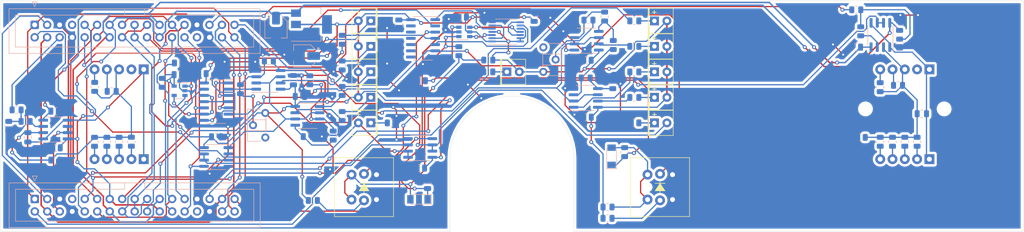
<source format=kicad_pcb>
(kicad_pcb (version 20171130) (host pcbnew 5.1.10-6.fc34)
  (layers (0 F.Cu signal) (31 B.Cu signal) (34 B.Paste user) (35 F.Paste user) (36 B.SilkS user) (37 F.SilkS user) (38 B.Mask user) (39 F.Mask user) (44 Edge.Cuts user))
  (net 0 "")
  (net 1 "Net-(C1-Pad1)")
  (net 2 "Net-(C1-Pad2)")
  (net 3 "Net-(C2-Pad2)")
  (net 4 "Net-(C2-Pad1)")
  (net 5 -12VDC)
  (net 6 GND)
  (net 7 +12VDC)
  (net 8 +5V_REG)
  (net 9 "Net-(C9-Pad1)")
  (net 10 "Net-(C10-Pad1)")
  (net 11 "Net-(D1-Pad2)")
  (net 12 "Net-(D2-Pad2)")
  (net 13 READY_DSP1)
  (net 14 "Net-(D3-Pad1)")
  (net 15 READY_DSP2)
  (net 16 "Net-(D4-Pad1)")
  (net 17 "Net-(D5-Pad1)")
  (net 18 "Net-(D6-Pad1)")
  (net 19 "Net-(D7-Pad1)")
  (net 20 "Net-(D8-Pad1)")
  (net 21 "Net-(D9-Pad1)")
  (net 22 "Net-(D10-Pad1)")
  (net 23 "Net-(D11-Pad1)")
  (net 24 "Net-(D12-Pad1)")
  (net 25 "Net-(D13-Pad1)")
  (net 26 SDPWS)
  (net 27 RESERVED_B)
  (net 28 DSP_OUT2-)
  (net 29 VOUT2MON)
  (net 30 IOUT2MON)
  (net 31 DSP_MUTE2)
  (net 32 -VCCMON)
  (net 33 +VCCMON)
  (net 34 TEMPMON12)
  (net 35 PROTECT1)
  (net 36 DSP_OUT1+)
  (net 37 +5VDC)
  (net 38 DSP_OUT2+)
  (net 39 PROTECT2)
  (net 40 DSP_MUTE1)
  (net 41 IOUT1MON)
  (net 42 VOUT1MON)
  (net 43 DSP_OUT1-)
  (net 44 RESERVED_A)
  (net 45 LM_IN1-)
  (net 46 LM_MUTE1)
  (net 47 LM_IN2+)
  (net 48 READY2)
  (net 49 READY1)
  (net 50 LM_IN1+)
  (net 51 LM_MUTE2)
  (net 52 LM_IN2-)
  (net 53 "Net-(R1-Pad2)")
  (net 54 "Net-(R2-Pad2)")
  (net 55 "Net-(R5-Pad1)")
  (net 56 "Net-(R6-Pad1)")
  (net 57 "Net-(R9-Pad2)")
  (net 58 "Net-(R10-Pad2)")
  (net 59 "Net-(R11-Pad2)")
  (net 60 "Net-(R12-Pad2)")
  (net 61 "Net-(R13-Pad2)")
  (net 62 "Net-(R14-Pad2)")
  (net 63 "Net-(R15-Pad2)")
  (net 64 "Net-(R16-Pad2)")
  (net 65 "Net-(R17-Pad2)")
  (net 66 "Net-(R18-Pad2)")
  (net 67 "Net-(R19-Pad2)")
  (net 68 "Net-(R20-Pad2)")
  (net 69 "Net-(R21-Pad2)")
  (net 70 "Net-(R22-Pad2)")
  (net 71 "Net-(R30-Pad2)")
  (net 72 "Net-(R33-Pad2)")
  (net 73 "Net-(R34-Pad2)")
  (net 74 "Net-(R35-Pad2)")
  (net 75 "Net-(R38-Pad2)")
  (net 76 "Net-(R39-Pad2)")
  (net 77 "Net-(R40-Pad2)")
  (net 78 "Net-(R41-Pad2)")
  (net 79 "Net-(R43-Pad2)")
  (net 80 "Net-(R44-Pad2)")
  (net 81 "Net-(R46-Pad2)")
  (net 82 "Net-(R48-Pad2)")
  (net 83 "Net-(R49-Pad2)")
  (net 84 "Net-(U5-Pad4)")
  (net 85 "Net-(U5-Pad6)")
  (net 86 "Net-(U6-Pad2)")
  (net 87 "Net-(U6-Pad5)")
  (net 88 "Net-(U6-Pad12)")
  (net 89 "Net-(U6-Pad9)")
  (net 90 "Net-(U7-Pad13)")
  (net 91 "Net-(U7-Pad12)")
  (net 92 "Net-(U7-Pad11)")
  (net 93 "Net-(U7-Pad10)")
  (net 94 "Net-(U7-Pad9)")
  (net 95 "Net-(U7-Pad8)")
  (net 96 "Net-(U13-Pad1)")
  (net 97 "Net-(RV1-Pad3)")
  (net 98 "Net-(RV2-Pad3)")
  (net 99 "Net-(R32-Pad2)")
  (net 100 "Net-(R32-Pad1)")
  (net 101 "Net-(R37-Pad2)")
  (net 102 "Net-(R41-Pad1)")
  (net 103 "Net-(R42-Pad2)")
  (net 104 "Net-(R47-Pad2)")
  (net 105 "Net-(SW1-Pad9)")
  (net 106 "Net-(SW2-Pad9)")
  (net 107 "Net-(U8-Pad1)")
  (net 108 "Net-(U10-Pad1)")
  (net 109 "Net-(U8-Pad11)")
  (net 110 "Net-(U11-Pad4)")
  (net 111 "Net-(U13-Pad2)")
  (net 112 "Net-(U10-Pad2)")
  (module AmpModule:Alps_SRBV170701 (layer F.Cu) (at 39.3446 38.41115)
    (fp_text reference SW1)
    (fp_text value Alps_SRBV170701)
    (pad 4 thru_hole circle (at -2.5 9.15) (size 2 2) (drill 1) (layers *.Cu *.Mask) (net 59 "Net-(R11-Pad2)"))
    (pad 3 thru_hole circle (at 0 9.15) (size 2 2) (drill 1) (layers *.Cu *.Mask) (net 58 "Net-(R10-Pad2)"))
    (pad 5 thru_hole circle (at -5 9.15) (size 2 2) (drill 1) (layers *.Cu *.Mask) (net 60 "Net-(R12-Pad2)"))
    (pad 2 thru_hole circle (at 2.5 9.15) (size 2 2) (drill 1) (layers *.Cu *.Mask) (net 57 "Net-(R9-Pad2)"))
    (pad 1 thru_hole rect (at 5 9.15) (size 2 2) (drill 1) (layers *.Cu *.Mask) (net 1 "Net-(C1-Pad1)"))
    (pad 10 thru_hole rect (at 5 -9.15) (size 2 2) (drill 1) (layers *.Cu *.Mask) (net 1 "Net-(C1-Pad1)"))
    (pad 9 thru_hole circle (at 2.5 -9.15) (size 2 2) (drill 1) (layers *.Cu *.Mask) (net 105 "Net-(SW1-Pad9)"))
    (pad 6 thru_hole circle (at -5 -9.15) (size 2 2) (drill 1) (layers *.Cu *.Mask) (net 61 "Net-(R13-Pad2)"))
    (pad 7 thru_hole circle (at -2.5 -9.15) (size 2 2) (drill 1) (layers *.Cu *.Mask) (net 62 "Net-(R14-Pad2)"))
    (pad 8 thru_hole circle (at 0 -9.15) (size 2 2) (drill 1) (layers *.Cu *.Mask) (net 2 "Net-(C1-Pad2)"))
    (pad "" np_thru_hole circle (at 8 -1.1) (size 2 2) (drill 2) (layers *.Cu *.Mask))
    (pad "" np_thru_hole circle (at -8 -1.1) (size 2 2) (drill 2) (layers *.Cu *.Mask))
  )
  (module AmpModule:Alps_SRBV170701 (layer F.Cu) (at 199.1487 38.41115)
    (fp_text reference SW2)
    (fp_text value Alps_SRBV170701)
    (pad 4 thru_hole circle (at -2.5 9.15) (size 2 2) (drill 1) (layers *.Cu *.Mask) (net 65 "Net-(R17-Pad2)"))
    (pad 3 thru_hole circle (at 0 9.15) (size 2 2) (drill 1) (layers *.Cu *.Mask) (net 64 "Net-(R16-Pad2)"))
    (pad 5 thru_hole circle (at -5 9.15) (size 2 2) (drill 1) (layers *.Cu *.Mask) (net 66 "Net-(R18-Pad2)"))
    (pad 2 thru_hole circle (at 2.5 9.15) (size 2 2) (drill 1) (layers *.Cu *.Mask) (net 63 "Net-(R15-Pad2)"))
    (pad 1 thru_hole rect (at 5 9.15) (size 2 2) (drill 1) (layers *.Cu *.Mask) (net 4 "Net-(C2-Pad1)"))
    (pad 10 thru_hole rect (at 5 -9.15) (size 2 2) (drill 1) (layers *.Cu *.Mask) (net 4 "Net-(C2-Pad1)"))
    (pad 9 thru_hole circle (at 2.5 -9.15) (size 2 2) (drill 1) (layers *.Cu *.Mask) (net 106 "Net-(SW2-Pad9)"))
    (pad 6 thru_hole circle (at -5 -9.15) (size 2 2) (drill 1) (layers *.Cu *.Mask) (net 67 "Net-(R19-Pad2)"))
    (pad 7 thru_hole circle (at -2.5 -9.15) (size 2 2) (drill 1) (layers *.Cu *.Mask) (net 68 "Net-(R20-Pad2)"))
    (pad 8 thru_hole circle (at 0 -9.15) (size 2 2) (drill 1) (layers *.Cu *.Mask) (net 3 "Net-(C2-Pad2)"))
    (pad "" np_thru_hole circle (at 8 -1.1) (size 2 2) (drill 2) (layers *.Cu *.Mask))
    (pad "" np_thru_hole circle (at -8 -1.1) (size 2 2) (drill 2) (layers *.Cu *.Mask))
  )
  (module AmpModule:TL2-NNS7 (layer F.Cu) (at 149.3647 53.2511)
    (fp_text reference SW4)
    (fp_text value MUTE2)
    (pad "" np_thru_hole circle (at -2.54 0) (size 1 1) (drill 1) (layers *.Cu *.Mask))
    (pad 1 thru_hole circle (at 2.54 2.54) (size 2 2) (drill 1) (layers *.Cu *.Mask) (net 6 GND))
    (pad 1 thru_hole circle (at 2.54 -2.54) (size 2 2) (drill 1) (layers *.Cu *.Mask) (net 6 GND))
    (pad 2 thru_hole circle (at -2.54 -2.54) (size 2 2) (drill 1) (layers *.Cu *.Mask) (net 12 "Net-(D2-Pad2)"))
    (pad 2 thru_hole circle (at -2.54 2.54) (size 2 2) (drill 1) (layers *.Cu *.Mask) (net 12 "Net-(D2-Pad2)"))
    (pad 4 thru_hole circle (at 0 2.7) (size 2 2) (drill 1) (layers *.Cu *.Mask) (net 70 "Net-(R22-Pad2)"))
    (pad 3 thru_hole circle (at 0 -2.7) (size 2 2) (drill 1) (layers *.Cu *.Mask) (net 51 LM_MUTE2))
  )
  (module AmpModule:TL2-NNS7 (layer F.Cu) (at 89.15146 53.25618)
    (fp_text reference SW3)
    (fp_text value MUTE1)
    (pad "" np_thru_hole circle (at -2.54 0) (size 1 1) (drill 1) (layers *.Cu *.Mask))
    (pad 1 thru_hole circle (at 2.54 2.54) (size 2 2) (drill 1) (layers *.Cu *.Mask) (net 6 GND))
    (pad 1 thru_hole circle (at 2.54 -2.54) (size 2 2) (drill 1) (layers *.Cu *.Mask) (net 6 GND))
    (pad 2 thru_hole circle (at -2.54 -2.54) (size 2 2) (drill 1) (layers *.Cu *.Mask) (net 11 "Net-(D1-Pad2)"))
    (pad 2 thru_hole circle (at -2.54 2.54) (size 2 2) (drill 1) (layers *.Cu *.Mask) (net 11 "Net-(D1-Pad2)"))
    (pad 4 thru_hole circle (at 0 2.7) (size 2 2) (drill 1) (layers *.Cu *.Mask) (net 69 "Net-(R21-Pad2)"))
    (pad 3 thru_hole circle (at 0 -2.7) (size 2 2) (drill 1) (layers *.Cu *.Mask) (net 46 LM_MUTE1))
  )
  (module Connector_IDC:IDC-Header_2x17_P2.54mm_Vertical (layer B.Cu) (at 22.1615 20.1803 270)
    (fp_text reference J1)
    (fp_text value DSP)
    (pad 34 thru_hole circle (at 2.54 -40.64 270) (size 1.7 1.7) (drill 1) (layers *.Cu *.Mask) (net 26 SDPWS))
    (pad 32 thru_hole circle (at 2.54 -38.1 270) (size 1.7 1.7) (drill 1) (layers *.Cu *.Mask) (net 27 RESERVED_B))
    (pad 30 thru_hole circle (at 2.54 -35.56 270) (size 1.7 1.7) (drill 1) (layers *.Cu *.Mask) (net 6 GND))
    (pad 28 thru_hole circle (at 2.54 -33.02 270) (size 1.7 1.7) (drill 1) (layers *.Cu *.Mask) (net 28 DSP_OUT2-))
    (pad 26 thru_hole circle (at 2.54 -30.48 270) (size 1.7 1.7) (drill 1) (layers *.Cu *.Mask) (net 29 VOUT2MON))
    (pad 24 thru_hole circle (at 2.54 -27.94 270) (size 1.7 1.7) (drill 1) (layers *.Cu *.Mask) (net 30 IOUT2MON))
    (pad 22 thru_hole circle (at 2.54 -25.4 270) (size 1.7 1.7) (drill 1) (layers *.Cu *.Mask) (net 7 +12VDC))
    (pad 20 thru_hole circle (at 2.54 -22.86 270) (size 1.7 1.7) (drill 1) (layers *.Cu *.Mask) (net 31 DSP_MUTE2))
    (pad 18 thru_hole circle (at 2.54 -20.32 270) (size 1.7 1.7) (drill 1) (layers *.Cu *.Mask) (net 32 -VCCMON))
    (pad 16 thru_hole circle (at 2.54 -17.78 270) (size 1.7 1.7) (drill 1) (layers *.Cu *.Mask) (net 33 +VCCMON))
    (pad 14 thru_hole circle (at 2.54 -15.24 270) (size 1.7 1.7) (drill 1) (layers *.Cu *.Mask) (net 5 -12VDC))
    (pad 12 thru_hole circle (at 2.54 -12.7 270) (size 1.7 1.7) (drill 1) (layers *.Cu *.Mask) (net 34 TEMPMON12))
    (pad 10 thru_hole circle (at 2.54 -10.16 270) (size 1.7 1.7) (drill 1) (layers *.Cu *.Mask) (net 35 PROTECT1))
    (pad 8 thru_hole circle (at 2.54 -7.62 270) (size 1.7 1.7) (drill 1) (layers *.Cu *.Mask) (net 6 GND))
    (pad 6 thru_hole circle (at 2.54 -5.08 270) (size 1.7 1.7) (drill 1) (layers *.Cu *.Mask) (net 36 DSP_OUT1+))
    (pad 4 thru_hole circle (at 2.54 -2.54 270) (size 1.7 1.7) (drill 1) (layers *.Cu *.Mask) (net 37 +5VDC))
    (pad 2 thru_hole circle (at 2.54 0 270) (size 1.7 1.7) (drill 1) (layers *.Cu *.Mask) (net 13 READY_DSP1))
    (pad 33 thru_hole circle (at 0 -40.64 270) (size 1.7 1.7) (drill 1) (layers *.Cu *.Mask) (net 15 READY_DSP2))
    (pad 31 thru_hole circle (at 0 -38.1 270) (size 1.7 1.7) (drill 1) (layers *.Cu *.Mask) (net 37 +5VDC))
    (pad 29 thru_hole circle (at 0 -35.56 270) (size 1.7 1.7) (drill 1) (layers *.Cu *.Mask) (net 38 DSP_OUT2+))
    (pad 27 thru_hole circle (at 0 -33.02 270) (size 1.7 1.7) (drill 1) (layers *.Cu *.Mask) (net 6 GND))
    (pad 25 thru_hole circle (at 0 -30.48 270) (size 1.7 1.7) (drill 1) (layers *.Cu *.Mask) (net 39 PROTECT2))
    (pad 23 thru_hole circle (at 0 -27.94 270) (size 1.7 1.7) (drill 1) (layers *.Cu *.Mask) (net 34 TEMPMON12))
    (pad 21 thru_hole circle (at 0 -25.4 270) (size 1.7 1.7) (drill 1) (layers *.Cu *.Mask) (net 5 -12VDC))
    (pad 19 thru_hole circle (at 0 -22.86 270) (size 1.7 1.7) (drill 1) (layers *.Cu *.Mask) (net 33 +VCCMON))
    (pad 17 thru_hole circle (at 0 -20.32 270) (size 1.7 1.7) (drill 1) (layers *.Cu *.Mask) (net 32 -VCCMON))
    (pad 15 thru_hole circle (at 0 -17.78 270) (size 1.7 1.7) (drill 1) (layers *.Cu *.Mask) (net 40 DSP_MUTE1))
    (pad 13 thru_hole circle (at 0 -15.24 270) (size 1.7 1.7) (drill 1) (layers *.Cu *.Mask) (net 7 +12VDC))
    (pad 11 thru_hole circle (at 0 -12.7 270) (size 1.7 1.7) (drill 1) (layers *.Cu *.Mask) (net 41 IOUT1MON))
    (pad 9 thru_hole circle (at 0 -10.16 270) (size 1.7 1.7) (drill 1) (layers *.Cu *.Mask) (net 42 VOUT1MON))
    (pad 7 thru_hole circle (at 0 -7.62 270) (size 1.7 1.7) (drill 1) (layers *.Cu *.Mask) (net 43 DSP_OUT1-))
    (pad 5 thru_hole circle (at 0 -5.08 270) (size 1.7 1.7) (drill 1) (layers *.Cu *.Mask) (net 6 GND))
    (pad 3 thru_hole circle (at 0 -2.54 270) (size 1.7 1.7) (drill 1) (layers *.Cu *.Mask) (net 44 RESERVED_A))
    (pad 1 thru_hole roundrect (at 0 0 270) (size 1.7 1.7) (drill 1) (layers *.Cu *.Mask) (roundrect_rratio 0.147059) (net 26 SDPWS))
  )
  (module Capacitor_SMD:C_0805_2012Metric (layer B.Cu) (at 74.79538 31.45282 270)
    (fp_text reference C21)
    (fp_text value 0.1uF)
    (pad 2 smd roundrect (at 0.95 0 270) (size 1 1.45) (layers B.Cu B.Paste B.Mask) (net 8 +5V_REG))
    (pad 1 smd roundrect (at -0.95 0 270) (size 1 1.45) (layers B.Cu B.Paste B.Mask) (net 6 GND))
  )
  (module Capacitor_SMD:C_0805_2012Metric (layer B.Cu) (at 59.09056 43.00728 180)
    (fp_text reference C19)
    (fp_text value 0.1uF)
    (pad 1 smd roundrect (at -0.95 0 180) (size 1 1.45) (layers B.Cu B.Paste B.Mask) (net 6 GND))
    (pad 2 smd roundrect (at 0.95 0 180) (size 1 1.45) (layers B.Cu B.Paste B.Mask) (net 8 +5V_REG))
  )
  (module Package_SO:SOIC-8_3.9x4.9mm_P1.27mm (layer B.Cu) (at 69.71538 31.38932)
    (fp_text reference U10)
    (fp_text value LM393)
    (pad 1 smd roundrect (at -2.475 1.905) (size 1.95 0.6) (layers B.Cu B.Paste B.Mask) (net 108 "Net-(U10-Pad1)"))
    (pad 2 smd roundrect (at -2.475 0.635) (size 1.95 0.6) (layers B.Cu B.Paste B.Mask) (net 112 "Net-(U10-Pad2)"))
    (pad 3 smd roundrect (at -2.475 -0.635) (size 1.95 0.6) (layers B.Cu B.Paste B.Mask) (net 99 "Net-(R32-Pad2)"))
    (pad 4 smd roundrect (at -2.475 -1.905) (size 1.95 0.6) (layers B.Cu B.Paste B.Mask) (net 6 GND))
    (pad 5 smd roundrect (at 2.475 -1.905) (size 1.95 0.6) (layers B.Cu B.Paste B.Mask) (net 72 "Net-(R33-Pad2)"))
    (pad 6 smd roundrect (at 2.475 -0.635) (size 1.95 0.6) (layers B.Cu B.Paste B.Mask) (net 112 "Net-(U10-Pad2)"))
    (pad 7 smd roundrect (at 2.475 0.635) (size 1.95 0.6) (layers B.Cu B.Paste B.Mask) (net 101 "Net-(R37-Pad2)"))
    (pad 8 smd roundrect (at 2.475 1.905) (size 1.95 0.6) (layers B.Cu B.Paste B.Mask) (net 8 +5V_REG))
  )
  (module Capacitor_SMD:C_0805_2012Metric (layer B.Cu) (at 134.42696 38.99662)
    (fp_text reference C16)
    (fp_text value 0.1uF)
    (pad 1 smd roundrect (at -0.95 0) (size 1 1.45) (layers B.Cu B.Paste B.Mask) (net 6 GND))
    (pad 2 smd roundrect (at 0.95 0) (size 1 1.45) (layers B.Cu B.Paste B.Mask) (net 8 +5V_REG))
  )
  (module AmpModule:Trim_audio (layer B.Cu) (at 125.6284 29.75356)
    (fp_text reference RV2)
    (fp_text value 500k)
    (pad 2 thru_hole circle (at 2.5 -2.5) (size 1.62 1.62) (drill 0.9) (layers *.Cu *.Mask) (net 102 "Net-(R41-Pad1)"))
    (pad 3 thru_hole circle (at 0 -5) (size 1.62 1.62) (drill 0.9) (layers *.Cu *.Mask) (net 98 "Net-(RV2-Pad3)"))
    (pad 1 thru_hole circle (at 0 0) (size 1.62 1.62) (drill 0.9) (layers *.Cu *.Mask) (net 8 +5V_REG))
  )
  (module AmpModule:Trim_audio (layer B.Cu) (at 69.0753 38.14064 180)
    (fp_text reference RV1)
    (fp_text value 500k)
    (pad 1 thru_hole circle (at 0 0 180) (size 1.62 1.62) (drill 0.9) (layers *.Cu *.Mask) (net 8 +5V_REG))
    (pad 3 thru_hole circle (at 0 -5 180) (size 1.62 1.62) (drill 0.9) (layers *.Cu *.Mask) (net 97 "Net-(RV1-Pad3)"))
    (pad 2 thru_hole circle (at 2.5 -2.5 180) (size 1.62 1.62) (drill 0.9) (layers *.Cu *.Mask) (net 100 "Net-(R32-Pad1)"))
  )
  (module Resistor_SMD:R_0805_2012Metric (layer B.Cu) (at 84.70646 28.45816 270)
    (fp_text reference R37)
    (fp_text value 150)
    (pad 1 smd roundrect (at -0.9125 0 270) (size 1.025 1.4) (layers B.Cu B.Paste B.Mask) (roundrect_rratio 0.243902) (net 18 "Net-(D6-Pad1)"))
    (pad 2 smd roundrect (at 0.9125 0 270) (size 1.025 1.4) (layers B.Cu B.Paste B.Mask) (roundrect_rratio 0.243902) (net 101 "Net-(R37-Pad2)"))
  )
  (module Capacitor_SMD:C_0805_2012Metric (layer B.Cu) (at 109.03458 18.60042)
    (fp_text reference C12)
    (fp_text value 0.1uF)
    (pad 2 smd roundrect (at 0.95 0) (size 1 1.45) (layers B.Cu B.Paste B.Mask) (net 8 +5V_REG))
    (pad 1 smd roundrect (at -0.95 0) (size 1 1.45) (layers B.Cu B.Paste B.Mask) (net 6 GND))
  )
  (module Resistor_SMD:R_0805_2012Metric (layer B.Cu) (at 26.38044 47.74438 180)
    (fp_text reference R7)
    (fp_text value 1.8k)
    (pad 2 smd roundrect (at 0.9125 0 180) (size 1.025 1.4) (layers B.Cu B.Paste B.Mask) (roundrect_rratio 0.243902) (net 2 "Net-(C1-Pad2)"))
    (pad 1 smd roundrect (at -0.9125 0 180) (size 1.025 1.4) (layers B.Cu B.Paste B.Mask) (roundrect_rratio 0.243902) (net 6 GND))
  )
  (module Capacitor_SMD:C_0805_2012Metric (layer B.Cu) (at 20.77974 43.10126 90)
    (fp_text reference C1)
    (fp_text value 22p)
    (pad 2 smd roundrect (at 0.95 0 90) (size 1 1.45) (layers B.Cu B.Paste B.Mask) (net 2 "Net-(C1-Pad2)"))
    (pad 1 smd roundrect (at -0.95 0 90) (size 1 1.45) (layers B.Cu B.Paste B.Mask) (net 1 "Net-(C1-Pad1)"))
  )
  (module Capacitor_SMD:C_0805_2012Metric (layer B.Cu) (at 202.61 38.29 180)
    (fp_text reference C2)
    (fp_text value 22p)
    (pad 2 smd roundrect (at 0.95 0 180) (size 1 1.45) (layers B.Cu B.Paste B.Mask) (net 3 "Net-(C2-Pad2)"))
    (pad 1 smd roundrect (at -0.95 0 180) (size 1 1.45) (layers B.Cu B.Paste B.Mask) (net 4 "Net-(C2-Pad1)"))
  )
  (module Capacitor_SMD:C_0805_2012Metric (layer B.Cu) (at 26.40584 37.77234)
    (fp_text reference C3)
    (fp_text value 0.1uF)
    (pad 2 smd roundrect (at 0.95 0) (size 1 1.45) (layers B.Cu B.Paste B.Mask) (net 6 GND))
    (pad 1 smd roundrect (at -0.95 0) (size 1 1.45) (layers B.Cu B.Paste B.Mask) (net 5 -12VDC))
  )
  (module Capacitor_SMD:C_0805_2012Metric (layer B.Cu) (at 189.20206 24.72436 180)
    (fp_text reference C4)
    (fp_text value 0.1uF)
    (pad 2 smd roundrect (at 0.95 0 180) (size 1 1.45) (layers B.Cu B.Paste B.Mask) (net 6 GND))
    (pad 1 smd roundrect (at -0.95 0 180) (size 1 1.45) (layers B.Cu B.Paste B.Mask) (net 5 -12VDC))
  )
  (module Capacitor_SMD:C_0805_2012Metric (layer B.Cu) (at 26.416 45.25264 180)
    (fp_text reference C5)
    (fp_text value 0.1uF)
    (pad 1 smd roundrect (at -0.95 0 180) (size 1 1.45) (layers B.Cu B.Paste B.Mask) (net 7 +12VDC))
    (pad 2 smd roundrect (at 0.95 0 180) (size 1 1.45) (layers B.Cu B.Paste B.Mask) (net 6 GND))
  )
  (module Capacitor_SMD:C_0805_2012Metric (layer B.Cu) (at 198.08952 20.35302 90)
    (fp_text reference C6)
    (fp_text value 0.1uF)
    (pad 1 smd roundrect (at -0.95 0 90) (size 1 1.45) (layers B.Cu B.Paste B.Mask) (net 7 +12VDC))
    (pad 2 smd roundrect (at 0.95 0 90) (size 1 1.45) (layers B.Cu B.Paste B.Mask) (net 6 GND))
  )
  (module Capacitor_SMD:CP_Elec_4x5.3 (layer B.Cu) (at 71.24954 20.60702 270)
    (fp_text reference C7)
    (fp_text value 10uF)
    (pad 2 smd roundrect (at 1.8 0 270) (size 2.6 1.6) (layers B.Cu B.Paste B.Mask) (roundrect_rratio 0.15625) (net 6 GND))
    (pad 1 smd roundrect (at -1.8 0 270) (size 2.6 1.6) (layers B.Cu B.Paste B.Mask) (roundrect_rratio 0.15625) (net 7 +12VDC))
  )
  (module Capacitor_SMD:CP_Elec_4x5.3 (layer B.Cu) (at 77.1144 26.51252 180)
    (fp_text reference C8)
    (fp_text value 22uF)
    (pad 1 smd roundrect (at -1.8 0 180) (size 2.6 1.6) (layers B.Cu B.Paste B.Mask) (roundrect_rratio 0.15625) (net 8 +5V_REG))
    (pad 2 smd roundrect (at 1.8 0 180) (size 2.6 1.6) (layers B.Cu B.Paste B.Mask) (roundrect_rratio 0.15625) (net 6 GND))
  )
  (module Capacitor_SMD:C_0805_2012Metric (layer B.Cu) (at 102.0826 52.5907 90)
    (fp_text reference C9)
    (fp_text value 1u)
    (pad 2 smd roundrect (at 0.95 0 90) (size 1 1.45) (layers B.Cu B.Paste B.Mask) (net 6 GND))
    (pad 1 smd roundrect (at -0.95 0 90) (size 1 1.45) (layers B.Cu B.Paste B.Mask) (net 9 "Net-(C9-Pad1)"))
  )
  (module Capacitor_SMD:C_0805_2012Metric (layer B.Cu) (at 100.6856 31.56966 180)
    (fp_text reference C10)
    (fp_text value 1u)
    (pad 1 smd roundrect (at -0.95 0 180) (size 1 1.45) (layers B.Cu B.Paste B.Mask) (net 10 "Net-(C10-Pad1)"))
    (pad 2 smd roundrect (at 0.95 0 180) (size 1 1.45) (layers B.Cu B.Paste B.Mask) (net 6 GND))
  )
  (module Capacitor_SMD:C_0805_2012Metric (layer B.Cu) (at 100.51796 49.37252)
    (fp_text reference C11)
    (fp_text value 0.1uF)
    (pad 1 smd roundrect (at -0.95 0) (size 1 1.45) (layers B.Cu B.Paste B.Mask) (net 6 GND))
    (pad 2 smd roundrect (at 0.95 0) (size 1 1.45) (layers B.Cu B.Paste B.Mask) (net 8 +5V_REG))
  )
  (module Capacitor_SMD:C_0805_2012Metric (layer B.Cu) (at 123.75896 18.51914 270)
    (fp_text reference C13)
    (fp_text value 0.1uF)
    (pad 2 smd roundrect (at 0.95 0 270) (size 1 1.45) (layers B.Cu B.Paste B.Mask) (net 8 +5V_REG))
    (pad 1 smd roundrect (at -0.95 0 270) (size 1 1.45) (layers B.Cu B.Paste B.Mask) (net 6 GND))
  )
  (module Capacitor_SMD:C_0805_2012Metric (layer B.Cu) (at 96.2406 20.1295 90)
    (fp_text reference C14)
    (fp_text value 0.1uF)
    (pad 1 smd roundrect (at -0.95 0 90) (size 1 1.45) (layers B.Cu B.Paste B.Mask) (net 6 GND))
    (pad 2 smd roundrect (at 0.95 0 90) (size 1 1.45) (layers B.Cu B.Paste B.Mask) (net 8 +5V_REG))
  )
  (module Capacitor_SMD:C_0805_2012Metric (layer B.Cu) (at 51.47056 30.3276 180)
    (fp_text reference C18)
    (fp_text value 0.1uF)
    (pad 1 smd roundrect (at -0.95 0 180) (size 1 1.45) (layers B.Cu B.Paste B.Mask) (net 6 GND))
    (pad 2 smd roundrect (at 0.95 0 180) (size 1 1.45) (layers B.Cu B.Paste B.Mask) (net 8 +5V_REG))
  )
  (module Capacitor_SMD:C_0805_2012Metric (layer B.Cu) (at 57.98816 30.11424 180)
    (fp_text reference C20)
    (fp_text value 0.1uF)
    (pad 2 smd roundrect (at 0.95 0 180) (size 1 1.45) (layers B.Cu B.Paste B.Mask) (net 8 +5V_REG))
    (pad 1 smd roundrect (at -0.95 0 180) (size 1 1.45) (layers B.Cu B.Paste B.Mask) (net 6 GND))
  )
  (module Capacitor_SMD:C_0805_2012Metric (layer B.Cu) (at 76.11364 34.78022 180)
    (fp_text reference C15)
    (fp_text value 0.1uF)
    (pad 2 smd roundrect (at 0.95 0 180) (size 1 1.45) (layers B.Cu B.Paste B.Mask) (net 8 +5V_REG))
    (pad 1 smd roundrect (at -0.95 0 180) (size 1 1.45) (layers B.Cu B.Paste B.Mask) (net 6 GND))
  )
  (module Capacitor_SMD:C_0805_2012Metric (layer B.Cu) (at 134.41426 27.3939)
    (fp_text reference C17)
    (fp_text value 0.1uF)
    (pad 2 smd roundrect (at 0.95 0) (size 1 1.45) (layers B.Cu B.Paste B.Mask) (net 8 +5V_REG))
    (pad 1 smd roundrect (at -0.95 0) (size 1 1.45) (layers B.Cu B.Paste B.Mask) (net 6 GND))
  )
  (module Diode_SMD:D_MiniMELF (layer B.Cu) (at 100.33508 55.74284 180)
    (fp_text reference D1)
    (fp_text value D_Small)
    (pad 2 smd rect (at 1.75 0 180) (size 1.3 1.7) (layers B.Cu B.Paste B.Mask) (net 11 "Net-(D1-Pad2)"))
    (pad 1 smd rect (at -1.75 0 180) (size 1.3 1.7) (layers B.Cu B.Paste B.Mask) (net 9 "Net-(C9-Pad1)"))
  )
  (module Diode_SMD:D_MiniMELF (layer B.Cu) (at 139.50442 46.9646 90)
    (fp_text reference D2)
    (fp_text value D_Small)
    (pad 1 smd rect (at -1.75 0 90) (size 1.3 1.7) (layers B.Cu B.Paste B.Mask) (net 10 "Net-(C10-Pad1)"))
    (pad 2 smd rect (at 1.75 0 90) (size 1.3 1.7) (layers B.Cu B.Paste B.Mask) (net 12 "Net-(D2-Pad2)"))
  )
  (module LED_THT:LED_Rectangular_W5.0mm_H5.0mm (layer F.Cu) (at 90.53576 40.16248 180)
    (fp_text reference D3)
    (fp_text value READY1)
    (pad 2 thru_hole circle (at 2.54 0 180) (size 1.8 1.8) (drill 0.9) (layers *.Cu *.Mask) (net 13 READY_DSP1))
    (pad 1 thru_hole rect (at 0 0 180) (size 1.8 1.8) (drill 0.9) (layers *.Cu *.Mask) (net 14 "Net-(D3-Pad1)"))
  )
  (module LED_THT:LED_Rectangular_W5.0mm_H5.0mm (layer F.Cu) (at 148.21916 40.16756)
    (fp_text reference D4)
    (fp_text value READY2)
    (pad 2 thru_hole circle (at 2.54 0) (size 1.8 1.8) (drill 0.9) (layers *.Cu *.Mask) (net 15 READY_DSP2))
    (pad 1 thru_hole rect (at 0 0) (size 1.8 1.8) (drill 0.9) (layers *.Cu *.Mask) (net 16 "Net-(D4-Pad1)"))
  )
  (module LED_THT:LED_Rectangular_W5.0mm_H5.0mm (layer F.Cu) (at 118.1989 29.76248)
    (fp_text reference D5)
    (fp_text value ON)
    (pad 1 thru_hole rect (at 0 0) (size 1.8 1.8) (drill 0.9) (layers *.Cu *.Mask) (net 17 "Net-(D5-Pad1)"))
    (pad 2 thru_hole circle (at 2.54 0) (size 1.8 1.8) (drill 0.9) (layers *.Cu *.Mask) (net 8 +5V_REG))
  )
  (module LED_THT:LED_Rectangular_W5.0mm_H5.0mm (layer F.Cu) (at 90.53576 24.56248 180)
    (fp_text reference D6)
    (fp_text value LED_Small)
    (pad 2 thru_hole circle (at 2.54 0 180) (size 1.8 1.8) (drill 0.9) (layers *.Cu *.Mask) (net 8 +5V_REG))
    (pad 1 thru_hole rect (at 0 0 180) (size 1.8 1.8) (drill 0.9) (layers *.Cu *.Mask) (net 18 "Net-(D6-Pad1)"))
  )
  (module LED_THT:LED_Rectangular_W5.0mm_H5.0mm (layer F.Cu) (at 90.53576 29.76248 180)
    (fp_text reference D7)
    (fp_text value LED_Small)
    (pad 2 thru_hole circle (at 2.54 0 180) (size 1.8 1.8) (drill 0.9) (layers *.Cu *.Mask) (net 8 +5V_REG))
    (pad 1 thru_hole rect (at 0 0 180) (size 1.8 1.8) (drill 0.9) (layers *.Cu *.Mask) (net 19 "Net-(D7-Pad1)"))
  )
  (module LED_THT:LED_Rectangular_W5.0mm_H5.0mm (layer F.Cu) (at 90.53576 34.96248 180)
    (fp_text reference D8)
    (fp_text value LED_Small)
    (pad 1 thru_hole rect (at 0 0 180) (size 1.8 1.8) (drill 0.9) (layers *.Cu *.Mask) (net 20 "Net-(D8-Pad1)"))
    (pad 2 thru_hole circle (at 2.54 0 180) (size 1.8 1.8) (drill 0.9) (layers *.Cu *.Mask) (net 8 +5V_REG))
  )
  (module LED_THT:LED_Rectangular_W5.0mm_H5.0mm (layer F.Cu) (at 90.53576 19.36248 180)
    (fp_text reference D9)
    (fp_text value LED_Small)
    (pad 1 thru_hole rect (at 0 0 180) (size 1.8 1.8) (drill 0.9) (layers *.Cu *.Mask) (net 21 "Net-(D9-Pad1)"))
    (pad 2 thru_hole circle (at 2.54 0 180) (size 1.8 1.8) (drill 0.9) (layers *.Cu *.Mask) (net 8 +5V_REG))
  )
  (module LED_THT:LED_Rectangular_W5.0mm_H5.0mm (layer F.Cu) (at 148.21916 24.56756)
    (fp_text reference D10)
    (fp_text value LED_Small)
    (pad 2 thru_hole circle (at 2.54 0) (size 1.8 1.8) (drill 0.9) (layers *.Cu *.Mask) (net 8 +5V_REG))
    (pad 1 thru_hole rect (at 0 0) (size 1.8 1.8) (drill 0.9) (layers *.Cu *.Mask) (net 22 "Net-(D10-Pad1)"))
  )
  (module LED_THT:LED_Rectangular_W5.0mm_H5.0mm (layer F.Cu) (at 148.21916 29.76756)
    (fp_text reference D11)
    (fp_text value LED_Small)
    (pad 1 thru_hole rect (at 0 0) (size 1.8 1.8) (drill 0.9) (layers *.Cu *.Mask) (net 23 "Net-(D11-Pad1)"))
    (pad 2 thru_hole circle (at 2.54 0) (size 1.8 1.8) (drill 0.9) (layers *.Cu *.Mask) (net 8 +5V_REG))
  )
  (module LED_THT:LED_Rectangular_W5.0mm_H5.0mm (layer F.Cu) (at 148.21916 34.96756)
    (fp_text reference D12)
    (fp_text value LED_Small)
    (pad 1 thru_hole rect (at 0 0) (size 1.8 1.8) (drill 0.9) (layers *.Cu *.Mask) (net 24 "Net-(D12-Pad1)"))
    (pad 2 thru_hole circle (at 2.54 0) (size 1.8 1.8) (drill 0.9) (layers *.Cu *.Mask) (net 8 +5V_REG))
  )
  (module LED_THT:LED_Rectangular_W5.0mm_H5.0mm (layer F.Cu) (at 148.21916 19.36756)
    (fp_text reference D13)
    (fp_text value LED_Small)
    (pad 1 thru_hole rect (at 0 0) (size 1.8 1.8) (drill 0.9) (layers *.Cu *.Mask) (net 25 "Net-(D13-Pad1)"))
    (pad 2 thru_hole circle (at 2.54 0) (size 1.8 1.8) (drill 0.9) (layers *.Cu *.Mask) (net 8 +5V_REG))
  )
  (module Connector_IDC:IDC-Header_2x17_P2.54mm_Vertical (layer B.Cu) (at 22.1869 55.6768 270)
    (fp_text reference J2)
    (fp_text value LITEMOD)
    (pad 1 thru_hole roundrect (at 0 0 270) (size 1.7 1.7) (drill 1) (layers *.Cu *.Mask) (roundrect_rratio 0.147059) (net 26 SDPWS))
    (pad 3 thru_hole circle (at 0 -2.54 270) (size 1.7 1.7) (drill 1) (layers *.Cu *.Mask) (net 44 RESERVED_A))
    (pad 5 thru_hole circle (at 0 -5.08 270) (size 1.7 1.7) (drill 1) (layers *.Cu *.Mask) (net 6 GND))
    (pad 7 thru_hole circle (at 0 -7.62 270) (size 1.7 1.7) (drill 1) (layers *.Cu *.Mask) (net 45 LM_IN1-))
    (pad 9 thru_hole circle (at 0 -10.16 270) (size 1.7 1.7) (drill 1) (layers *.Cu *.Mask) (net 42 VOUT1MON))
    (pad 11 thru_hole circle (at 0 -12.7 270) (size 1.7 1.7) (drill 1) (layers *.Cu *.Mask) (net 41 IOUT1MON))
    (pad 13 thru_hole circle (at 0 -15.24 270) (size 1.7 1.7) (drill 1) (layers *.Cu *.Mask) (net 7 +12VDC))
    (pad 15 thru_hole circle (at 0 -17.78 270) (size 1.7 1.7) (drill 1) (layers *.Cu *.Mask) (net 46 LM_MUTE1))
    (pad 17 thru_hole circle (at 0 -20.32 270) (size 1.7 1.7) (drill 1) (layers *.Cu *.Mask) (net 32 -VCCMON))
    (pad 19 thru_hole circle (at 0 -22.86 270) (size 1.7 1.7) (drill 1) (layers *.Cu *.Mask) (net 33 +VCCMON))
    (pad 21 thru_hole circle (at 0 -25.4 270) (size 1.7 1.7) (drill 1) (layers *.Cu *.Mask) (net 5 -12VDC))
    (pad 23 thru_hole circle (at 0 -27.94 270) (size 1.7 1.7) (drill 1) (layers *.Cu *.Mask) (net 34 TEMPMON12))
    (pad 25 thru_hole circle (at 0 -30.48 270) (size 1.7 1.7) (drill 1) (layers *.Cu *.Mask) (net 39 PROTECT2))
    (pad 27 thru_hole circle (at 0 -33.02 270) (size 1.7 1.7) (drill 1) (layers *.Cu *.Mask) (net 6 GND))
    (pad 29 thru_hole circle (at 0 -35.56 270) (size 1.7 1.7) (drill 1) (layers *.Cu *.Mask) (net 47 LM_IN2+))
    (pad 31 thru_hole circle (at 0 -38.1 270) (size 1.7 1.7) (drill 1) (layers *.Cu *.Mask) (net 37 +5VDC))
    (pad 33 thru_hole circle (at 0 -40.64 270) (size 1.7 1.7) (drill 1) (layers *.Cu *.Mask) (net 48 READY2))
    (pad 2 thru_hole circle (at 2.54 0 270) (size 1.7 1.7) (drill 1) (layers *.Cu *.Mask) (net 49 READY1))
    (pad 4 thru_hole circle (at 2.54 -2.54 270) (size 1.7 1.7) (drill 1) (layers *.Cu *.Mask) (net 37 +5VDC))
    (pad 6 thru_hole circle (at 2.54 -5.08 270) (size 1.7 1.7) (drill 1) (layers *.Cu *.Mask) (net 50 LM_IN1+))
    (pad 8 thru_hole circle (at 2.54 -7.62 270) (size 1.7 1.7) (drill 1) (layers *.Cu *.Mask) (net 6 GND))
    (pad 10 thru_hole circle (at 2.54 -10.16 270) (size 1.7 1.7) (drill 1) (layers *.Cu *.Mask) (net 35 PROTECT1))
    (pad 12 thru_hole circle (at 2.54 -12.7 270) (size 1.7 1.7) (drill 1) (layers *.Cu *.Mask) (net 34 TEMPMON12))
    (pad 14 thru_hole circle (at 2.54 -15.24 270) (size 1.7 1.7) (drill 1) (layers *.Cu *.Mask) (net 5 -12VDC))
    (pad 16 thru_hole circle (at 2.54 -17.78 270) (size 1.7 1.7) (drill 1) (layers *.Cu *.Mask) (net 33 +VCCMON))
    (pad 18 thru_hole circle (at 2.54 -20.32 270) (size 1.7 1.7) (drill 1) (layers *.Cu *.Mask) (net 32 -VCCMON))
    (pad 20 thru_hole circle (at 2.54 -22.86 270) (size 1.7 1.7) (drill 1) (layers *.Cu *.Mask) (net 51 LM_MUTE2))
    (pad 22 thru_hole circle (at 2.54 -25.4 270) (size 1.7 1.7) (drill 1) (layers *.Cu *.Mask) (net 7 +12VDC))
    (pad 24 thru_hole circle (at 2.54 -27.94 270) (size 1.7 1.7) (drill 1) (layers *.Cu *.Mask) (net 30 IOUT2MON))
    (pad 26 thru_hole circle (at 2.54 -30.48 270) (size 1.7 1.7) (drill 1) (layers *.Cu *.Mask) (net 29 VOUT2MON))
    (pad 28 thru_hole circle (at 2.54 -33.02 270) (size 1.7 1.7) (drill 1) (layers *.Cu *.Mask) (net 52 LM_IN2-))
    (pad 30 thru_hole circle (at 2.54 -35.56 270) (size 1.7 1.7) (drill 1) (layers *.Cu *.Mask) (net 6 GND))
    (pad 32 thru_hole circle (at 2.54 -38.1 270) (size 1.7 1.7) (drill 1) (layers *.Cu *.Mask) (net 27 RESERVED_B))
    (pad 34 thru_hole circle (at 2.54 -40.64 270) (size 1.7 1.7) (drill 1) (layers *.Cu *.Mask) (net 26 SDPWS))
  )
  (module Resistor_SMD:R_0805_2012Metric (layer B.Cu) (at 18.48866 37.51072)
    (fp_text reference R1)
    (fp_text value 8.2k)
    (pad 1 smd roundrect (at -0.9125 0) (size 1.025 1.4) (layers B.Cu B.Paste B.Mask) (roundrect_rratio 0.243902) (net 36 DSP_OUT1+))
    (pad 2 smd roundrect (at 0.9125 0) (size 1.025 1.4) (layers B.Cu B.Paste B.Mask) (roundrect_rratio 0.243902) (net 53 "Net-(R1-Pad2)"))
  )
  (module Resistor_SMD:R_0805_2012Metric (layer B.Cu) (at 189.27826 17.09928)
    (fp_text reference R2)
    (fp_text value 8.2k)
    (pad 2 smd roundrect (at 0.9125 0) (size 1.025 1.4) (layers B.Cu B.Paste B.Mask) (roundrect_rratio 0.243902) (net 54 "Net-(R2-Pad2)"))
    (pad 1 smd roundrect (at -0.9125 0) (size 1.025 1.4) (layers B.Cu B.Paste B.Mask) (roundrect_rratio 0.243902) (net 38 DSP_OUT2+))
  )
  (module Resistor_SMD:R_0805_2012Metric (layer B.Cu) (at 16.88338 40.77208 270)
    (fp_text reference R3)
    (fp_text value 2.7k)
    (pad 2 smd roundrect (at 0.9125 0 270) (size 1.025 1.4) (layers B.Cu B.Paste B.Mask) (roundrect_rratio 0.243902) (net 6 GND))
    (pad 1 smd roundrect (at -0.9125 0 270) (size 1.025 1.4) (layers B.Cu B.Paste B.Mask) (roundrect_rratio 0.243902) (net 53 "Net-(R1-Pad2)"))
  )
  (module Resistor_SMD:R_0805_2012Metric (layer B.Cu) (at 198.08952 24.00046 270)
    (fp_text reference R4)
    (fp_text value 2.7k)
    (pad 1 smd roundrect (at -0.9125 0 270) (size 1.025 1.4) (layers B.Cu B.Paste B.Mask) (roundrect_rratio 0.243902) (net 54 "Net-(R2-Pad2)"))
    (pad 2 smd roundrect (at 0.9125 0 270) (size 1.025 1.4) (layers B.Cu B.Paste B.Mask) (roundrect_rratio 0.243902) (net 6 GND))
  )
  (module Resistor_SMD:R_0805_2012Metric (layer B.Cu) (at 20.32 39.86022 180)
    (fp_text reference R5)
    (fp_text value 1k)
    (pad 2 smd roundrect (at 0.9125 0 180) (size 1.025 1.4) (layers B.Cu B.Paste B.Mask) (roundrect_rratio 0.243902) (net 53 "Net-(R1-Pad2)"))
    (pad 1 smd roundrect (at -0.9125 0 180) (size 1.025 1.4) (layers B.Cu B.Paste B.Mask) (roundrect_rratio 0.243902) (net 55 "Net-(R5-Pad1)"))
  )
  (module Resistor_SMD:R_0805_2012Metric (layer B.Cu) (at 190.17742 21.49094 90)
    (fp_text reference R6)
    (fp_text value 1k)
    (pad 2 smd roundrect (at 0.9125 0 90) (size 1.025 1.4) (layers B.Cu B.Paste B.Mask) (roundrect_rratio 0.243902) (net 54 "Net-(R2-Pad2)"))
    (pad 1 smd roundrect (at -0.9125 0 90) (size 1.025 1.4) (layers B.Cu B.Paste B.Mask) (roundrect_rratio 0.243902) (net 56 "Net-(R6-Pad1)"))
  )
  (module Resistor_SMD:R_0805_2012Metric (layer B.Cu) (at 190.18758 43.11904)
    (fp_text reference R8)
    (fp_text value 1.8k)
    (pad 1 smd roundrect (at -0.9125 0) (size 1.025 1.4) (layers B.Cu B.Paste B.Mask) (roundrect_rratio 0.243902) (net 6 GND))
    (pad 2 smd roundrect (at 0.9125 0) (size 1.025 1.4) (layers B.Cu B.Paste B.Mask) (roundrect_rratio 0.243902) (net 3 "Net-(C2-Pad2)"))
  )
  (module Resistor_SMD:R_0805_2012Metric (layer B.Cu) (at 41.83824 43.99534 270)
    (fp_text reference R9)
    (fp_text value 5.6k)
    (pad 1 smd roundrect (at -0.9125 0 270) (size 1.025 1.4) (layers B.Cu B.Paste B.Mask) (roundrect_rratio 0.243902) (net 2 "Net-(C1-Pad2)"))
    (pad 2 smd roundrect (at 0.9125 0 270) (size 1.025 1.4) (layers B.Cu B.Paste B.Mask) (roundrect_rratio 0.243902) (net 57 "Net-(R9-Pad2)"))
  )
  (module Resistor_SMD:R_0805_2012Metric (layer B.Cu) (at 39.33634 44.01502 270)
    (fp_text reference R10)
    (fp_text value 3.9k)
    (pad 1 smd roundrect (at -0.9125 0 270) (size 1.025 1.4) (layers B.Cu B.Paste B.Mask) (roundrect_rratio 0.243902) (net 2 "Net-(C1-Pad2)"))
    (pad 2 smd roundrect (at 0.9125 0 270) (size 1.025 1.4) (layers B.Cu B.Paste B.Mask) (roundrect_rratio 0.243902) (net 58 "Net-(R10-Pad2)"))
  )
  (module Resistor_SMD:R_0805_2012Metric (layer B.Cu) (at 36.85222 44.0182 270)
    (fp_text reference R11)
    (fp_text value 2.7k)
    (pad 2 smd roundrect (at 0.9125 0 270) (size 1.025 1.4) (layers B.Cu B.Paste B.Mask) (roundrect_rratio 0.243902) (net 59 "Net-(R11-Pad2)"))
    (pad 1 smd roundrect (at -0.9125 0 270) (size 1.025 1.4) (layers B.Cu B.Paste B.Mask) (roundrect_rratio 0.243902) (net 2 "Net-(C1-Pad2)"))
  )
  (module Resistor_SMD:R_0805_2012Metric (layer B.Cu) (at 34.34016 44.0182 270)
    (fp_text reference R12)
    (fp_text value 1.8k)
    (pad 2 smd roundrect (at 0.9125 0 270) (size 1.025 1.4) (layers B.Cu B.Paste B.Mask) (roundrect_rratio 0.243902) (net 60 "Net-(R12-Pad2)"))
    (pad 1 smd roundrect (at -0.9125 0 270) (size 1.025 1.4) (layers B.Cu B.Paste B.Mask) (roundrect_rratio 0.243902) (net 2 "Net-(C1-Pad2)"))
  )
  (module Resistor_SMD:R_0805_2012Metric (layer B.Cu) (at 34.37 32.82 90)
    (fp_text reference R13)
    (fp_text value 1k)
    (pad 1 smd roundrect (at -0.9125 0 90) (size 1.025 1.4) (layers B.Cu B.Paste B.Mask) (roundrect_rratio 0.243902) (net 2 "Net-(C1-Pad2)"))
    (pad 2 smd roundrect (at 0.9125 0 90) (size 1.025 1.4) (layers B.Cu B.Paste B.Mask) (roundrect_rratio 0.243902) (net 61 "Net-(R13-Pad2)"))
  )
  (module Resistor_SMD:R_0805_2012Metric (layer B.Cu) (at 37.83 33.73 180)
    (fp_text reference R14)
    (fp_text value 470)
    (pad 2 smd roundrect (at 0.9125 0 180) (size 1.025 1.4) (layers B.Cu B.Paste B.Mask) (roundrect_rratio 0.243902) (net 62 "Net-(R14-Pad2)"))
    (pad 1 smd roundrect (at -0.9125 0 180) (size 1.025 1.4) (layers B.Cu B.Paste B.Mask) (roundrect_rratio 0.243902) (net 2 "Net-(C1-Pad2)"))
  )
  (module Resistor_SMD:R_0805_2012Metric (layer B.Cu) (at 201.6487 44.01074 270)
    (fp_text reference R15)
    (fp_text value 5.6k)
    (pad 2 smd roundrect (at 0.9125 0 270) (size 1.025 1.4) (layers B.Cu B.Paste B.Mask) (roundrect_rratio 0.243902) (net 63 "Net-(R15-Pad2)"))
    (pad 1 smd roundrect (at -0.9125 0 270) (size 1.025 1.4) (layers B.Cu B.Paste B.Mask) (roundrect_rratio 0.243902) (net 3 "Net-(C2-Pad2)"))
  )
  (module Resistor_SMD:R_0805_2012Metric (layer B.Cu) (at 199.1487 44.01074 270)
    (fp_text reference R16)
    (fp_text value 3.9k)
    (pad 1 smd roundrect (at -0.9125 0 270) (size 1.025 1.4) (layers B.Cu B.Paste B.Mask) (roundrect_rratio 0.243902) (net 3 "Net-(C2-Pad2)"))
    (pad 2 smd roundrect (at 0.9125 0 270) (size 1.025 1.4) (layers B.Cu B.Paste B.Mask) (roundrect_rratio 0.243902) (net 64 "Net-(R16-Pad2)"))
  )
  (module Resistor_SMD:R_0805_2012Metric (layer B.Cu) (at 196.6487 44.01074 270)
    (fp_text reference R17)
    (fp_text value 2.7k)
    (pad 2 smd roundrect (at 0.9125 0 270) (size 1.025 1.4) (layers B.Cu B.Paste B.Mask) (roundrect_rratio 0.243902) (net 65 "Net-(R17-Pad2)"))
    (pad 1 smd roundrect (at -0.9125 0 270) (size 1.025 1.4) (layers B.Cu B.Paste B.Mask) (roundrect_rratio 0.243902) (net 3 "Net-(C2-Pad2)"))
  )
  (module Resistor_SMD:R_0805_2012Metric (layer B.Cu) (at 194.1487 44.01074 270)
    (fp_text reference R18)
    (fp_text value 1.8k)
    (pad 1 smd roundrect (at -0.9125 0 270) (size 1.025 1.4) (layers B.Cu B.Paste B.Mask) (roundrect_rratio 0.243902) (net 3 "Net-(C2-Pad2)"))
    (pad 2 smd roundrect (at 0.9125 0 270) (size 1.025 1.4) (layers B.Cu B.Paste B.Mask) (roundrect_rratio 0.243902) (net 66 "Net-(R18-Pad2)"))
  )
  (module Resistor_SMD:R_0805_2012Metric (layer B.Cu) (at 194.14 32.88 90)
    (fp_text reference R19)
    (fp_text value 1k)
    (pad 2 smd roundrect (at 0.9125 0 90) (size 1.025 1.4) (layers B.Cu B.Paste B.Mask) (roundrect_rratio 0.243902) (net 67 "Net-(R19-Pad2)"))
    (pad 1 smd roundrect (at -0.9125 0 90) (size 1.025 1.4) (layers B.Cu B.Paste B.Mask) (roundrect_rratio 0.243902) (net 3 "Net-(C2-Pad2)"))
  )
  (module Resistor_SMD:R_0805_2012Metric (layer B.Cu) (at 197.77 32.51 180)
    (fp_text reference R20)
    (fp_text value 470)
    (pad 1 smd roundrect (at -0.9125 0 180) (size 1.025 1.4) (layers B.Cu B.Paste B.Mask) (roundrect_rratio 0.243902) (net 3 "Net-(C2-Pad2)"))
    (pad 2 smd roundrect (at 0.9125 0 180) (size 1.025 1.4) (layers B.Cu B.Paste B.Mask) (roundrect_rratio 0.243902) (net 68 "Net-(R20-Pad2)"))
  )
  (module Resistor_SMD:R_0805_2012Metric (layer B.Cu) (at 78.74762 55.97144)
    (fp_text reference R21)
    (fp_text value 180)
    (pad 2 smd roundrect (at 0.9125 0) (size 1.025 1.4) (layers B.Cu B.Paste B.Mask) (roundrect_rratio 0.243902) (net 69 "Net-(R21-Pad2)"))
    (pad 1 smd roundrect (at -0.9125 0) (size 1.025 1.4) (layers B.Cu B.Paste B.Mask) (roundrect_rratio 0.243902) (net 8 +5V_REG))
  )
  (module Resistor_SMD:R_0805_2012Metric (layer B.Cu) (at 138.684 59.6138)
    (fp_text reference R22)
    (fp_text value 180)
    (pad 1 smd roundrect (at -0.9125 0) (size 1.025 1.4) (layers B.Cu B.Paste B.Mask) (roundrect_rratio 0.243902) (net 8 +5V_REG))
    (pad 2 smd roundrect (at 0.9125 0) (size 1.025 1.4) (layers B.Cu B.Paste B.Mask) (roundrect_rratio 0.243902) (net 70 "Net-(R22-Pad2)"))
  )
  (module Resistor_SMD:R_0805_2012Metric (layer B.Cu) (at 114.43208 27.35834 180)
    (fp_text reference R23)
    (fp_text value 51k)
    (pad 2 smd roundrect (at 0.9125 0 180) (size 1.025 1.4) (layers B.Cu B.Paste B.Mask) (roundrect_rratio 0.243902) (net 11 "Net-(D1-Pad2)"))
    (pad 1 smd roundrect (at -0.9125 0 180) (size 1.025 1.4) (layers B.Cu B.Paste B.Mask) (roundrect_rratio 0.243902) (net 8 +5V_REG))
  )
  (module Resistor_SMD:R_0805_2012Metric (layer B.Cu) (at 138.68146 57.31256)
    (fp_text reference R24)
    (fp_text value 51k)
    (pad 1 smd roundrect (at -0.9125 0) (size 1.025 1.4) (layers B.Cu B.Paste B.Mask) (roundrect_rratio 0.243902) (net 8 +5V_REG))
    (pad 2 smd roundrect (at 0.9125 0) (size 1.025 1.4) (layers B.Cu B.Paste B.Mask) (roundrect_rratio 0.243902) (net 12 "Net-(D2-Pad2)"))
  )
  (module Resistor_SMD:R_0805_2012Metric (layer B.Cu) (at 108.43768 25.54732 270)
    (fp_text reference R25)
    (fp_text value 22k)
    (pad 1 smd roundrect (at -0.9125 0 270) (size 1.025 1.4) (layers B.Cu B.Paste B.Mask) (roundrect_rratio 0.243902) (net 9 "Net-(C9-Pad1)"))
    (pad 2 smd roundrect (at 0.9125 0 270) (size 1.025 1.4) (layers B.Cu B.Paste B.Mask) (roundrect_rratio 0.243902) (net 11 "Net-(D1-Pad2)"))
  )
  (module Resistor_SMD:R_0805_2012Metric (layer B.Cu) (at 142.1638 46.1264 90)
    (fp_text reference R26)
    (fp_text value 22k)
    (pad 1 smd roundrect (at -0.9125 0 90) (size 1.025 1.4) (layers B.Cu B.Paste B.Mask) (roundrect_rratio 0.243902) (net 10 "Net-(C10-Pad1)"))
    (pad 2 smd roundrect (at 0.9125 0 90) (size 1.025 1.4) (layers B.Cu B.Paste B.Mask) (roundrect_rratio 0.243902) (net 12 "Net-(D2-Pad2)"))
  )
  (module Resistor_SMD:R_0805_2012Metric (layer B.Cu) (at 94.8055 40.16756)
    (fp_text reference R27)
    (fp_text value 180)
    (pad 1 smd roundrect (at -0.9125 0) (size 1.025 1.4) (layers B.Cu B.Paste B.Mask) (roundrect_rratio 0.243902) (net 14 "Net-(D3-Pad1)"))
    (pad 2 smd roundrect (at 0.9125 0) (size 1.025 1.4) (layers B.Cu B.Paste B.Mask) (roundrect_rratio 0.243902) (net 6 GND))
  )
  (module Resistor_SMD:R_0805_2012Metric (layer B.Cu) (at 144.13484 40.15994 180)
    (fp_text reference R28)
    (fp_text value 180)
    (pad 2 smd roundrect (at 0.9125 0 180) (size 1.025 1.4) (layers B.Cu B.Paste B.Mask) (roundrect_rratio 0.243902) (net 6 GND))
    (pad 1 smd roundrect (at -0.9125 0 180) (size 1.025 1.4) (layers B.Cu B.Paste B.Mask) (roundrect_rratio 0.243902) (net 16 "Net-(D4-Pad1)"))
  )
  (module Resistor_SMD:R_0805_2012Metric (layer B.Cu) (at 114.43208 29.76118 180)
    (fp_text reference R29)
    (fp_text value 180)
    (pad 1 smd roundrect (at -0.9125 0 180) (size 1.025 1.4) (layers B.Cu B.Paste B.Mask) (roundrect_rratio 0.243902) (net 17 "Net-(D5-Pad1)"))
    (pad 2 smd roundrect (at 0.9125 0 180) (size 1.025 1.4) (layers B.Cu B.Paste B.Mask) (roundrect_rratio 0.243902) (net 6 GND))
  )
  (module Resistor_SMD:R_0805_2012Metric (layer B.Cu) (at 48.11014 31.98622 270)
    (fp_text reference R30)
    (fp_text value 120k)
    (pad 1 smd roundrect (at -0.9125 0 270) (size 1.025 1.4) (layers B.Cu B.Paste B.Mask) (roundrect_rratio 0.243902) (net 8 +5V_REG))
    (pad 2 smd roundrect (at 0.9125 0 270) (size 1.025 1.4) (layers B.Cu B.Paste B.Mask) (roundrect_rratio 0.243902) (net 71 "Net-(R30-Pad2)"))
  )
  (module Resistor_SMD:R_0805_2012Metric (layer B.Cu) (at 51.50358 27.95524)
    (fp_text reference R31)
    (fp_text value 39k)
    (pad 2 smd roundrect (at 0.9125 0) (size 1.025 1.4) (layers B.Cu B.Paste B.Mask) (roundrect_rratio 0.243902) (net 6 GND))
    (pad 1 smd roundrect (at -0.9125 0) (size 1.025 1.4) (layers B.Cu B.Paste B.Mask) (roundrect_rratio 0.243902) (net 71 "Net-(R30-Pad2)"))
  )
  (module Resistor_SMD:R_0805_2012Metric (layer B.Cu) (at 64.0334 33.28924 90)
    (fp_text reference R32)
    (fp_text value 6.8k)
    (pad 2 smd roundrect (at 0.9125 0 90) (size 1.025 1.4) (layers B.Cu B.Paste B.Mask) (roundrect_rratio 0.243902) (net 99 "Net-(R32-Pad2)"))
    (pad 1 smd roundrect (at -0.9125 0 90) (size 1.025 1.4) (layers B.Cu B.Paste B.Mask) (roundrect_rratio 0.243902) (net 100 "Net-(R32-Pad1)"))
  )
  (module Resistor_SMD:R_0805_2012Metric (layer B.Cu) (at 69.80428 27.55138)
    (fp_text reference R33)
    (fp_text value 12k)
    (pad 1 smd roundrect (at -0.9125 0) (size 1.025 1.4) (layers B.Cu B.Paste B.Mask) (roundrect_rratio 0.243902) (net 99 "Net-(R32-Pad2)"))
    (pad 2 smd roundrect (at 0.9125 0) (size 1.025 1.4) (layers B.Cu B.Paste B.Mask) (roundrect_rratio 0.243902) (net 72 "Net-(R33-Pad2)"))
  )
  (module Resistor_SMD:R_0805_2012Metric (layer B.Cu) (at 78.11262 31.48076 270)
    (fp_text reference R34)
    (fp_text value 27k)
    (pad 2 smd roundrect (at 0.9125 0 270) (size 1.025 1.4) (layers B.Cu B.Paste B.Mask) (roundrect_rratio 0.243902) (net 73 "Net-(R34-Pad2)"))
    (pad 1 smd roundrect (at -0.9125 0 270) (size 1.025 1.4) (layers B.Cu B.Paste B.Mask) (roundrect_rratio 0.243902) (net 72 "Net-(R33-Pad2)"))
  )
  (module Resistor_SMD:R_0805_2012Metric (layer B.Cu) (at 82.88528 42.74566 270)
    (fp_text reference R35)
    (fp_text value 18k)
    (pad 1 smd roundrect (at -0.9125 0 270) (size 1.025 1.4) (layers B.Cu B.Paste B.Mask) (roundrect_rratio 0.243902) (net 73 "Net-(R34-Pad2)"))
    (pad 2 smd roundrect (at 0.9125 0 270) (size 1.025 1.4) (layers B.Cu B.Paste B.Mask) (roundrect_rratio 0.243902) (net 74 "Net-(R35-Pad2)"))
  )
  (module Resistor_SMD:R_0805_2012Metric (layer B.Cu) (at 77.7113 42.95902)
    (fp_text reference R36)
    (fp_text value 56)
    (pad 1 smd roundrect (at -0.9125 0) (size 1.025 1.4) (layers B.Cu B.Paste B.Mask) (roundrect_rratio 0.243902) (net 74 "Net-(R35-Pad2)"))
    (pad 2 smd roundrect (at 0.9125 0) (size 1.025 1.4) (layers B.Cu B.Paste B.Mask) (roundrect_rratio 0.243902) (net 6 GND))
  )
  (module Resistor_SMD:R_0805_2012Metric (layer B.Cu) (at 84.70392 33.65754 270)
    (fp_text reference R38)
    (fp_text value 150)
    (pad 2 smd roundrect (at 0.9125 0 270) (size 1.025 1.4) (layers B.Cu B.Paste B.Mask) (roundrect_rratio 0.243902) (net 75 "Net-(R38-Pad2)"))
    (pad 1 smd roundrect (at -0.9125 0 270) (size 1.025 1.4) (layers B.Cu B.Paste B.Mask) (roundrect_rratio 0.243902) (net 19 "Net-(D7-Pad1)"))
  )
  (module Resistor_SMD:R_0805_2012Metric (layer B.Cu) (at 84.70392 38.76802 270)
    (fp_text reference R39)
    (fp_text value 150)
    (pad 1 smd roundrect (at -0.9125 0 270) (size 1.025 1.4) (layers B.Cu B.Paste B.Mask) (roundrect_rratio 0.243902) (net 20 "Net-(D8-Pad1)"))
    (pad 2 smd roundrect (at 0.9125 0 270) (size 1.025 1.4) (layers B.Cu B.Paste B.Mask) (roundrect_rratio 0.243902) (net 76 "Net-(R39-Pad2)"))
  )
  (module Resistor_SMD:R_0805_2012Metric (layer B.Cu) (at 84.70646 23.22322 270)
    (fp_text reference R40)
    (fp_text value 150)
    (pad 2 smd roundrect (at 0.9125 0 270) (size 1.025 1.4) (layers B.Cu B.Paste B.Mask) (roundrect_rratio 0.243902) (net 77 "Net-(R40-Pad2)"))
    (pad 1 smd roundrect (at -0.9125 0 270) (size 1.025 1.4) (layers B.Cu B.Paste B.Mask) (roundrect_rratio 0.243902) (net 21 "Net-(D9-Pad1)"))
  )
  (module Resistor_SMD:R_0805_2012Metric (layer B.Cu) (at 134.80288 19.20748 180)
    (fp_text reference R41)
    (fp_text value 6.8k)
    (pad 2 smd roundrect (at 0.9125 0 180) (size 1.025 1.4) (layers B.Cu B.Paste B.Mask) (roundrect_rratio 0.243902) (net 78 "Net-(R41-Pad2)"))
    (pad 1 smd roundrect (at -0.9125 0 180) (size 1.025 1.4) (layers B.Cu B.Paste B.Mask) (roundrect_rratio 0.243902) (net 102 "Net-(R41-Pad1)"))
  )
  (module Resistor_SMD:R_0805_2012Metric (layer B.Cu) (at 138.09218 18.48358 270)
    (fp_text reference R42)
    (fp_text value 12k)
    (pad 2 smd roundrect (at 0.9125 0 270) (size 1.025 1.4) (layers B.Cu B.Paste B.Mask) (roundrect_rratio 0.243902) (net 103 "Net-(R42-Pad2)"))
    (pad 1 smd roundrect (at -0.9125 0 270) (size 1.025 1.4) (layers B.Cu B.Paste B.Mask) (roundrect_rratio 0.243902) (net 78 "Net-(R41-Pad2)"))
  )
  (module Resistor_SMD:R_0805_2012Metric (layer B.Cu) (at 139.84986 24.29002 270)
    (fp_text reference R43)
    (fp_text value 27k)
    (pad 2 smd roundrect (at 0.9125 0 270) (size 1.025 1.4) (layers B.Cu B.Paste B.Mask) (roundrect_rratio 0.243902) (net 79 "Net-(R43-Pad2)"))
    (pad 1 smd roundrect (at -0.9125 0 270) (size 1.025 1.4) (layers B.Cu B.Paste B.Mask) (roundrect_rratio 0.243902) (net 103 "Net-(R42-Pad2)"))
  )
  (module Resistor_SMD:R_0805_2012Metric (layer B.Cu) (at 134.24154 31.00832)
    (fp_text reference R44)
    (fp_text value 18k)
    (pad 2 smd roundrect (at 0.9125 0) (size 1.025 1.4) (layers B.Cu B.Paste B.Mask) (roundrect_rratio 0.243902) (net 80 "Net-(R44-Pad2)"))
    (pad 1 smd roundrect (at -0.9125 0) (size 1.025 1.4) (layers B.Cu B.Paste B.Mask) (roundrect_rratio 0.243902) (net 79 "Net-(R43-Pad2)"))
  )
  (module Resistor_SMD:R_0805_2012Metric (layer B.Cu) (at 139.74572 32.26816 90)
    (fp_text reference R45)
    (fp_text value 56)
    (pad 2 smd roundrect (at 0.9125 0 90) (size 1.025 1.4) (layers B.Cu B.Paste B.Mask) (roundrect_rratio 0.243902) (net 6 GND))
    (pad 1 smd roundrect (at -0.9125 0 90) (size 1.025 1.4) (layers B.Cu B.Paste B.Mask) (roundrect_rratio 0.243902) (net 80 "Net-(R44-Pad2)"))
  )
  (module Resistor_SMD:R_0805_2012Metric (layer B.Cu) (at 144.13484 24.56434 180)
    (fp_text reference R46)
    (fp_text value 150)
    (pad 2 smd roundrect (at 0.9125 0 180) (size 1.025 1.4) (layers B.Cu B.Paste B.Mask) (roundrect_rratio 0.243902) (net 81 "Net-(R46-Pad2)"))
    (pad 1 smd roundrect (at -0.9125 0 180) (size 1.025 1.4) (layers B.Cu B.Paste B.Mask) (roundrect_rratio 0.243902) (net 22 "Net-(D10-Pad1)"))
  )
  (module Resistor_SMD:R_0805_2012Metric (layer B.Cu) (at 144.13484 29.76626 180)
    (fp_text reference R47)
    (fp_text value 150)
    (pad 1 smd roundrect (at -0.9125 0 180) (size 1.025 1.4) (layers B.Cu B.Paste B.Mask) (roundrect_rratio 0.243902) (net 23 "Net-(D11-Pad1)"))
    (pad 2 smd roundrect (at 0.9125 0 180) (size 1.025 1.4) (layers B.Cu B.Paste B.Mask) (roundrect_rratio 0.243902) (net 104 "Net-(R47-Pad2)"))
  )
  (module Resistor_SMD:R_0805_2012Metric (layer B.Cu) (at 144.13484 34.97326 180)
    (fp_text reference R48)
    (fp_text value 150)
    (pad 2 smd roundrect (at 0.9125 0 180) (size 1.025 1.4) (layers B.Cu B.Paste B.Mask) (roundrect_rratio 0.243902) (net 82 "Net-(R48-Pad2)"))
    (pad 1 smd roundrect (at -0.9125 0 180) (size 1.025 1.4) (layers B.Cu B.Paste B.Mask) (roundrect_rratio 0.243902) (net 24 "Net-(D12-Pad1)"))
  )
  (module Resistor_SMD:R_0805_2012Metric (layer B.Cu) (at 144.13484 19.37258 180)
    (fp_text reference R49)
    (fp_text value 150)
    (pad 1 smd roundrect (at -0.9125 0 180) (size 1.025 1.4) (layers B.Cu B.Paste B.Mask) (roundrect_rratio 0.243902) (net 25 "Net-(D13-Pad1)"))
    (pad 2 smd roundrect (at 0.9125 0 180) (size 1.025 1.4) (layers B.Cu B.Paste B.Mask) (roundrect_rratio 0.243902) (net 83 "Net-(R49-Pad2)"))
  )
  (module Package_SO:SOIC-8_3.9x4.9mm_P1.27mm (layer B.Cu) (at 26.37536 41.51376)
    (fp_text reference U1)
    (fp_text value NE5532)
    (pad 8 smd roundrect (at 2.475 1.905) (size 1.95 0.6) (layers B.Cu B.Paste B.Mask) (net 7 +12VDC))
    (pad 7 smd roundrect (at 2.475 0.635) (size 1.95 0.6) (layers B.Cu B.Paste B.Mask) (net 50 LM_IN1+))
    (pad 6 smd roundrect (at 2.475 -0.635) (size 1.95 0.6) (layers B.Cu B.Paste B.Mask) (net 50 LM_IN1+))
    (pad 5 smd roundrect (at 2.475 -1.905) (size 1.95 0.6) (layers B.Cu B.Paste B.Mask) (net 1 "Net-(C1-Pad1)"))
    (pad 4 smd roundrect (at -2.475 -1.905) (size 1.95 0.6) (layers B.Cu B.Paste B.Mask) (net 5 -12VDC))
    (pad 3 smd roundrect (at -2.475 -0.635) (size 1.95 0.6) (layers B.Cu B.Paste B.Mask) (net 55 "Net-(R5-Pad1)"))
    (pad 2 smd roundrect (at -2.475 0.635) (size 1.95 0.6) (layers B.Cu B.Paste B.Mask) (net 2 "Net-(C1-Pad2)"))
    (pad 1 smd roundrect (at -2.475 1.905) (size 1.95 0.6) (layers B.Cu B.Paste B.Mask) (net 1 "Net-(C1-Pad1)"))
  )
  (module Package_SO:SOIC-8_3.9x4.9mm_P1.27mm (layer B.Cu) (at 194.18808 22.2504 90)
    (fp_text reference U2)
    (fp_text value NE5532)
    (pad 8 smd roundrect (at 2.475 1.905 90) (size 1.95 0.6) (layers B.Cu B.Paste B.Mask) (net 7 +12VDC))
    (pad 7 smd roundrect (at 2.475 0.635 90) (size 1.95 0.6) (layers B.Cu B.Paste B.Mask) (net 47 LM_IN2+))
    (pad 6 smd roundrect (at 2.475 -0.635 90) (size 1.95 0.6) (layers B.Cu B.Paste B.Mask) (net 47 LM_IN2+))
    (pad 5 smd roundrect (at 2.475 -1.905 90) (size 1.95 0.6) (layers B.Cu B.Paste B.Mask) (net 4 "Net-(C2-Pad1)"))
    (pad 4 smd roundrect (at -2.475 -1.905 90) (size 1.95 0.6) (layers B.Cu B.Paste B.Mask) (net 5 -12VDC))
    (pad 3 smd roundrect (at -2.475 -0.635 90) (size 1.95 0.6) (layers B.Cu B.Paste B.Mask) (net 56 "Net-(R6-Pad1)"))
    (pad 2 smd roundrect (at -2.475 0.635 90) (size 1.95 0.6) (layers B.Cu B.Paste B.Mask) (net 3 "Net-(C2-Pad2)"))
    (pad 1 smd roundrect (at -2.475 1.905 90) (size 1.95 0.6) (layers B.Cu B.Paste B.Mask) (net 4 "Net-(C2-Pad1)"))
  )
  (module Package_TO_SOT_SMD:SOT-223-3_TabPin2 (layer B.Cu) (at 78.47076 20.09648)
    (fp_text reference U3)
    (fp_text value AMS1117-5.0)
    (pad 2 smd rect (at 3.15 0) (size 2 3.8) (layers B.Cu B.Paste B.Mask) (net 8 +5V_REG))
    (pad 2 smd rect (at -3.15 0) (size 2 1.5) (layers B.Cu B.Paste B.Mask) (net 8 +5V_REG))
    (pad 3 smd rect (at -3.15 -2.3) (size 2 1.5) (layers B.Cu B.Paste B.Mask) (net 7 +12VDC))
    (pad 1 smd rect (at -3.15 2.3) (size 2 1.5) (layers B.Cu B.Paste B.Mask) (net 6 GND))
  )
  (module Package_SO:SOIC-8_3.9x4.9mm_P1.27mm (layer B.Cu) (at 100.57638 45.27804)
    (fp_text reference U4)
    (fp_text value TL072)
    (pad 8 smd roundrect (at 2.475 1.905) (size 1.95 0.6) (layers B.Cu B.Paste B.Mask) (net 8 +5V_REG))
    (pad 7 smd roundrect (at 2.475 0.635) (size 1.95 0.6) (layers B.Cu B.Paste B.Mask) (net 15 READY_DSP2))
    (pad 6 smd roundrect (at 2.475 -0.635) (size 1.95 0.6) (layers B.Cu B.Paste B.Mask) (net 15 READY_DSP2))
    (pad 5 smd roundrect (at 2.475 -1.905) (size 1.95 0.6) (layers B.Cu B.Paste B.Mask) (net 48 READY2))
    (pad 4 smd roundrect (at -2.475 -1.905) (size 1.95 0.6) (layers B.Cu B.Paste B.Mask) (net 6 GND))
    (pad 3 smd roundrect (at -2.475 -0.635) (size 1.95 0.6) (layers B.Cu B.Paste B.Mask) (net 49 READY1))
    (pad 2 smd roundrect (at -2.475 0.635) (size 1.95 0.6) (layers B.Cu B.Paste B.Mask) (net 13 READY_DSP1))
    (pad 1 smd roundrect (at -2.475 1.905) (size 1.95 0.6) (layers B.Cu B.Paste B.Mask) (net 13 READY_DSP1))
  )
  (module Package_TO_SOT_SMD:SOT-23-6 (layer B.Cu) (at 109.55274 21.62048)
    (fp_text reference U5)
    (fp_text value 74LVC2G14)
    (pad 1 smd rect (at -1.1 0.95) (size 1.06 0.65) (layers B.Cu B.Paste B.Mask) (net 9 "Net-(C9-Pad1)"))
    (pad 2 smd rect (at -1.1 0) (size 1.06 0.65) (layers B.Cu B.Paste B.Mask) (net 6 GND))
    (pad 3 smd rect (at -1.1 -0.95) (size 1.06 0.65) (layers B.Cu B.Paste B.Mask) (net 10 "Net-(C10-Pad1)"))
    (pad 4 smd rect (at 1.1 -0.95) (size 1.06 0.65) (layers B.Cu B.Paste B.Mask) (net 84 "Net-(U5-Pad4)"))
    (pad 6 smd rect (at 1.1 0.95) (size 1.06 0.65) (layers B.Cu B.Paste B.Mask) (net 85 "Net-(U5-Pad6)"))
    (pad 5 smd rect (at 1.1 0) (size 1.06 0.65) (layers B.Cu B.Paste B.Mask) (net 8 +5V_REG))
  )
  (module Package_SO:TSSOP-14_4.4x5mm_P0.65mm (layer B.Cu) (at 118.06936 21.60524)
    (fp_text reference U6)
    (fp_text value 74VHC74)
    (pad 1 smd roundrect (at -2.8625 1.95) (size 1.475 0.4) (layers B.Cu B.Paste B.Mask) (net 8 +5V_REG))
    (pad 2 smd roundrect (at -2.8625 1.3) (size 1.475 0.4) (layers B.Cu B.Paste B.Mask) (net 86 "Net-(U6-Pad2)"))
    (pad 3 smd roundrect (at -2.8625 0.65) (size 1.475 0.4) (layers B.Cu B.Paste B.Mask) (net 85 "Net-(U5-Pad6)"))
    (pad 4 smd roundrect (at -2.8625 0) (size 1.475 0.4) (layers B.Cu B.Paste B.Mask) (net 8 +5V_REG))
    (pad 5 smd roundrect (at -2.8625 -0.65) (size 1.475 0.4) (layers B.Cu B.Paste B.Mask) (net 87 "Net-(U6-Pad5)"))
    (pad 6 smd roundrect (at -2.8625 -1.3) (size 1.475 0.4) (layers B.Cu B.Paste B.Mask) (net 86 "Net-(U6-Pad2)"))
    (pad 7 smd roundrect (at -2.8625 -1.95) (size 1.475 0.4) (layers B.Cu B.Paste B.Mask) (net 6 GND))
    (pad 8 smd roundrect (at 2.8625 -1.95) (size 1.475 0.4) (layers B.Cu B.Paste B.Mask) (net 88 "Net-(U6-Pad12)"))
    (pad 9 smd roundrect (at 2.8625 -1.3) (size 1.475 0.4) (layers B.Cu B.Paste B.Mask) (net 89 "Net-(U6-Pad9)"))
    (pad 10 smd roundrect (at 2.8625 -0.65) (size 1.475 0.4) (layers B.Cu B.Paste B.Mask) (net 8 +5V_REG))
    (pad 11 smd roundrect (at 2.8625 0) (size 1.475 0.4) (layers B.Cu B.Paste B.Mask) (net 84 "Net-(U5-Pad4)"))
    (pad 12 smd roundrect (at 2.8625 0.65) (size 1.475 0.4) (layers B.Cu B.Paste B.Mask) (net 88 "Net-(U6-Pad12)"))
    (pad 13 smd roundrect (at 2.8625 1.3) (size 1.475 0.4) (layers B.Cu B.Paste B.Mask) (net 8 +5V_REG))
    (pad 14 smd roundrect (at 2.8625 1.95) (size 1.475 0.4) (layers B.Cu B.Paste B.Mask) (net 8 +5V_REG))
  )
  (module Package_SO:SOIC-14_3.9x8.7mm_P1.27mm (layer B.Cu) (at 101.16058 22.93112 180)
    (fp_text reference U7)
    (fp_text value 74HC08)
    (pad 14 smd roundrect (at 2.475 3.81 180) (size 1.95 0.6) (layers B.Cu B.Paste B.Mask) (net 8 +5V_REG))
    (pad 13 smd roundrect (at 2.475 2.54 180) (size 1.95 0.6) (layers B.Cu B.Paste B.Mask) (net 90 "Net-(U7-Pad13)"))
    (pad 12 smd roundrect (at 2.475 1.27 180) (size 1.95 0.6) (layers B.Cu B.Paste B.Mask) (net 91 "Net-(U7-Pad12)"))
    (pad 11 smd roundrect (at 2.475 0 180) (size 1.95 0.6) (layers B.Cu B.Paste B.Mask) (net 92 "Net-(U7-Pad11)"))
    (pad 10 smd roundrect (at 2.475 -1.27 180) (size 1.95 0.6) (layers B.Cu B.Paste B.Mask) (net 93 "Net-(U7-Pad10)"))
    (pad 9 smd roundrect (at 2.475 -2.54 180) (size 1.95 0.6) (layers B.Cu B.Paste B.Mask) (net 94 "Net-(U7-Pad9)"))
    (pad 8 smd roundrect (at 2.475 -3.81 180) (size 1.95 0.6) (layers B.Cu B.Paste B.Mask) (net 95 "Net-(U7-Pad8)"))
    (pad 7 smd roundrect (at -2.475 -3.81 180) (size 1.95 0.6) (layers B.Cu B.Paste B.Mask) (net 6 GND))
    (pad 6 smd roundrect (at -2.475 -2.54 180) (size 1.95 0.6) (layers B.Cu B.Paste B.Mask) (net 51 LM_MUTE2))
    (pad 5 smd roundrect (at -2.475 -1.27 180) (size 1.95 0.6) (layers B.Cu B.Paste B.Mask) (net 89 "Net-(U6-Pad9)"))
    (pad 4 smd roundrect (at -2.475 0 180) (size 1.95 0.6) (layers B.Cu B.Paste B.Mask) (net 31 DSP_MUTE2))
    (pad 3 smd roundrect (at -2.475 1.27 180) (size 1.95 0.6) (layers B.Cu B.Paste B.Mask) (net 46 LM_MUTE1))
    (pad 2 smd roundrect (at -2.475 2.54 180) (size 1.95 0.6) (layers B.Cu B.Paste B.Mask) (net 40 DSP_MUTE1))
    (pad 1 smd roundrect (at -2.475 3.81 180) (size 1.95 0.6) (layers B.Cu B.Paste B.Mask) (net 87 "Net-(U6-Pad5)"))
  )
  (module Package_TO_SOT_SMD:SOT-23-5 (layer B.Cu) (at 51.63312 33.6169 180)
    (fp_text reference U11)
    (fp_text value LMV321)
    (pad 1 smd rect (at -1.1 0.95 180) (size 1.06 0.65) (layers B.Cu B.Paste B.Mask) (net 34 TEMPMON12))
    (pad 2 smd rect (at -1.1 0 180) (size 1.06 0.65) (layers B.Cu B.Paste B.Mask) (net 6 GND))
    (pad 3 smd rect (at -1.1 -0.95 180) (size 1.06 0.65) (layers B.Cu B.Paste B.Mask) (net 71 "Net-(R30-Pad2)"))
    (pad 4 smd rect (at 1.1 -0.95 180) (size 1.06 0.65) (layers B.Cu B.Paste B.Mask) (net 110 "Net-(U11-Pad4)"))
    (pad 5 smd rect (at 1.1 0.95 180) (size 1.06 0.65) (layers B.Cu B.Paste B.Mask) (net 8 +5V_REG))
  )
  (module Package_SO:SOIC-8_3.9x4.9mm_P1.27mm (layer B.Cu) (at 59.08548 47.117 180)
    (fp_text reference U9)
    (fp_text value TL072)
    (pad 8 smd roundrect (at 2.475 1.905 180) (size 1.95 0.6) (layers B.Cu B.Paste B.Mask) (net 8 +5V_REG))
    (pad 7 smd roundrect (at 2.475 0.635 180) (size 1.95 0.6) (layers B.Cu B.Paste B.Mask) (net 111 "Net-(U13-Pad2)"))
    (pad 6 smd roundrect (at 2.475 -0.635 180) (size 1.95 0.6) (layers B.Cu B.Paste B.Mask) (net 111 "Net-(U13-Pad2)"))
    (pad 5 smd roundrect (at 2.475 -1.905 180) (size 1.95 0.6) (layers B.Cu B.Paste B.Mask) (net 29 VOUT2MON))
    (pad 4 smd roundrect (at -2.475 -1.905 180) (size 1.95 0.6) (layers B.Cu B.Paste B.Mask) (net 6 GND))
    (pad 3 smd roundrect (at -2.475 -0.635 180) (size 1.95 0.6) (layers B.Cu B.Paste B.Mask) (net 42 VOUT1MON))
    (pad 2 smd roundrect (at -2.475 0.635 180) (size 1.95 0.6) (layers B.Cu B.Paste B.Mask) (net 112 "Net-(U10-Pad2)"))
    (pad 1 smd roundrect (at -2.475 1.905 180) (size 1.95 0.6) (layers B.Cu B.Paste B.Mask) (net 112 "Net-(U10-Pad2)"))
  )
  (module Package_SO:SOIC-8_3.9x4.9mm_P1.27mm (layer B.Cu) (at 77.6351 38.72992 180)
    (fp_text reference U12)
    (fp_text value LM393)
    (pad 8 smd roundrect (at 2.475 1.905 180) (size 1.95 0.6) (layers B.Cu B.Paste B.Mask) (net 8 +5V_REG))
    (pad 7 smd roundrect (at 2.475 0.635 180) (size 1.95 0.6) (layers B.Cu B.Paste B.Mask) (net 76 "Net-(R39-Pad2)"))
    (pad 6 smd roundrect (at 2.475 -0.635 180) (size 1.95 0.6) (layers B.Cu B.Paste B.Mask) (net 112 "Net-(U10-Pad2)"))
    (pad 5 smd roundrect (at 2.475 -1.905 180) (size 1.95 0.6) (layers B.Cu B.Paste B.Mask) (net 74 "Net-(R35-Pad2)"))
    (pad 4 smd roundrect (at -2.475 -1.905 180) (size 1.95 0.6) (layers B.Cu B.Paste B.Mask) (net 6 GND))
    (pad 3 smd roundrect (at -2.475 -0.635 180) (size 1.95 0.6) (layers B.Cu B.Paste B.Mask) (net 73 "Net-(R34-Pad2)"))
    (pad 2 smd roundrect (at -2.475 0.635 180) (size 1.95 0.6) (layers B.Cu B.Paste B.Mask) (net 112 "Net-(U10-Pad2)"))
    (pad 1 smd roundrect (at -2.475 1.905 180) (size 1.95 0.6) (layers B.Cu B.Paste B.Mask) (net 75 "Net-(R38-Pad2)"))
  )
  (module Package_SO:SOIC-14_3.9x8.7mm_P1.27mm (layer B.Cu) (at 59.10072 35.83432 180)
    (fp_text reference U8)
    (fp_text value 74HC08)
    (pad 1 smd roundrect (at -2.475 3.81 180) (size 1.95 0.6) (layers B.Cu B.Paste B.Mask) (net 107 "Net-(U8-Pad1)"))
    (pad 2 smd roundrect (at -2.475 2.54 180) (size 1.95 0.6) (layers B.Cu B.Paste B.Mask) (net 108 "Net-(U10-Pad1)"))
    (pad 3 smd roundrect (at -2.475 1.27 180) (size 1.95 0.6) (layers B.Cu B.Paste B.Mask) (net 77 "Net-(R40-Pad2)"))
    (pad 4 smd roundrect (at -2.475 0 180) (size 1.95 0.6) (layers B.Cu B.Paste B.Mask) (net 109 "Net-(U8-Pad11)"))
    (pad 5 smd roundrect (at -2.475 -1.27 180) (size 1.95 0.6) (layers B.Cu B.Paste B.Mask) (net 96 "Net-(U13-Pad1)"))
    (pad 6 smd roundrect (at -2.475 -2.54 180) (size 1.95 0.6) (layers B.Cu B.Paste B.Mask) (net 83 "Net-(R49-Pad2)"))
    (pad 7 smd roundrect (at -2.475 -3.81 180) (size 1.95 0.6) (layers B.Cu B.Paste B.Mask) (net 6 GND))
    (pad 8 smd roundrect (at 2.475 -3.81 180) (size 1.95 0.6) (layers B.Cu B.Paste B.Mask) (net 107 "Net-(U8-Pad1)"))
    (pad 9 smd roundrect (at 2.475 -2.54 180) (size 1.95 0.6) (layers B.Cu B.Paste B.Mask) (net 110 "Net-(U11-Pad4)"))
    (pad 10 smd roundrect (at 2.475 -1.27 180) (size 1.95 0.6) (layers B.Cu B.Paste B.Mask) (net 35 PROTECT1))
    (pad 11 smd roundrect (at 2.475 0 180) (size 1.95 0.6) (layers B.Cu B.Paste B.Mask) (net 109 "Net-(U8-Pad11)"))
    (pad 12 smd roundrect (at 2.475 1.27 180) (size 1.95 0.6) (layers B.Cu B.Paste B.Mask) (net 110 "Net-(U11-Pad4)"))
    (pad 13 smd roundrect (at 2.475 2.54 180) (size 1.95 0.6) (layers B.Cu B.Paste B.Mask) (net 39 PROTECT2))
    (pad 14 smd roundrect (at 2.475 3.81 180) (size 1.95 0.6) (layers B.Cu B.Paste B.Mask) (net 8 +5V_REG))
  )
  (module Package_SO:SOIC-8_3.9x4.9mm_P1.27mm (layer B.Cu) (at 134.43204 23.41626)
    (fp_text reference U13)
    (fp_text value LM393)
    (pad 1 smd roundrect (at -2.475 1.905) (size 1.95 0.6) (layers B.Cu B.Paste B.Mask) (net 96 "Net-(U13-Pad1)"))
    (pad 2 smd roundrect (at -2.475 0.635) (size 1.95 0.6) (layers B.Cu B.Paste B.Mask) (net 111 "Net-(U13-Pad2)"))
    (pad 3 smd roundrect (at -2.475 -0.635) (size 1.95 0.6) (layers B.Cu B.Paste B.Mask) (net 78 "Net-(R41-Pad2)"))
    (pad 4 smd roundrect (at -2.475 -1.905) (size 1.95 0.6) (layers B.Cu B.Paste B.Mask) (net 6 GND))
    (pad 5 smd roundrect (at 2.475 -1.905) (size 1.95 0.6) (layers B.Cu B.Paste B.Mask) (net 103 "Net-(R42-Pad2)"))
    (pad 6 smd roundrect (at 2.475 -0.635) (size 1.95 0.6) (layers B.Cu B.Paste B.Mask) (net 111 "Net-(U13-Pad2)"))
    (pad 7 smd roundrect (at 2.475 0.635) (size 1.95 0.6) (layers B.Cu B.Paste B.Mask) (net 81 "Net-(R46-Pad2)"))
    (pad 8 smd roundrect (at 2.475 1.905) (size 1.95 0.6) (layers B.Cu B.Paste B.Mask) (net 8 +5V_REG))
  )
  (module Package_SO:SOIC-8_3.9x4.9mm_P1.27mm (layer B.Cu) (at 134.24154 35.07232)
    (fp_text reference U14)
    (fp_text value LM393)
    (pad 8 smd roundrect (at 2.475 1.905) (size 1.95 0.6) (layers B.Cu B.Paste B.Mask) (net 8 +5V_REG))
    (pad 7 smd roundrect (at 2.475 0.635) (size 1.95 0.6) (layers B.Cu B.Paste B.Mask) (net 82 "Net-(R48-Pad2)"))
    (pad 6 smd roundrect (at 2.475 -0.635) (size 1.95 0.6) (layers B.Cu B.Paste B.Mask) (net 111 "Net-(U13-Pad2)"))
    (pad 5 smd roundrect (at 2.475 -1.905) (size 1.95 0.6) (layers B.Cu B.Paste B.Mask) (net 80 "Net-(R44-Pad2)"))
    (pad 4 smd roundrect (at -2.475 -1.905) (size 1.95 0.6) (layers B.Cu B.Paste B.Mask) (net 6 GND))
    (pad 3 smd roundrect (at -2.475 -0.635) (size 1.95 0.6) (layers B.Cu B.Paste B.Mask) (net 79 "Net-(R43-Pad2)"))
    (pad 2 smd roundrect (at -2.475 0.635) (size 1.95 0.6) (layers B.Cu B.Paste B.Mask) (net 111 "Net-(U13-Pad2)"))
    (pad 1 smd roundrect (at -2.475 1.905) (size 1.95 0.6) (layers B.Cu B.Paste B.Mask) (net 104 "Net-(R47-Pad2)"))
  )
  (gr_text + (at 148.21916 38.3921) (layer F.SilkS) (effects (font (size 1 1))))
  (gr_text + (at 148.19376 17.526) (layer F.SilkS) (effects (font (size 1 1))))
  (gr_text + (at 148.20138 33.18002) (layer F.SilkS) (effects (font (size 1 1))))
  (gr_text + (at 148.209 28.0162) (layer F.SilkS) (effects (font (size 1 1))))
  (gr_text + (at 148.19376 22.80412) (layer F.SilkS) (effects (font (size 1 1))))
  (gr_text + (at 88.00338 38.38448) (layer F.SilkS) (effects (font (size 1 1))))
  (gr_text + (at 87.9856 33.1724) (layer F.SilkS) (effects (font (size 1 1))))
  (gr_text + (at 87.99322 28.00858) (layer F.SilkS) (effects (font (size 1 1))))
  (gr_text + (at 87.97798 17.51838) (layer F.SilkS) (effects (font (size 1 1))))
  (gr_text + (at 87.97798 22.7965) (layer F.SilkS) (effects (font (size 1 1))))
  (gr_arc (start 119.24 47.36) (end 131.83 47.36) (angle -180) (layer Edge.Cuts) (width 0.05))
  (gr_line (start 131.83 62.24) (end 131.83 47.36) (layer Edge.Cuts) (width 0.05))
  (gr_line (start 131.83 62.24) (end 223.24 62.24) (layer Edge.Cuts) (width 0.05))
  (gr_line (start 106.65 62.24) (end 106.65 47.36) (layer Edge.Cuts) (width 0.05))
  (gr_line (start 223.24 15.24) (end 223.24 62.24) (layer Edge.Cuts) (width 0.05))
  (gr_line (start 15.24 62.24) (end 106.65 62.24) (layer Edge.Cuts) (width 0.05))
  (gr_line (start 15.24 15.24) (end 15.24 62.24) (layer Edge.Cuts) (width 0.05))
  (gr_line (start 15.24 15.24) (end 223.24 15.24) (layer Edge.Cuts) (width 0.05))
  (segment (start 23.26786 44.05126) (end 23.90036 43.41876) (width 0.25) (layer B.Cu) (net 1))
  (segment (start 20.77974 44.05126) (end 23.26786 44.05126) (width 0.25) (layer B.Cu) (net 1))
  (segment (start 24.277128 43.41876) (end 23.90036 43.41876) (width 0.25) (layer B.Cu) (net 1))
  (segment (start 28.087128 39.60876) (end 24.277128 43.41876) (width 0.25) (layer B.Cu) (net 1))
  (segment (start 28.85036 39.60876) (end 28.087128 39.60876) (width 0.25) (layer B.Cu) (net 1))
  (segment (start 44.3446 47.56115) (end 44.3446 29.26115) (width 0.25) (layer B.Cu) (net 1))
  (via (at 37.06 37.03) (size 0.8) (drill 0.4) (layers F.Cu B.Cu) (net 1))
  (segment (start 28.85036 39.60876) (end 34.48124 39.60876) (width 0.25) (layer B.Cu) (net 1))
  (segment (start 34.48124 39.60876) (end 37.06 37.03) (width 0.25) (layer B.Cu) (net 1))
  (segment (start 44.3446 29.7454) (end 37.06 37.03) (width 0.25) (layer F.Cu) (net 1))
  (segment (start 44.3446 29.26115) (end 44.3446 29.7454) (width 0.25) (layer F.Cu) (net 1))
  (via (at 18.96872 43.18254) (size 0.8) (drill 0.4) (layers F.Cu B.Cu) (net 2))
  (segment (start 20.78224 42.14876) (end 20.77974 42.15126) (width 0.25) (layer B.Cu) (net 2))
  (segment (start 23.90036 42.14876) (end 20.78224 42.14876) (width 0.25) (layer B.Cu) (net 2))
  (segment (start 20 42.15126) (end 18.96872 43.18254) (width 0.25) (layer B.Cu) (net 2))
  (segment (start 20.77974 42.15126) (end 20 42.15126) (width 0.25) (layer B.Cu) (net 2))
  (via (at 17.58442 46.1899) (size 0.8) (drill 0.4) (layers F.Cu B.Cu) (net 2))
  (segment (start 25.46794 47.74438) (end 19.1389 47.74438) (width 0.25) (layer B.Cu) (net 2))
  (segment (start 19.1389 47.74438) (end 17.58442 46.1899) (width 0.25) (layer B.Cu) (net 2))
  (segment (start 18.96872 43.18254) (end 17.58442 44.56684) (width 0.25) (layer F.Cu) (net 2))
  (segment (start 17.58442 44.56684) (end 17.58442 46.1899) (width 0.25) (layer F.Cu) (net 2))
  (segment (start 39.35602 43.08284) (end 39.33634 43.10252) (width 0.25) (layer B.Cu) (net 2))
  (segment (start 41.83824 43.08284) (end 39.35602 43.08284) (width 0.25) (layer B.Cu) (net 2))
  (segment (start 36.8554 43.10252) (end 36.85222 43.1057) (width 0.25) (layer B.Cu) (net 2))
  (segment (start 39.33634 43.10252) (end 36.8554 43.10252) (width 0.25) (layer B.Cu) (net 2))
  (segment (start 36.85222 43.1057) (end 34.34016 43.1057) (width 0.25) (layer B.Cu) (net 2))
  (segment (start 26.73232 46.48) (end 25.46794 47.74438) (width 0.25) (layer B.Cu) (net 2))
  (segment (start 30.96586 46.48) (end 26.73232 46.48) (width 0.25) (layer B.Cu) (net 2))
  (segment (start 34.34016 43.1057) (end 30.96586 46.48) (width 0.25) (layer B.Cu) (net 2))
  (segment (start 37.4025 35.07) (end 38.7425 33.73) (width 0.25) (layer B.Cu) (net 2))
  (segment (start 35.7075 35.07) (end 37.4025 35.07) (width 0.25) (layer B.Cu) (net 2))
  (segment (start 34.37 33.7325) (end 35.7075 35.07) (width 0.25) (layer B.Cu) (net 2))
  (segment (start 38.7425 29.86325) (end 39.3446 29.26115) (width 0.25) (layer B.Cu) (net 2))
  (segment (start 38.7425 33.73) (end 38.7425 29.86325) (width 0.25) (layer B.Cu) (net 2))
  (segment (start 41.83824 36.82574) (end 38.7425 33.73) (width 0.25) (layer B.Cu) (net 2))
  (segment (start 41.83824 43.08284) (end 41.83824 36.82574) (width 0.25) (layer B.Cu) (net 2))
  (segment (start 194.1487 43.09824) (end 196.6487 43.09824) (width 0.25) (layer B.Cu) (net 3))
  (segment (start 196.6487 43.09824) (end 199.1487 43.09824) (width 0.25) (layer B.Cu) (net 3))
  (segment (start 199.1487 43.09824) (end 201.6487 43.09824) (width 0.25) (layer B.Cu) (net 3))
  (segment (start 197.4 33.7925) (end 198.6825 32.51) (width 0.25) (layer B.Cu) (net 3))
  (segment (start 194.14 33.7925) (end 197.4 33.7925) (width 0.25) (layer B.Cu) (net 3))
  (segment (start 198.6825 29.72735) (end 199.1487 29.26115) (width 0.25) (layer B.Cu) (net 3))
  (segment (start 198.6825 32.51) (end 198.6825 29.72735) (width 0.25) (layer B.Cu) (net 3))
  (segment (start 201.6487 38.3013) (end 201.66 38.29) (width 0.25) (layer B.Cu) (net 3))
  (segment (start 201.6487 43.09824) (end 201.6487 38.3013) (width 0.25) (layer B.Cu) (net 3))
  (segment (start 201.66 35.4875) (end 198.6825 32.51) (width 0.25) (layer B.Cu) (net 3))
  (segment (start 201.66 38.29) (end 201.66 35.4875) (width 0.25) (layer B.Cu) (net 3))
  (segment (start 194.82308 25.102168) (end 194.82308 24.7254) (width 0.25) (layer B.Cu) (net 3))
  (segment (start 198.982062 29.26115) (end 194.82308 25.102168) (width 0.25) (layer B.Cu) (net 3))
  (segment (start 199.1487 29.26115) (end 198.982062 29.26115) (width 0.25) (layer B.Cu) (net 3))
  (segment (start 191.12088 43.09824) (end 191.10008 43.11904) (width 0.25) (layer B.Cu) (net 3))
  (segment (start 194.1487 43.09824) (end 191.12088 43.09824) (width 0.25) (layer B.Cu) (net 3))
  (segment (start 196.09308 23.962168) (end 196.09308 24.7254) (width 0.25) (layer B.Cu) (net 4))
  (segment (start 192.28308 20.152168) (end 196.09308 23.962168) (width 0.25) (layer B.Cu) (net 4))
  (segment (start 192.28308 19.7754) (end 192.28308 20.152168) (width 0.25) (layer B.Cu) (net 4))
  (segment (start 203.56 29.84985) (end 204.1487 29.26115) (width 0.25) (layer B.Cu) (net 4))
  (segment (start 203.56 38.29) (end 203.56 29.84985) (width 0.25) (layer B.Cu) (net 4))
  (segment (start 203.56 46.97245) (end 204.1487 47.56115) (width 0.25) (layer B.Cu) (net 4))
  (segment (start 203.56 38.29) (end 203.56 46.97245) (width 0.25) (layer B.Cu) (net 4))
  (segment (start 197.11815 25.75047) (end 196.09308 24.7254) (width 0.25) (layer B.Cu) (net 4))
  (segment (start 200.63802 25.75047) (end 197.11815 25.75047) (width 0.25) (layer B.Cu) (net 4))
  (segment (start 204.1487 29.26115) (end 200.63802 25.75047) (width 0.25) (layer B.Cu) (net 4))
  (via (at 24.27732 36.46932) (size 0.8) (drill 0.4) (layers F.Cu B.Cu) (net 5))
  (segment (start 23.90036 39.32782) (end 25.45584 37.77234) (width 0.25) (layer B.Cu) (net 5))
  (segment (start 23.90036 39.60876) (end 23.90036 39.32782) (width 0.25) (layer B.Cu) (net 5))
  (segment (start 36.12896 21.44776) (end 37.4015 22.7203) (width 0.3048) (layer B.Cu) (net 5))
  (segment (start 36.12896 19.5072) (end 36.12896 21.44776) (width 0.3048) (layer B.Cu) (net 5))
  (segment (start 37.71646 17.9197) (end 36.12896 19.5072) (width 0.3048) (layer B.Cu) (net 5))
  (segment (start 45.389963 17.9197) (end 37.71646 17.9197) (width 0.3048) (layer B.Cu) (net 5))
  (segment (start 47.5615 20.091237) (end 45.389963 17.9197) (width 0.3048) (layer B.Cu) (net 5))
  (segment (start 47.5615 20.1803) (end 47.5615 20.091237) (width 0.3048) (layer B.Cu) (net 5))
  (segment (start 190.1531 24.7254) (end 190.15206 24.72436) (width 0.25) (layer B.Cu) (net 5))
  (segment (start 192.28308 24.7254) (end 190.1531 24.7254) (width 0.25) (layer B.Cu) (net 5))
  (segment (start 25.45584 37.64784) (end 24.27732 36.46932) (width 0.3048) (layer B.Cu) (net 5))
  (segment (start 25.45584 37.77234) (end 25.45584 37.64784) (width 0.25) (layer B.Cu) (net 5))
  (segment (start 24.27732 36.46932) (end 24.27732 33.22066) (width 0.3048) (layer F.Cu) (net 5))
  (segment (start 24.27732 33.22066) (end 28.19654 29.30144) (width 0.3048) (layer F.Cu) (net 5))
  (segment (start 28.19654 29.30144) (end 28.19654 29.30144) (width 0.25) (layer F.Cu) (net 5))
  (via (at 28.19654 29.30144) (size 0.8) (drill 0.4) (layers F.Cu B.Cu) (net 5))
  (segment (start 31.0515 26.44648) (end 28.19654 29.30144) (width 0.3048) (layer B.Cu) (net 5))
  (segment (start 31.0515 19.19224) (end 31.0515 26.44648) (width 0.3048) (layer B.Cu) (net 5))
  (segment (start 32.32404 17.9197) (end 31.0515 19.19224) (width 0.3048) (layer B.Cu) (net 5))
  (segment (start 37.71646 17.9197) (end 32.32404 17.9197) (width 0.3048) (layer B.Cu) (net 5))
  (segment (start 36.13912 56.92902) (end 37.4269 58.2168) (width 0.3048) (layer F.Cu) (net 5))
  (segment (start 36.13912 55.149466) (end 36.13912 56.92902) (width 0.3048) (layer F.Cu) (net 5))
  (segment (start 29.989562 48.999908) (end 36.13912 55.149466) (width 0.3048) (layer F.Cu) (net 5))
  (segment (start 29.989562 29.337218) (end 29.989562 48.999908) (width 0.3048) (layer F.Cu) (net 5))
  (segment (start 36.60648 22.7203) (end 29.989562 29.337218) (width 0.3048) (layer F.Cu) (net 5))
  (segment (start 37.4015 22.7203) (end 36.60648 22.7203) (width 0.3048) (layer F.Cu) (net 5))
  (segment (start 44.87926 60.32246) (end 39.53256 60.32246) (width 0.3048) (layer B.Cu) (net 5))
  (segment (start 46.31944 58.88228) (end 44.87926 60.32246) (width 0.3048) (layer B.Cu) (net 5))
  (segment (start 46.31944 56.94426) (end 46.31944 58.88228) (width 0.3048) (layer B.Cu) (net 5))
  (segment (start 39.53256 60.32246) (end 37.4269 58.2168) (width 0.3048) (layer B.Cu) (net 5))
  (segment (start 47.5869 55.6768) (end 46.31944 56.94426) (width 0.3048) (layer B.Cu) (net 5))
  (segment (start 180.69052 24.72182) (end 180.69052 24.72182) (width 0.3048) (layer B.Cu) (net 5))
  (via (at 180.69052 24.72182) (size 0.8) (drill 0.4) (layers F.Cu B.Cu) (net 5))
  (via (at 185.37936 27.86634) (size 0.8) (drill 0.4) (layers F.Cu B.Cu) (net 5))
  (segment (start 190.15206 24.72436) (end 187.01008 27.86634) (width 0.3048) (layer B.Cu) (net 5))
  (segment (start 187.01008 27.86634) (end 185.37936 27.86634) (width 0.3048) (layer B.Cu) (net 5))
  (segment (start 183.83504 27.86634) (end 185.37936 27.86634) (width 0.3048) (layer F.Cu) (net 5))
  (segment (start 180.69052 24.72182) (end 183.83504 27.86634) (width 0.3048) (layer F.Cu) (net 5))
  (segment (start 171.58611 15.61741) (end 180.69052 24.72182) (width 0.3048) (layer B.Cu) (net 5))
  (segment (start 47.692253 15.61741) (end 171.58611 15.61741) (width 0.3048) (layer B.Cu) (net 5))
  (segment (start 45.389963 17.9197) (end 47.692253 15.61741) (width 0.3048) (layer B.Cu) (net 5))
  (segment (start 57.7215 22.7203) (end 55.1815 20.1803) (width 0.3048) (layer F.Cu) (net 6))
  (segment (start 29.7815 22.7203) (end 27.2415 20.1803) (width 0.3048) (layer F.Cu) (net 6))
  (segment (start 57.7469 58.2168) (end 55.2069 55.6768) (width 0.3048) (layer F.Cu) (net 6))
  (segment (start 29.8069 58.2168) (end 27.2669 55.6768) (width 0.3048) (layer F.Cu) (net 6))
  (segment (start 19.7231 45.25264) (end 25.466 45.25264) (width 0.25) (layer B.Cu) (net 6))
  (segment (start 16.88338 42.41292) (end 19.7231 45.25264) (width 0.25) (layer B.Cu) (net 6))
  (segment (start 16.88338 41.68458) (end 16.88338 42.41292) (width 0.25) (layer B.Cu) (net 6))
  (segment (start 29.03474 23.46706) (end 29.03474 53.90896) (width 0.3048) (layer F.Cu) (net 6))
  (segment (start 29.7815 22.7203) (end 29.03474 23.46706) (width 0.3048) (layer F.Cu) (net 6))
  (segment (start 29.03474 53.90896) (end 27.2669 55.6768) (width 0.3048) (layer F.Cu) (net 6))
  (segment (start 27.29294 55.65076) (end 27.2669 55.6768) (width 0.25) (layer B.Cu) (net 6))
  (segment (start 27.29294 47.74438) (end 27.29294 55.65076) (width 0.25) (layer B.Cu) (net 6))
  (segment (start 25.29844 35.71494) (end 27.35584 37.77234) (width 0.25) (layer B.Cu) (net 6))
  (segment (start 22.225 35.71494) (end 25.29844 35.71494) (width 0.25) (layer B.Cu) (net 6))
  (segment (start 20.32508 37.61486) (end 22.225 35.71494) (width 0.25) (layer B.Cu) (net 6))
  (segment (start 20.32508 40.50708) (end 20.32508 37.61486) (width 0.25) (layer B.Cu) (net 6))
  (segment (start 19.14758 41.68458) (end 20.32508 40.50708) (width 0.25) (layer B.Cu) (net 6))
  (segment (start 16.88338 41.68458) (end 19.14758 41.68458) (width 0.25) (layer B.Cu) (net 6))
  (segment (start 54.331501 19.330301) (end 55.1815 20.1803) (width 0.3048) (layer F.Cu) (net 6))
  (segment (start 52.99202 17.99082) (end 54.331501 19.330301) (width 0.3048) (layer F.Cu) (net 6))
  (segment (start 29.43098 17.99082) (end 52.99202 17.99082) (width 0.3048) (layer F.Cu) (net 6))
  (segment (start 27.2415 20.1803) (end 29.43098 17.99082) (width 0.3048) (layer F.Cu) (net 6))
  (via (at 93.853 20.828) (size 0.8) (drill 0.4) (layers F.Cu B.Cu) (net 6))
  (via (at 96.266 33.528) (size 0.8) (drill 0.4) (layers F.Cu B.Cu) (net 6))
  (segment (start 93.853 31.115) (end 96.266 33.528) (width 0.25) (layer F.Cu) (net 6))
  (segment (start 93.853 20.828) (end 93.853 28.06446) (width 0.25) (layer F.Cu) (net 6))
  (via (at 95.758 38.735) (size 0.8) (drill 0.4) (layers F.Cu B.Cu) (net 6))
  (segment (start 95.758 38.735) (end 95.758 43.60164) (width 0.25) (layer F.Cu) (net 6))
  (segment (start 95.758 43.60164) (end 95.758 43.60164) (width 0.25) (layer F.Cu) (net 6))
  (via (at 95.758 43.60164) (size 0.8) (drill 0.4) (layers F.Cu B.Cu) (net 6))
  (segment (start 97.87278 43.60164) (end 98.10138 43.37304) (width 0.25) (layer B.Cu) (net 6))
  (segment (start 95.758 43.60164) (end 97.87278 43.60164) (width 0.25) (layer B.Cu) (net 6))
  (via (at 60.7949 27.70378) (size 0.8) (drill 0.4) (layers F.Cu B.Cu) (net 6))
  (segment (start 60.7949 27.70378) (end 67.02552 27.70378) (width 0.25) (layer F.Cu) (net 6))
  (segment (start 67.02552 27.70378) (end 67.02552 27.70378) (width 0.25) (layer F.Cu) (net 6))
  (via (at 67.02552 27.70378) (size 0.8) (drill 0.4) (layers F.Cu B.Cu) (net 6))
  (via (at 61.49086 42.70502) (size 0.8) (drill 0.4) (layers F.Cu B.Cu) (net 6))
  (segment (start 61.49086 46.758702) (end 57.75452 50.495042) (width 0.25) (layer F.Cu) (net 6))
  (segment (start 61.49086 42.70502) (end 61.49086 46.758702) (width 0.25) (layer F.Cu) (net 6))
  (segment (start 57.75452 50.495042) (end 57.75452 50.495042) (width 0.25) (layer F.Cu) (net 6))
  (via (at 57.75452 50.495042) (size 0.8) (drill 0.4) (layers F.Cu B.Cu) (net 6))
  (segment (start 51.62804 31.12012) (end 52.42056 30.3276) (width 0.25) (layer B.Cu) (net 6))
  (segment (start 52.243118 33.6169) (end 51.62804 33.001822) (width 0.25) (layer B.Cu) (net 6))
  (segment (start 51.62804 33.001822) (end 51.62804 31.12012) (width 0.25) (layer B.Cu) (net 6))
  (segment (start 52.73312 33.6169) (end 52.243118 33.6169) (width 0.25) (layer B.Cu) (net 6))
  (via (at 82.97164 29.71038) (size 0.8) (drill 0.4) (layers F.Cu B.Cu) (net 6))
  (via (at 82.69478 34.82086) (size 0.8) (drill 0.4) (layers F.Cu B.Cu) (net 6))
  (segment (start 82.97164 29.71038) (end 84.0867 29.71038) (width 0.25) (layer F.Cu) (net 6))
  (segment (start 84.0867 29.71038) (end 85.60054 31.22422) (width 0.25) (layer F.Cu) (net 6))
  (segment (start 85.60054 31.22422) (end 85.60054 31.22422) (width 0.25) (layer F.Cu) (net 6))
  (via (at 85.60054 31.22422) (size 0.8) (drill 0.4) (layers F.Cu B.Cu) (net 6))
  (segment (start 93.853 28.06446) (end 93.853 31.115) (width 0.25) (layer F.Cu) (net 6))
  (via (at 93.853 28.06446) (size 0.8) (drill 0.4) (layers F.Cu B.Cu) (net 6))
  (segment (start 87.880778 28.06446) (end 93.853 28.06446) (width 0.25) (layer B.Cu) (net 6))
  (segment (start 85.60054 30.344698) (end 87.880778 28.06446) (width 0.25) (layer B.Cu) (net 6))
  (segment (start 85.60054 31.22422) (end 85.60054 30.344698) (width 0.25) (layer B.Cu) (net 6))
  (via (at 186.61888 26.24582) (size 0.8) (drill 0.4) (layers F.Cu B.Cu) (net 6))
  (via (at 184.543688 24.17064) (size 0.8) (drill 0.4) (layers F.Cu B.Cu) (net 6))
  (segment (start 186.61888 26.24582) (end 184.5437 24.17064) (width 0.25) (layer F.Cu) (net 6))
  (segment (start 184.5437 24.17064) (end 184.543688 24.17064) (width 0.25) (layer F.Cu) (net 6))
  (via (at 130.05816 33.08604) (size 0.8) (drill 0.4) (layers F.Cu B.Cu) (net 6))
  (segment (start 130.05816 36.57092) (end 130.05816 33.08604) (width 0.25) (layer F.Cu) (net 6))
  (segment (start 131.95427 38.46703) (end 130.05816 36.57092) (width 0.25) (layer F.Cu) (net 6))
  (via (at 131.95427 38.46703) (size 0.8) (drill 0.4) (layers F.Cu B.Cu) (net 6))
  (segment (start 133.58622 40.09898) (end 139.905741 40.09898) (width 0.25) (layer F.Cu) (net 6))
  (segment (start 131.95427 38.46703) (end 133.58622 40.09898) (width 0.25) (layer F.Cu) (net 6))
  (via (at 198.24954 18.18894) (size 0.8) (drill 0.4) (layers F.Cu B.Cu) (net 6))
  (via (at 201.83856 18.18894) (size 0.8) (drill 0.4) (layers F.Cu B.Cu) (net 6))
  (segment (start 198.24954 18.18894) (end 201.83856 18.18894) (width 0.25) (layer F.Cu) (net 6))
  (via (at 141.31036 32.17529) (size 0.8) (drill 0.4) (layers F.Cu B.Cu) (net 6))
  (segment (start 139.905741 40.09898) (end 141.31036 38.694361) (width 0.25) (layer F.Cu) (net 6))
  (segment (start 141.31036 38.694361) (end 141.31036 32.17529) (width 0.25) (layer F.Cu) (net 6))
  (via (at 110.27664 32.3596) (size 0.8) (drill 0.4) (layers F.Cu B.Cu) (net 6))
  (via (at 113.00968 35.12566) (size 0.8) (drill 0.4) (layers F.Cu B.Cu) (net 6))
  (segment (start 110.27664 32.3596) (end 113.00968 35.09264) (width 0.25) (layer F.Cu) (net 6))
  (segment (start 113.00968 35.09264) (end 113.00968 35.12566) (width 0.25) (layer F.Cu) (net 6))
  (segment (start 95.758 37.58803) (end 95.10268 36.93271) (width 0.25) (layer F.Cu) (net 6))
  (via (at 95.10268 36.93271) (size 0.8) (drill 0.4) (layers F.Cu B.Cu) (net 6))
  (segment (start 95.758 38.735) (end 95.758 37.58803) (width 0.25) (layer F.Cu) (net 6))
  (via (at 129.68986 21.47824) (size 0.8) (drill 0.4) (layers F.Cu B.Cu) (net 6))
  (via (at 127.04826 18.72234) (size 0.8) (drill 0.4) (layers F.Cu B.Cu) (net 6))
  (segment (start 129.68986 21.36394) (end 129.68986 21.47824) (width 0.25) (layer F.Cu) (net 6))
  (segment (start 127.04826 18.72234) (end 129.68986 21.36394) (width 0.25) (layer F.Cu) (net 6))
  (segment (start 117.29296 17.56914) (end 123.75896 17.56914) (width 0.25) (layer B.Cu) (net 6))
  (segment (start 115.20686 19.65524) (end 117.29296 17.56914) (width 0.25) (layer B.Cu) (net 6))
  (via (at 106.39552 18.99412) (size 0.8) (drill 0.4) (layers F.Cu B.Cu) (net 6))
  (segment (start 106.39552 18.99412) (end 107.67568 17.71396) (width 0.25) (layer F.Cu) (net 6))
  (segment (start 107.67568 17.71396) (end 113.65484 17.71396) (width 0.25) (layer F.Cu) (net 6))
  (segment (start 113.65484 17.71396) (end 113.65484 17.71396) (width 0.25) (layer F.Cu) (net 6))
  (via (at 113.65484 17.71396) (size 0.8) (drill 0.4) (layers F.Cu B.Cu) (net 6))
  (segment (start 129.68986 21.47824) (end 133.384001 25.172381) (width 0.25) (layer F.Cu) (net 6))
  (via (at 134.059641 25.172381) (size 0.8) (drill 0.4) (layers F.Cu B.Cu) (net 6))
  (segment (start 133.384001 25.172381) (end 134.059641 25.172381) (width 0.25) (layer F.Cu) (net 6))
  (via (at 76.44384 30.47492) (size 0.8) (drill 0.4) (layers F.Cu B.Cu) (net 6))
  (segment (start 81.80832 33.9344) (end 82.69478 34.82086) (width 0.25) (layer F.Cu) (net 6))
  (segment (start 81.80832 30.55366) (end 81.80832 33.9344) (width 0.25) (layer F.Cu) (net 6))
  (segment (start 81.72958 30.47492) (end 81.80832 30.55366) (width 0.25) (layer F.Cu) (net 6))
  (segment (start 76.44384 30.47492) (end 81.72958 30.47492) (width 0.25) (layer F.Cu) (net 6))
  (segment (start 81.80832 30.44444) (end 81.80832 30.55366) (width 0.25) (layer F.Cu) (net 6))
  (segment (start 82.54238 29.71038) (end 81.80832 30.44444) (width 0.25) (layer F.Cu) (net 6))
  (segment (start 82.97164 29.71038) (end 82.54238 29.71038) (width 0.25) (layer F.Cu) (net 6))
  (via (at 76.454 33.1851) (size 0.8) (drill 0.4) (layers F.Cu B.Cu) (net 6))
  (segment (start 76.44384 33.17494) (end 76.454 33.1851) (width 0.25) (layer F.Cu) (net 6))
  (segment (start 76.44384 30.47492) (end 76.44384 33.17494) (width 0.25) (layer F.Cu) (net 6))
  (segment (start 61.56048 49.022) (end 59.98718 50.5953) (width 0.3048) (layer B.Cu) (net 6))
  (segment (start 106.930426 21.62048) (end 105.77322 20.463274) (width 0.3048) (layer B.Cu) (net 6))
  (segment (start 108.45274 21.62048) (end 106.930426 21.62048) (width 0.3048) (layer B.Cu) (net 6))
  (via (at 105.76306 21.24456) (size 0.8) (drill 0.4) (layers F.Cu B.Cu) (net 6))
  (via (at 101.1301 28.17876) (size 0.8) (drill 0.4) (layers F.Cu B.Cu) (net 6))
  (segment (start 101.1301 25.87752) (end 101.1301 28.17876) (width 0.3048) (layer F.Cu) (net 6))
  (segment (start 105.76306 21.24456) (end 101.1301 25.87752) (width 0.3048) (layer F.Cu) (net 6))
  (segment (start 68.54952 26.249901) (end 69.115205 26.249901) (width 0.25) (layer F.Cu) (net 6))
  (segment (start 69.115205 26.249901) (end 72.9488 26.249901) (width 0.25) (layer F.Cu) (net 6))
  (via (at 72.9488 26.249901) (size 0.8) (drill 0.4) (layers F.Cu B.Cu) (net 6))
  (via (at 68.54952 26.249901) (size 0.8) (drill 0.4) (layers F.Cu B.Cu) (net 6))
  (segment (start 81.23936 35.160186) (end 80.890819 35.508727) (width 0.3048) (layer F.Cu) (net 6))
  (segment (start 81.23936 32.061386) (end 81.23936 35.160186) (width 0.3048) (layer F.Cu) (net 6))
  (segment (start 80.818193 31.640219) (end 81.23936 32.061386) (width 0.3048) (layer F.Cu) (net 6))
  (segment (start 80.890819 35.508727) (end 80.890819 37.469519) (width 0.3048) (layer F.Cu) (net 6))
  (segment (start 77.998881 31.640219) (end 80.818193 31.640219) (width 0.3048) (layer F.Cu) (net 6))
  (segment (start 76.454 33.1851) (end 77.998881 31.640219) (width 0.3048) (layer F.Cu) (net 6))
  (segment (start 80.890819 37.469519) (end 82.169 38.7477) (width 0.3048) (layer F.Cu) (net 6))
  (segment (start 82.169 38.7477) (end 82.169 38.7477) (width 0.3048) (layer F.Cu) (net 6))
  (via (at 82.169 38.7477) (size 0.8) (drill 0.4) (layers F.Cu B.Cu) (net 6))
  (segment (start 83.93769 40.51639) (end 82.169 38.7477) (width 0.3048) (layer B.Cu) (net 6))
  (segment (start 83.93769 42.34519) (end 83.93769 40.51639) (width 0.3048) (layer B.Cu) (net 6))
  (segment (start 83.58481 42.69807) (end 83.93769 42.34519) (width 0.3048) (layer B.Cu) (net 6))
  (segment (start 82.17325 42.69807) (end 83.58481 42.69807) (width 0.3048) (layer B.Cu) (net 6))
  (segment (start 80.1101 40.63492) (end 82.17325 42.69807) (width 0.3048) (layer B.Cu) (net 6))
  (via (at 61.48578 40.91178) (size 0.8) (drill 0.4) (layers F.Cu B.Cu) (net 6))
  (segment (start 61.49086 40.91686) (end 61.48578 40.91178) (width 0.25) (layer F.Cu) (net 6))
  (segment (start 61.49086 42.70502) (end 61.49086 40.91686) (width 0.25) (layer F.Cu) (net 6))
  (segment (start 61.48578 39.73426) (end 61.57572 39.64432) (width 0.25) (layer B.Cu) (net 6))
  (segment (start 61.48578 40.91178) (end 61.48578 39.73426) (width 0.25) (layer B.Cu) (net 6))
  (segment (start 58.309679 30.742721) (end 58.93816 30.11424) (width 0.25) (layer B.Cu) (net 6))
  (segment (start 59.854148 33.91933) (end 58.309679 32.374861) (width 0.25) (layer B.Cu) (net 6))
  (segment (start 62.597478 33.91933) (end 59.854148 33.91933) (width 0.25) (layer B.Cu) (net 6))
  (segment (start 62.87573 37.451078) (end 62.87573 34.197582) (width 0.25) (layer B.Cu) (net 6))
  (segment (start 61.57572 39.64432) (end 60.60072 39.64432) (width 0.25) (layer B.Cu) (net 6))
  (segment (start 58.309679 32.374861) (end 58.309679 30.742721) (width 0.25) (layer B.Cu) (net 6))
  (segment (start 60.60072 39.64432) (end 60.27571 39.31931) (width 0.25) (layer B.Cu) (net 6))
  (segment (start 60.27571 39.31931) (end 60.27571 38.027562) (width 0.25) (layer B.Cu) (net 6))
  (segment (start 60.27571 38.027562) (end 60.573942 37.72933) (width 0.25) (layer B.Cu) (net 6))
  (segment (start 60.573942 37.72933) (end 62.597478 37.72933) (width 0.25) (layer B.Cu) (net 6))
  (segment (start 62.87573 34.197582) (end 62.597478 33.91933) (width 0.25) (layer B.Cu) (net 6))
  (segment (start 62.597478 37.72933) (end 62.87573 37.451078) (width 0.25) (layer B.Cu) (net 6))
  (via (at 82.24012 49.63668) (size 0.8) (drill 0.4) (layers F.Cu B.Cu) (net 6))
  (via (at 80.57896 42.9387) (size 0.8) (drill 0.4) (layers F.Cu B.Cu) (net 6))
  (segment (start 82.8548 45.21454) (end 80.57896 42.9387) (width 0.25) (layer F.Cu) (net 6))
  (segment (start 82.8548 49.022) (end 82.8548 45.21454) (width 0.25) (layer F.Cu) (net 6))
  (segment (start 82.24012 49.63668) (end 82.8548 49.022) (width 0.25) (layer F.Cu) (net 6))
  (via (at 30.8483 48.13808) (size 0.8) (drill 0.4) (layers F.Cu B.Cu) (net 7))
  (segment (start 38.629301 56.879201) (end 37.4269 55.6768) (width 0.3048) (layer F.Cu) (net 7))
  (segment (start 46.249301 56.879201) (end 38.629301 56.879201) (width 0.3048) (layer F.Cu) (net 7))
  (segment (start 47.5869 58.2168) (end 46.249301 56.879201) (width 0.3048) (layer F.Cu) (net 7))
  (segment (start 27.366 44.90312) (end 28.85036 43.41876) (width 0.25) (layer B.Cu) (net 7))
  (segment (start 27.366 45.25264) (end 27.366 44.90312) (width 0.25) (layer B.Cu) (net 7))
  (segment (start 47.5615 22.7203) (end 46.28388 21.44268) (width 0.3048) (layer B.Cu) (net 7))
  (segment (start 46.28388 21.44268) (end 46.28388 19.52752) (width 0.3048) (layer B.Cu) (net 7))
  (segment (start 46.28388 19.52752) (end 45.50156 18.7452) (width 0.3048) (layer B.Cu) (net 7))
  (segment (start 45.50156 18.7452) (end 38.8366 18.7452) (width 0.3048) (layer B.Cu) (net 7))
  (segment (start 38.8366 18.7452) (end 37.4015 20.1803) (width 0.3048) (layer B.Cu) (net 7))
  (segment (start 30.8483 43.41876) (end 28.85036 43.41876) (width 0.25) (layer B.Cu) (net 7))
  (segment (start 30.8483 48.13808) (end 30.8483 43.41876) (width 0.25) (layer F.Cu) (net 7))
  (segment (start 72.26008 17.79648) (end 71.24954 18.80702) (width 0.3048) (layer B.Cu) (net 7))
  (segment (start 75.32076 17.79648) (end 72.26008 17.79648) (width 0.3048) (layer B.Cu) (net 7))
  (segment (start 196.5619 19.7754) (end 196.09308 19.7754) (width 0.25) (layer B.Cu) (net 7))
  (segment (start 198.08952 21.30302) (end 196.5619 19.7754) (width 0.25) (layer B.Cu) (net 7))
  (segment (start 38.576501 21.355301) (end 38.576501 24.778719) (width 0.25) (layer B.Cu) (net 7))
  (segment (start 37.4015 20.1803) (end 38.576501 21.355301) (width 0.25) (layer B.Cu) (net 7))
  (segment (start 38.576501 24.778719) (end 35.69462 27.6606) (width 0.25) (layer B.Cu) (net 7))
  (segment (start 35.69462 27.6606) (end 35.69462 27.6606) (width 0.25) (layer B.Cu) (net 7))
  (via (at 35.69462 27.6606) (size 0.8) (drill 0.4) (layers F.Cu B.Cu) (net 7))
  (via (at 30.78226 32.2199) (size 0.8) (drill 0.4) (layers F.Cu B.Cu) (net 7))
  (segment (start 34.031831 27.6606) (end 30.78226 30.910171) (width 0.25) (layer F.Cu) (net 7))
  (segment (start 35.69462 27.6606) (end 34.031831 27.6606) (width 0.25) (layer F.Cu) (net 7))
  (segment (start 30.78226 30.910171) (end 30.78226 32.2199) (width 0.25) (layer F.Cu) (net 7))
  (via (at 30.8483 43.41876) (size 0.8) (drill 0.4) (layers F.Cu B.Cu) (net 7))
  (via (at 178.79822 24.72182) (size 0.8) (drill 0.4) (layers F.Cu B.Cu) (net 7))
  (segment (start 170.25321 16.17681) (end 178.79822 24.72182) (width 0.3048) (layer B.Cu) (net 7))
  (segment (start 75.32076 17.79648) (end 76.94043 16.17681) (width 0.3048) (layer B.Cu) (net 7))
  (segment (start 76.94043 16.17681) (end 170.25321 16.17681) (width 0.3048) (layer B.Cu) (net 7))
  (segment (start 196.09308 21.8313) (end 196.09308 21.8313) (width 0.3048) (layer F.Cu) (net 7))
  (via (at 196.09308 21.8313) (size 0.8) (drill 0.4) (layers F.Cu B.Cu) (net 7))
  (segment (start 196.09308 21.8313) (end 196.09308 19.7754) (width 0.3048) (layer B.Cu) (net 7))
  (segment (start 189.23 28.69438) (end 196.09308 21.8313) (width 0.3048) (layer F.Cu) (net 7))
  (segment (start 182.77078 28.69438) (end 189.23 28.69438) (width 0.3048) (layer F.Cu) (net 7))
  (segment (start 178.79822 24.72182) (end 182.77078 28.69438) (width 0.3048) (layer F.Cu) (net 7))
  (segment (start 69.87454 17.43202) (end 71.24954 18.80702) (width 0.3048) (layer B.Cu) (net 7))
  (segment (start 51.03622 17.43202) (end 69.87454 17.43202) (width 0.3048) (layer B.Cu) (net 7))
  (segment (start 48.763901 19.704339) (end 51.03622 17.43202) (width 0.3048) (layer B.Cu) (net 7))
  (segment (start 48.763901 21.517899) (end 48.763901 19.704339) (width 0.3048) (layer B.Cu) (net 7))
  (segment (start 47.5615 22.7203) (end 48.763901 21.517899) (width 0.3048) (layer B.Cu) (net 7))
  (segment (start 30.8483 39.936377) (end 32.02574 38.758937) (width 0.25) (layer F.Cu) (net 7))
  (segment (start 30.8483 43.41876) (end 30.8483 39.936377) (width 0.25) (layer F.Cu) (net 7))
  (segment (start 30.78226 32.2199) (end 30.78226 33.704678) (width 0.25) (layer B.Cu) (net 7))
  (via (at 32.02574 38.758937) (size 0.8) (drill 0.4) (layers F.Cu B.Cu) (net 7))
  (segment (start 33.909045 38.758937) (end 32.02574 38.758937) (width 0.25) (layer B.Cu) (net 7))
  (segment (start 30.78226 33.704678) (end 34.524781 37.447199) (width 0.25) (layer B.Cu) (net 7))
  (segment (start 34.524781 37.447199) (end 34.524781 38.143201) (width 0.25) (layer B.Cu) (net 7))
  (segment (start 34.524781 38.143201) (end 33.909045 38.758937) (width 0.25) (layer B.Cu) (net 7))
  (segment (start 32.24022 49.53) (end 30.8483 48.13808) (width 0.25) (layer B.Cu) (net 7))
  (segment (start 34.36 49.53) (end 32.24022 49.53) (width 0.25) (layer B.Cu) (net 7))
  (segment (start 37.4269 52.5969) (end 34.36 49.53) (width 0.25) (layer B.Cu) (net 7))
  (segment (start 37.4269 55.6768) (end 37.4269 52.5969) (width 0.25) (layer B.Cu) (net 7))
  (via (at 49.4792 31.58998) (size 0.8) (drill 0.4) (layers F.Cu B.Cu) (net 8))
  (segment (start 50.53312 30.34016) (end 50.52056 30.3276) (width 0.25) (layer B.Cu) (net 8))
  (segment (start 50.53312 32.6669) (end 50.53312 30.34016) (width 0.25) (layer B.Cu) (net 8))
  (segment (start 48.85626 30.3276) (end 48.11014 31.07372) (width 0.25) (layer B.Cu) (net 8))
  (segment (start 50.52056 30.3276) (end 48.85626 30.3276) (width 0.25) (layer B.Cu) (net 8))
  (segment (start 75.32076 20.09648) (end 81.62076 20.09648) (width 0.3048) (layer B.Cu) (net 8))
  (segment (start 150.75916 19.36756) (end 150.75916 24.56756) (width 0.3048) (layer F.Cu) (net 8))
  (segment (start 150.75916 24.56756) (end 150.75916 29.76756) (width 0.3048) (layer F.Cu) (net 8))
  (segment (start 150.75916 29.76756) (end 150.75916 34.96756) (width 0.3048) (layer F.Cu) (net 8))
  (segment (start 87.99576 19.36248) (end 87.99576 24.56248) (width 0.3048) (layer F.Cu) (net 8))
  (segment (start 87.99576 24.56248) (end 87.99576 29.76248) (width 0.3048) (layer F.Cu) (net 8))
  (segment (start 87.99576 29.76248) (end 87.99576 34.96248) (width 0.3048) (layer F.Cu) (net 8))
  (segment (start 73.90388 33.29432) (end 74.79538 32.40282) (width 0.25) (layer B.Cu) (net 8))
  (segment (start 72.19038 33.29432) (end 73.90388 33.29432) (width 0.25) (layer B.Cu) (net 8))
  (segment (start 75.16364 32.77108) (end 74.79538 32.40282) (width 0.25) (layer B.Cu) (net 8))
  (segment (start 75.16364 34.78022) (end 75.16364 32.77108) (width 0.25) (layer B.Cu) (net 8))
  (segment (start 75.16364 36.82138) (end 75.1601 36.82492) (width 0.25) (layer B.Cu) (net 8))
  (segment (start 75.16364 34.78022) (end 75.16364 36.82138) (width 0.25) (layer B.Cu) (net 8))
  (segment (start 56.61048 44.53736) (end 58.14056 43.00728) (width 0.25) (layer B.Cu) (net 8))
  (segment (start 56.61048 45.212) (end 56.61048 44.53736) (width 0.25) (layer B.Cu) (net 8))
  (segment (start 136.90704 25.85112) (end 136.90704 25.32126) (width 0.25) (layer B.Cu) (net 8))
  (segment (start 135.36426 27.3939) (end 136.90704 25.85112) (width 0.25) (layer B.Cu) (net 8))
  (segment (start 136.71654 37.65704) (end 136.71654 36.97732) (width 0.25) (layer B.Cu) (net 8))
  (segment (start 135.37696 38.99662) (end 136.71654 37.65704) (width 0.25) (layer B.Cu) (net 8))
  (segment (start 89.44108 17.91716) (end 87.99576 19.36248) (width 0.25) (layer B.Cu) (net 8))
  (segment (start 97.48162 17.91716) (end 89.44108 17.91716) (width 0.25) (layer B.Cu) (net 8))
  (segment (start 98.68558 19.12112) (end 97.48162 17.91716) (width 0.25) (layer B.Cu) (net 8))
  (segment (start 120.93186 23.55524) (end 120.93186 22.90524) (width 0.25) (layer B.Cu) (net 8))
  (segment (start 120.93186 22.90524) (end 121.620418 22.90524) (width 0.25) (layer B.Cu) (net 8))
  (segment (start 121.620418 22.90524) (end 121.99437 22.531288) (width 0.25) (layer B.Cu) (net 8))
  (segment (start 121.99437 22.531288) (end 121.99437 21.329192) (width 0.25) (layer B.Cu) (net 8))
  (segment (start 121.620418 20.95524) (end 120.93186 20.95524) (width 0.25) (layer B.Cu) (net 8))
  (segment (start 121.99437 21.329192) (end 121.620418 20.95524) (width 0.25) (layer B.Cu) (net 8))
  (segment (start 137.7715 57.3151) (end 137.76896 57.31256) (width 0.25) (layer B.Cu) (net 8))
  (segment (start 137.7715 59.6138) (end 137.7715 57.3151) (width 0.25) (layer B.Cu) (net 8))
  (segment (start 103.05138 47.7891) (end 103.05138 47.18304) (width 0.25) (layer B.Cu) (net 8))
  (segment (start 101.46796 49.37252) (end 103.05138 47.7891) (width 0.25) (layer B.Cu) (net 8))
  (segment (start 57.03816 31.61188) (end 56.62572 32.02432) (width 0.25) (layer B.Cu) (net 8))
  (segment (start 57.03816 30.11424) (end 57.03816 31.61188) (width 0.25) (layer B.Cu) (net 8))
  (segment (start 110.162738 21.62048) (end 109.797739 21.255481) (width 0.25) (layer B.Cu) (net 8))
  (segment (start 109.797739 18.787261) (end 109.98458 18.60042) (width 0.25) (layer B.Cu) (net 8))
  (segment (start 109.797739 21.255481) (end 109.797739 18.787261) (width 0.25) (layer B.Cu) (net 8))
  (segment (start 110.65274 21.62048) (end 110.162738 21.62048) (width 0.25) (layer B.Cu) (net 8))
  (segment (start 111.98606 21.62048) (end 113.92082 23.55524) (width 0.25) (layer B.Cu) (net 8))
  (segment (start 110.65274 21.62048) (end 111.98606 21.62048) (width 0.25) (layer B.Cu) (net 8))
  (segment (start 113.92082 23.55524) (end 115.20686 23.55524) (width 0.25) (layer B.Cu) (net 8))
  (segment (start 118.33476 27.35834) (end 120.7389 29.76248) (width 0.25) (layer B.Cu) (net 8))
  (segment (start 125.61948 29.76248) (end 125.6284 29.75356) (width 0.25) (layer B.Cu) (net 8))
  (segment (start 120.7389 29.76248) (end 125.61948 29.76248) (width 0.25) (layer B.Cu) (net 8))
  (segment (start 118.33476 27.35834) (end 115.34458 27.35834) (width 0.25) (layer B.Cu) (net 8))
  (segment (start 125.6284 29.75356) (end 133.41858 29.75356) (width 0.25) (layer F.Cu) (net 8))
  (segment (start 133.41858 29.75356) (end 134.04088 29.13126) (width 0.25) (layer F.Cu) (net 8))
  (segment (start 134.04088 29.13126) (end 134.04088 29.13126) (width 0.25) (layer F.Cu) (net 8))
  (via (at 134.04088 29.13126) (size 0.8) (drill 0.4) (layers F.Cu B.Cu) (net 8))
  (segment (start 135.36426 27.80788) (end 134.04088 29.13126) (width 0.25) (layer B.Cu) (net 8))
  (segment (start 135.36426 27.3939) (end 135.36426 27.80788) (width 0.25) (layer B.Cu) (net 8))
  (via (at 81.64322 35.86988) (size 0.8) (drill 0.4) (layers F.Cu B.Cu) (net 8))
  (segment (start 75.1601 36.82492) (end 76.11514 35.86988) (width 0.25) (layer B.Cu) (net 8))
  (segment (start 76.11514 35.86988) (end 81.64322 35.86988) (width 0.25) (layer B.Cu) (net 8))
  (via (at 85.60562 35.84702) (size 0.8) (drill 0.4) (layers F.Cu B.Cu) (net 8))
  (segment (start 87.99576 34.96248) (end 86.49016 34.96248) (width 0.25) (layer B.Cu) (net 8))
  (segment (start 86.49016 34.96248) (end 85.60562 35.84702) (width 0.25) (layer B.Cu) (net 8))
  (segment (start 81.64322 35.86988) (end 85.58276 35.86988) (width 0.25) (layer F.Cu) (net 8))
  (segment (start 85.58276 35.86988) (end 85.60562 35.84702) (width 0.25) (layer F.Cu) (net 8))
  (via (at 72.87641 37.36467) (size 0.8) (drill 0.4) (layers F.Cu B.Cu) (net 8))
  (segment (start 75.1601 36.82492) (end 73.41616 36.82492) (width 0.25) (layer B.Cu) (net 8))
  (segment (start 73.41616 36.82492) (end 72.87641 37.36467) (width 0.25) (layer B.Cu) (net 8))
  (segment (start 69.0753 38.14064) (end 72.10044 38.14064) (width 0.25) (layer F.Cu) (net 8))
  (segment (start 72.10044 38.14064) (end 72.87641 37.36467) (width 0.25) (layer F.Cu) (net 8))
  (via (at 51.78044 40.9829) (size 0.8) (drill 0.4) (layers F.Cu B.Cu) (net 8))
  (segment (start 58.14056 43.00728) (end 53.80482 43.00728) (width 0.25) (layer B.Cu) (net 8))
  (segment (start 53.80482 43.00728) (end 51.78044 40.9829) (width 0.25) (layer B.Cu) (net 8))
  (segment (start 49.421881 31.647299) (end 49.4792 31.58998) (width 0.25) (layer F.Cu) (net 8))
  (segment (start 49.421881 38.624341) (end 49.421881 31.647299) (width 0.25) (layer F.Cu) (net 8))
  (segment (start 51.78044 40.9829) (end 49.421881 38.624341) (width 0.25) (layer F.Cu) (net 8))
  (segment (start 49.4792 31.61298) (end 50.53312 32.6669) (width 0.25) (layer B.Cu) (net 8))
  (segment (start 49.4792 31.58998) (end 49.4792 31.61298) (width 0.25) (layer B.Cu) (net 8))
  (segment (start 49.4792 31.36896) (end 50.52056 30.3276) (width 0.25) (layer B.Cu) (net 8))
  (segment (start 49.4792 31.58998) (end 49.4792 31.36896) (width 0.25) (layer B.Cu) (net 8))
  (segment (start 48.6264 31.58998) (end 48.11014 31.07372) (width 0.25) (layer B.Cu) (net 8))
  (segment (start 49.4792 31.58998) (end 48.6264 31.58998) (width 0.25) (layer B.Cu) (net 8))
  (segment (start 78.9144 26.51252) (end 81.60512 26.51252) (width 0.25) (layer B.Cu) (net 8))
  (segment (start 81.60512 26.51252) (end 81.60512 26.51252) (width 0.25) (layer B.Cu) (net 8))
  (via (at 81.60512 26.51252) (size 0.8) (drill 0.4) (layers F.Cu B.Cu) (net 8))
  (segment (start 81.62076 20.09648) (end 83.67268 20.09648) (width 0.25) (layer B.Cu) (net 8))
  (segment (start 83.67268 20.09648) (end 83.67268 20.09648) (width 0.25) (layer B.Cu) (net 8))
  (via (at 83.67268 20.09648) (size 0.8) (drill 0.4) (layers F.Cu B.Cu) (net 8))
  (segment (start 83.67268 24.44496) (end 81.60512 26.51252) (width 0.25) (layer F.Cu) (net 8))
  (segment (start 83.67268 20.09648) (end 83.67268 24.44496) (width 0.25) (layer F.Cu) (net 8))
  (segment (start 87.26176 20.09648) (end 87.99576 19.36248) (width 0.25) (layer B.Cu) (net 8))
  (segment (start 83.67268 20.09648) (end 87.26176 20.09648) (width 0.25) (layer B.Cu) (net 8))
  (segment (start 98.6272 19.1795) (end 98.68558 19.12112) (width 0.25) (layer B.Cu) (net 8))
  (segment (start 96.2406 19.1795) (end 98.6272 19.1795) (width 0.25) (layer B.Cu) (net 8))
  (segment (start 98.68558 19.12112) (end 100.09632 19.12112) (width 0.25) (layer B.Cu) (net 8))
  (segment (start 100.09632 19.12112) (end 100.77958 19.80438) (width 0.25) (layer B.Cu) (net 8))
  (segment (start 100.77958 19.80438) (end 100.77958 19.80438) (width 0.25) (layer B.Cu) (net 8))
  (via (at 100.77958 19.80438) (size 0.8) (drill 0.4) (layers F.Cu B.Cu) (net 8))
  (segment (start 121.71172 18.60042) (end 121.71172 18.60042) (width 0.25) (layer F.Cu) (net 8))
  (via (at 121.71172 18.60042) (size 0.8) (drill 0.4) (layers F.Cu B.Cu) (net 8))
  (segment (start 122.89024 18.60042) (end 123.75896 19.46914) (width 0.25) (layer B.Cu) (net 8))
  (segment (start 121.71172 18.60042) (end 122.89024 18.60042) (width 0.25) (layer B.Cu) (net 8))
  (via (at 135.37184 44.069) (size 0.8) (drill 0.4) (layers F.Cu B.Cu) (net 8))
  (segment (start 137.76896 57.31256) (end 137.76896 46.46612) (width 0.25) (layer B.Cu) (net 8))
  (segment (start 137.76896 46.46612) (end 135.37184 44.069) (width 0.25) (layer B.Cu) (net 8))
  (segment (start 135.37184 40.79494) (end 135.37184 40.79494) (width 0.25) (layer F.Cu) (net 8))
  (segment (start 148.7494 36.97732) (end 150.75916 34.96756) (width 0.25) (layer B.Cu) (net 8))
  (segment (start 136.71654 36.97732) (end 148.7494 36.97732) (width 0.25) (layer B.Cu) (net 8))
  (segment (start 134.04088 29.13126) (end 138.99896 29.13126) (width 0.25) (layer F.Cu) (net 8))
  (segment (start 138.99896 29.13126) (end 138.99896 29.13126) (width 0.25) (layer F.Cu) (net 8))
  (via (at 138.99896 29.13126) (size 0.8) (drill 0.4) (layers F.Cu B.Cu) (net 8))
  (segment (start 140.18111 29.13126) (end 138.99896 29.13126) (width 0.25) (layer B.Cu) (net 8))
  (segment (start 144.11706 25.19531) (end 140.18111 29.13126) (width 0.25) (layer B.Cu) (net 8))
  (segment (start 144.11706 23.96893) (end 144.11706 25.19531) (width 0.25) (layer B.Cu) (net 8))
  (segment (start 144.54666 23.53933) (end 144.11706 23.96893) (width 0.25) (layer B.Cu) (net 8))
  (segment (start 146.58739 23.53933) (end 144.54666 23.53933) (width 0.25) (layer B.Cu) (net 8))
  (segment (start 150.75916 19.36756) (end 146.58739 23.53933) (width 0.25) (layer B.Cu) (net 8))
  (segment (start 67.46494 38.14064) (end 69.0753 38.14064) (width 0.25) (layer B.Cu) (net 8))
  (segment (start 61.26988 44.3357) (end 67.46494 38.14064) (width 0.25) (layer B.Cu) (net 8))
  (segment (start 59.46898 44.3357) (end 61.26988 44.3357) (width 0.25) (layer B.Cu) (net 8))
  (segment (start 58.14056 43.00728) (end 59.46898 44.3357) (width 0.25) (layer B.Cu) (net 8))
  (segment (start 135.37696 38.99662) (end 135.37696 40.814265) (width 0.25) (layer B.Cu) (net 8))
  (via (at 135.367235 40.82399) (size 0.8) (drill 0.4) (layers F.Cu B.Cu) (net 8))
  (segment (start 135.37184 44.069) (end 135.37184 40.828595) (width 0.25) (layer F.Cu) (net 8))
  (segment (start 135.37184 40.828595) (end 135.367235 40.82399) (width 0.25) (layer F.Cu) (net 8))
  (segment (start 135.37696 40.814265) (end 135.367235 40.82399) (width 0.25) (layer B.Cu) (net 8))
  (via (at 104.7877 47.1805) (size 0.8) (drill 0.4) (layers F.Cu B.Cu) (net 8))
  (segment (start 103.05138 47.18304) (end 104.78516 47.18304) (width 0.25) (layer B.Cu) (net 8))
  (segment (start 104.78516 47.18304) (end 104.7877 47.1805) (width 0.25) (layer B.Cu) (net 8))
  (segment (start 104.7877 47.1805) (end 104.7877 37.3634) (width 0.25) (layer F.Cu) (net 8))
  (segment (start 104.7877 37.3634) (end 106.5784 35.5727) (width 0.25) (layer F.Cu) (net 8))
  (segment (start 106.5784 35.5727) (end 106.5784 35.5727) (width 0.25) (layer F.Cu) (net 8))
  (via (at 106.5784 35.5727) (size 0.8) (drill 0.4) (layers F.Cu B.Cu) (net 8))
  (segment (start 89.220761 33.737479) (end 87.99576 34.96248) (width 0.25) (layer B.Cu) (net 8))
  (segment (start 91.695761 33.737479) (end 89.220761 33.737479) (width 0.25) (layer B.Cu) (net 8))
  (segment (start 93.530982 35.5727) (end 91.695761 33.737479) (width 0.25) (layer B.Cu) (net 8))
  (segment (start 106.5784 35.5727) (end 93.530982 35.5727) (width 0.25) (layer B.Cu) (net 8))
  (segment (start 121.71172 18.60042) (end 111.26613 18.60042) (width 0.25) (layer F.Cu) (net 8))
  (segment (start 100.77958 19.80438) (end 110.06217 19.80438) (width 0.25) (layer F.Cu) (net 8))
  (via (at 111.26613 18.60042) (size 0.8) (drill 0.4) (layers F.Cu B.Cu) (net 8))
  (segment (start 110.06217 19.80438) (end 111.26613 18.60042) (width 0.25) (layer F.Cu) (net 8))
  (segment (start 109.98458 18.60042) (end 111.26613 18.60042) (width 0.25) (layer B.Cu) (net 8))
  (segment (start 115.20686 21.60524) (end 116.57584 21.60524) (width 0.25) (layer B.Cu) (net 8))
  (segment (start 116.57584 21.60524) (end 116.57584 21.60524) (width 0.25) (layer B.Cu) (net 8))
  (via (at 116.57584 21.60524) (size 0.8) (drill 0.4) (layers F.Cu B.Cu) (net 8))
  (segment (start 115.20686 23.55524) (end 118.52402 23.55524) (width 0.25) (layer B.Cu) (net 8))
  (via (at 118.52402 23.55524) (size 0.8) (drill 0.4) (layers F.Cu B.Cu) (net 8))
  (segment (start 120.93186 23.55524) (end 118.52402 23.55524) (width 0.25) (layer B.Cu) (net 8))
  (segment (start 116.57584 21.60524) (end 118.52402 23.55342) (width 0.25) (layer F.Cu) (net 8))
  (segment (start 118.52402 23.55342) (end 118.52402 23.55524) (width 0.25) (layer F.Cu) (net 8))
  (segment (start 115.34458 27.35834) (end 115.34458 26.42552) (width 0.25) (layer B.Cu) (net 8))
  (segment (start 115.34458 26.42552) (end 115.951 25.8191) (width 0.25) (layer B.Cu) (net 8))
  (segment (start 115.951 25.8191) (end 118.52402 25.8191) (width 0.25) (layer B.Cu) (net 8))
  (segment (start 118.52402 25.8191) (end 118.52402 25.8191) (width 0.25) (layer B.Cu) (net 8))
  (via (at 118.52402 25.8191) (size 0.8) (drill 0.4) (layers F.Cu B.Cu) (net 8))
  (segment (start 118.52402 25.8191) (end 118.52402 23.55524) (width 0.25) (layer F.Cu) (net 8))
  (via (at 57.93486 28.38958) (size 0.8) (drill 0.4) (layers F.Cu B.Cu) (net 8))
  (segment (start 57.03816 30.11424) (end 57.93486 29.21754) (width 0.25) (layer B.Cu) (net 8))
  (segment (start 57.93486 29.21754) (end 57.93486 28.38958) (width 0.25) (layer B.Cu) (net 8))
  (segment (start 73.315904 26.955801) (end 73.296802 26.974903) (width 0.25) (layer F.Cu) (net 8))
  (segment (start 83.67268 20.09648) (end 83.67268 22.348042) (width 0.25) (layer F.Cu) (net 8))
  (segment (start 73.296802 26.974903) (end 59.349537 26.974903) (width 0.25) (layer F.Cu) (net 8))
  (segment (start 83.67268 22.348042) (end 79.064921 26.955801) (width 0.25) (layer F.Cu) (net 8))
  (segment (start 79.064921 26.955801) (end 73.315904 26.955801) (width 0.25) (layer F.Cu) (net 8))
  (segment (start 59.349537 26.974903) (end 57.93486 28.38958) (width 0.25) (layer F.Cu) (net 8))
  (via (at 76.59116 51.13671) (size 0.8) (drill 0.4) (layers F.Cu B.Cu) (net 8))
  (segment (start 76.59052 51.13735) (end 76.59116 51.13671) (width 0.25) (layer B.Cu) (net 8))
  (segment (start 69.0753 38.14064) (end 76.59116 45.6565) (width 0.25) (layer F.Cu) (net 8))
  (segment (start 76.59116 45.6565) (end 76.59116 51.13671) (width 0.25) (layer F.Cu) (net 8))
  (segment (start 76.59116 54.72748) (end 77.83512 55.97144) (width 0.25) (layer B.Cu) (net 8))
  (segment (start 76.59116 51.13671) (end 76.59116 54.72748) (width 0.25) (layer B.Cu) (net 8))
  (segment (start 102.08508 53.54318) (end 102.0826 53.5407) (width 0.25) (layer B.Cu) (net 9))
  (segment (start 102.08508 55.74284) (end 102.08508 53.54318) (width 0.25) (layer B.Cu) (net 9))
  (segment (start 108.45274 22.57048) (end 107.3556 22.57048) (width 0.25) (layer B.Cu) (net 9))
  (segment (start 107.3556 22.57048) (end 107.3556 22.57048) (width 0.25) (layer B.Cu) (net 9))
  (segment (start 107.3556 22.57048) (end 106.0094 22.57048) (width 0.25) (layer B.Cu) (net 9))
  (segment (start 106.0094 22.57048) (end 105.78338 22.7965) (width 0.25) (layer B.Cu) (net 9))
  (segment (start 105.78338 22.7965) (end 105.78338 22.7965) (width 0.25) (layer B.Cu) (net 9))
  (via (at 105.78338 22.7965) (size 0.8) (drill 0.4) (layers F.Cu B.Cu) (net 9))
  (segment (start 105.78338 22.7965) (end 105.78338 24.57196) (width 0.25) (layer F.Cu) (net 9))
  (segment (start 105.78338 24.57196) (end 105.78338 24.57196) (width 0.25) (layer F.Cu) (net 9))
  (via (at 105.78338 24.57196) (size 0.8) (drill 0.4) (layers F.Cu B.Cu) (net 9))
  (segment (start 108.37482 24.57196) (end 108.43768 24.63482) (width 0.25) (layer B.Cu) (net 9))
  (segment (start 105.78338 24.57196) (end 108.37482 24.57196) (width 0.25) (layer B.Cu) (net 9))
  (segment (start 99.44862 53.5432) (end 99.44862 53.5432) (width 0.25) (layer F.Cu) (net 9))
  (via (at 99.44862 53.5432) (size 0.8) (drill 0.4) (layers F.Cu B.Cu) (net 9))
  (segment (start 102.0801 53.5432) (end 102.0826 53.5407) (width 0.25) (layer B.Cu) (net 9))
  (segment (start 99.44862 53.5432) (end 102.0801 53.5432) (width 0.25) (layer B.Cu) (net 9))
  (segment (start 96.84004 52.20462) (end 98.17862 53.5432) (width 0.25) (layer F.Cu) (net 9))
  (segment (start 96.84004 48.959622) (end 96.84004 52.20462) (width 0.25) (layer F.Cu) (net 9))
  (segment (start 98.17862 53.5432) (end 99.44862 53.5432) (width 0.25) (layer F.Cu) (net 9))
  (segment (start 100.99294 44.806722) (end 96.84004 48.959622) (width 0.25) (layer F.Cu) (net 9))
  (segment (start 100.99294 29.3624) (end 100.99294 44.806722) (width 0.25) (layer F.Cu) (net 9))
  (segment (start 105.78338 24.57196) (end 100.99294 29.3624) (width 0.25) (layer F.Cu) (net 9))
  (segment (start 140.4881 48.7146) (end 142.1638 47.0389) (width 0.25) (layer B.Cu) (net 10))
  (segment (start 139.50442 48.7146) (end 140.4881 48.7146) (width 0.25) (layer B.Cu) (net 10))
  (segment (start 144.04594 46.30928) (end 144.04594 46.30928) (width 0.25) (layer F.Cu) (net 10))
  (via (at 144.04594 46.30928) (size 0.8) (drill 0.4) (layers F.Cu B.Cu) (net 10))
  (segment (start 142.89342 46.30928) (end 142.1638 47.0389) (width 0.25) (layer B.Cu) (net 10))
  (segment (start 144.04594 46.30928) (end 142.89342 46.30928) (width 0.25) (layer B.Cu) (net 10))
  (via (at 103.21544 31.5722) (size 0.8) (drill 0.4) (layers F.Cu B.Cu) (net 10))
  (segment (start 103.2129 31.56966) (end 103.21544 31.5722) (width 0.25) (layer B.Cu) (net 10))
  (segment (start 101.6356 31.56966) (end 103.2129 31.56966) (width 0.25) (layer B.Cu) (net 10))
  (segment (start 144.04594 46.30928) (end 146.994159 43.361061) (width 0.25) (layer F.Cu) (net 10))
  (segment (start 146.994159 43.361061) (end 146.994159 33.378837) (width 0.25) (layer F.Cu) (net 10))
  (segment (start 103.787371 31.000269) (end 103.615439 31.172201) (width 0.25) (layer F.Cu) (net 10))
  (segment (start 103.615439 31.172201) (end 103.21544 31.5722) (width 0.25) (layer F.Cu) (net 10))
  (segment (start 146.994159 33.378837) (end 144.615591 31.000269) (width 0.25) (layer F.Cu) (net 10))
  (segment (start 144.615591 31.000269) (end 103.787371 31.000269) (width 0.25) (layer F.Cu) (net 10))
  (via (at 107.09148 20.66798) (size 0.8) (drill 0.4) (layers F.Cu B.Cu) (net 10))
  (segment (start 107.09398 20.67048) (end 107.09148 20.66798) (width 0.25) (layer B.Cu) (net 10))
  (segment (start 108.45274 20.67048) (end 107.09398 20.67048) (width 0.25) (layer B.Cu) (net 10))
  (segment (start 103.21544 31.5722) (end 107.09148 27.69616) (width 0.25) (layer F.Cu) (net 10))
  (segment (start 107.09148 27.69616) (end 107.09148 20.66798) (width 0.25) (layer F.Cu) (net 10))
  (segment (start 109.3362 27.35834) (end 108.43768 26.45982) (width 0.25) (layer B.Cu) (net 11))
  (segment (start 113.51958 27.35834) (end 109.3362 27.35834) (width 0.25) (layer B.Cu) (net 11))
  (via (at 103.21036 33.0454) (size 0.8) (drill 0.4) (layers F.Cu B.Cu) (net 11))
  (segment (start 108.43768 27.81808) (end 108.43768 26.45982) (width 0.25) (layer B.Cu) (net 11))
  (segment (start 103.21036 33.0454) (end 108.43768 27.81808) (width 0.25) (layer B.Cu) (net 11))
  (segment (start 85.25002 52.07762) (end 86.61146 50.71618) (width 0.25) (layer F.Cu) (net 11))
  (segment (start 85.25002 54.43474) (end 85.25002 52.07762) (width 0.25) (layer F.Cu) (net 11))
  (segment (start 86.61146 55.79618) (end 85.25002 54.43474) (width 0.25) (layer F.Cu) (net 11))
  (via (at 98.582482 52.66944) (size 0.8) (drill 0.4) (layers F.Cu B.Cu) (net 11))
  (segment (start 98.58508 55.74284) (end 98.58508 52.672038) (width 0.25) (layer B.Cu) (net 11))
  (segment (start 101.494759 34.761001) (end 101.494759 49.757163) (width 0.25) (layer F.Cu) (net 11))
  (segment (start 88.56472 52.66944) (end 98.582482 52.66944) (width 0.25) (layer B.Cu) (net 11))
  (segment (start 98.58508 52.672038) (end 98.582482 52.66944) (width 0.25) (layer B.Cu) (net 11))
  (segment (start 103.21036 33.0454) (end 101.494759 34.761001) (width 0.25) (layer F.Cu) (net 11))
  (segment (start 101.494759 49.757163) (end 98.582482 52.66944) (width 0.25) (layer F.Cu) (net 11))
  (segment (start 86.61146 50.71618) (end 88.56472 52.66944) (width 0.25) (layer B.Cu) (net 11))
  (segment (start 142.1631 45.2146) (end 142.1638 45.2139) (width 0.25) (layer B.Cu) (net 12))
  (segment (start 139.50442 45.2146) (end 142.1631 45.2146) (width 0.25) (layer B.Cu) (net 12))
  (segment (start 144.023562 45.2139) (end 142.1638 45.2139) (width 0.25) (layer B.Cu) (net 12))
  (segment (start 146.8247 48.015038) (end 144.023562 45.2139) (width 0.25) (layer B.Cu) (net 12))
  (segment (start 146.8247 50.7111) (end 146.8247 48.015038) (width 0.25) (layer B.Cu) (net 12))
  (segment (start 145.30324 57.31256) (end 146.8247 55.7911) (width 0.25) (layer B.Cu) (net 12))
  (segment (start 139.59396 57.31256) (end 145.30324 57.31256) (width 0.25) (layer B.Cu) (net 12))
  (segment (start 145.40992 52.12588) (end 146.8247 50.7111) (width 0.25) (layer F.Cu) (net 12))
  (segment (start 145.40992 54.37632) (end 145.40992 52.12588) (width 0.25) (layer F.Cu) (net 12))
  (segment (start 146.8247 55.7911) (end 145.40992 54.37632) (width 0.25) (layer F.Cu) (net 12))
  (segment (start 98.10138 47.18304) (end 98.10138 45.91304) (width 0.25) (layer B.Cu) (net 13))
  (via (at 95.37192 45.91304) (size 0.8) (drill 0.4) (layers F.Cu B.Cu) (net 13))
  (segment (start 87.99576 40.16248) (end 93.74632 45.91304) (width 0.25) (layer F.Cu) (net 13))
  (segment (start 93.74632 45.91304) (end 95.37192 45.91304) (width 0.25) (layer F.Cu) (net 13))
  (segment (start 95.37192 45.91304) (end 98.10138 45.91304) (width 0.25) (layer B.Cu) (net 13))
  (segment (start 33.79978 37.7952) (end 33.79978 37.7952) (width 0.25) (layer B.Cu) (net 13))
  (via (at 33.79978 37.7952) (size 0.8) (drill 0.4) (layers F.Cu B.Cu) (net 13))
  (segment (start 28.15082 34.66592) (end 30.6705 34.66592) (width 0.25) (layer B.Cu) (net 13))
  (segment (start 30.6705 34.66592) (end 33.79978 37.7952) (width 0.25) (layer B.Cu) (net 13))
  (segment (start 28.416501 28.008477) (end 26.9875 29.437478) (width 0.25) (layer B.Cu) (net 13))
  (segment (start 28.416501 22.156299) (end 28.416501 28.008477) (width 0.25) (layer B.Cu) (net 13))
  (segment (start 26.9875 33.5026) (end 28.15082 34.66592) (width 0.25) (layer B.Cu) (net 13))
  (segment (start 27.805501 21.545299) (end 28.416501 22.156299) (width 0.25) (layer B.Cu) (net 13))
  (segment (start 26.9875 29.437478) (end 26.9875 33.5026) (width 0.25) (layer B.Cu) (net 13))
  (segment (start 23.336501 21.545299) (end 27.805501 21.545299) (width 0.25) (layer B.Cu) (net 13))
  (segment (start 22.1615 22.7203) (end 23.336501 21.545299) (width 0.25) (layer B.Cu) (net 13))
  (via (at 51.77028 42.03192) (size 0.8) (drill 0.4) (layers F.Cu B.Cu) (net 13))
  (segment (start 38.0365 42.03192) (end 51.77028 42.03192) (width 0.25) (layer F.Cu) (net 13))
  (segment (start 33.79978 37.7952) (end 38.0365 42.03192) (width 0.25) (layer F.Cu) (net 13))
  (segment (start 81.03125 47.12699) (end 60.538722 47.12699) (width 0.25) (layer B.Cu) (net 13))
  (segment (start 87.99576 40.16248) (end 81.03125 47.12699) (width 0.25) (layer B.Cu) (net 13))
  (segment (start 60.538722 47.12699) (end 59.248742 45.83701) (width 0.25) (layer B.Cu) (net 13))
  (segment (start 59.248742 45.83701) (end 55.57537 45.83701) (width 0.25) (layer B.Cu) (net 13))
  (segment (start 55.57537 45.83701) (end 51.77028 42.03192) (width 0.25) (layer B.Cu) (net 13))
  (segment (start 90.54084 40.16756) (end 90.53576 40.16248) (width 0.25) (layer B.Cu) (net 14))
  (segment (start 93.893 40.16756) (end 90.54084 40.16756) (width 0.25) (layer B.Cu) (net 14))
  (segment (start 103.05138 44.64304) (end 103.05138 45.91304) (width 0.25) (layer B.Cu) (net 15))
  (segment (start 80.27881 29.03431) (end 82.76082 31.51632) (width 0.25) (layer B.Cu) (net 15))
  (segment (start 73.78911 29.03431) (end 80.27881 29.03431) (width 0.25) (layer B.Cu) (net 15))
  (segment (start 64.9351 20.1803) (end 73.78911 29.03431) (width 0.25) (layer B.Cu) (net 15))
  (via (at 82.76082 31.51632) (size 0.8) (drill 0.4) (layers F.Cu B.Cu) (net 15))
  (segment (start 62.8015 20.1803) (end 64.9351 20.1803) (width 0.25) (layer B.Cu) (net 15))
  (segment (start 134.46252 42.65422) (end 148.2725 42.65422) (width 0.25) (layer B.Cu) (net 15))
  (segment (start 125.29566 33.48736) (end 134.46252 42.65422) (width 0.25) (layer B.Cu) (net 15))
  (segment (start 148.2725 42.65422) (end 150.75916 40.16756) (width 0.25) (layer B.Cu) (net 15))
  (segment (start 112.591911 33.48736) (end 125.29566 33.48736) (width 0.25) (layer B.Cu) (net 15))
  (segment (start 104.48798 41.591291) (end 112.591911 33.48736) (width 0.25) (layer B.Cu) (net 15))
  (segment (start 104.02638 44.64304) (end 104.48798 44.18144) (width 0.25) (layer B.Cu) (net 15))
  (segment (start 104.48798 44.18144) (end 104.48798 41.591291) (width 0.25) (layer B.Cu) (net 15))
  (segment (start 103.05138 44.64304) (end 104.02638 44.64304) (width 0.25) (layer B.Cu) (net 15))
  (via (at 100.081082 44.645578) (size 0.8) (drill 0.4) (layers F.Cu B.Cu) (net 15))
  (segment (start 103.05138 44.64304) (end 100.08362 44.64304) (width 0.25) (layer B.Cu) (net 15))
  (segment (start 100.08362 44.64304) (end 100.081082 44.645578) (width 0.25) (layer B.Cu) (net 15))
  (segment (start 100.481081 44.245579) (end 100.081082 44.645578) (width 0.25) (layer F.Cu) (net 15))
  (segment (start 82.76082 31.51632) (end 87.4522 36.2077) (width 0.25) (layer F.Cu) (net 15))
  (segment (start 87.4522 36.2077) (end 96.051516 36.2077) (width 0.25) (layer F.Cu) (net 15))
  (segment (start 96.051516 36.2077) (end 100.481081 40.637265) (width 0.25) (layer F.Cu) (net 15))
  (segment (start 100.481081 40.637265) (end 100.481081 44.245579) (width 0.25) (layer F.Cu) (net 15))
  (segment (start 148.21154 40.15994) (end 148.21916 40.16756) (width 0.25) (layer B.Cu) (net 16))
  (segment (start 145.04734 40.15994) (end 148.21154 40.15994) (width 0.25) (layer B.Cu) (net 16))
  (segment (start 118.1976 29.76118) (end 118.1989 29.76248) (width 0.25) (layer B.Cu) (net 17))
  (segment (start 115.34458 29.76118) (end 118.1976 29.76118) (width 0.25) (layer B.Cu) (net 17))
  (segment (start 87.55258 27.54566) (end 90.53576 24.56248) (width 0.25) (layer B.Cu) (net 18))
  (segment (start 84.70646 27.54566) (end 87.55258 27.54566) (width 0.25) (layer B.Cu) (net 18))
  (segment (start 87.5532 32.74504) (end 90.53576 29.76248) (width 0.25) (layer B.Cu) (net 19))
  (segment (start 84.70392 32.74504) (end 87.5532 32.74504) (width 0.25) (layer B.Cu) (net 19))
  (segment (start 87.64272 37.85552) (end 90.53576 34.96248) (width 0.25) (layer B.Cu) (net 20))
  (segment (start 84.70392 37.85552) (end 87.64272 37.85552) (width 0.25) (layer B.Cu) (net 20))
  (segment (start 87.58752 22.31072) (end 90.53576 19.36248) (width 0.25) (layer B.Cu) (net 21))
  (segment (start 84.70646 22.31072) (end 87.58752 22.31072) (width 0.25) (layer B.Cu) (net 21))
  (segment (start 148.21594 24.56434) (end 148.21916 24.56756) (width 0.25) (layer B.Cu) (net 22))
  (segment (start 145.04734 24.56434) (end 148.21594 24.56434) (width 0.25) (layer B.Cu) (net 22))
  (segment (start 148.21786 29.76626) (end 148.21916 29.76756) (width 0.25) (layer B.Cu) (net 23))
  (segment (start 145.04734 29.76626) (end 148.21786 29.76626) (width 0.25) (layer B.Cu) (net 23))
  (segment (start 148.21346 34.97326) (end 148.21916 34.96756) (width 0.25) (layer B.Cu) (net 24))
  (segment (start 145.04734 34.97326) (end 148.21346 34.97326) (width 0.25) (layer B.Cu) (net 24))
  (segment (start 148.21414 19.37258) (end 148.21916 19.36756) (width 0.25) (layer B.Cu) (net 25))
  (segment (start 145.04734 19.37258) (end 148.21414 19.37258) (width 0.25) (layer B.Cu) (net 25))
  (segment (start 20.74672 54.23662) (end 22.1869 55.6768) (width 0.25) (layer F.Cu) (net 26))
  (segment (start 20.74672 21.59508) (end 20.74672 54.23662) (width 0.25) (layer F.Cu) (net 26))
  (segment (start 22.1615 20.1803) (end 20.74672 21.59508) (width 0.25) (layer F.Cu) (net 26))
  (via (at 64.9859 30.16758) (size 0.8) (drill 0.4) (layers F.Cu B.Cu) (net 26))
  (segment (start 64.9859 24.9047) (end 64.9859 30.16758) (width 0.25) (layer B.Cu) (net 26))
  (segment (start 62.8015 22.7203) (end 64.9859 24.9047) (width 0.25) (layer B.Cu) (net 26))
  (segment (start 62.8269 58.2168) (end 61.651899 57.041799) (width 0.25) (layer F.Cu) (net 26))
  (segment (start 61.651899 57.041799) (end 61.651899 55.112799) (width 0.25) (layer F.Cu) (net 26))
  (segment (start 61.651899 55.112799) (end 64.9859 51.778798) (width 0.25) (layer F.Cu) (net 26))
  (segment (start 64.9859 51.778798) (end 64.9859 30.16758) (width 0.25) (layer F.Cu) (net 26))
  (segment (start 61.626499 21.545299) (end 62.8015 22.7203) (width 0.25) (layer F.Cu) (net 26))
  (segment (start 61.626499 19.806297) (end 61.626499 21.545299) (width 0.25) (layer F.Cu) (net 26))
  (segment (start 58.622302 16.8021) (end 61.626499 19.806297) (width 0.25) (layer F.Cu) (net 26))
  (segment (start 25.5397 16.8021) (end 58.622302 16.8021) (width 0.25) (layer F.Cu) (net 26))
  (segment (start 22.1615 20.1803) (end 25.5397 16.8021) (width 0.25) (layer F.Cu) (net 26))
  (segment (start 61.461901 57.041799) (end 61.461901 53.704239) (width 0.25) (layer B.Cu) (net 27))
  (segment (start 60.2869 58.2168) (end 61.461901 57.041799) (width 0.25) (layer B.Cu) (net 27))
  (segment (start 61.461901 53.704239) (end 63.881 51.28514) (width 0.25) (layer B.Cu) (net 27))
  (segment (start 63.881 51.28514) (end 63.881 51.28514) (width 0.25) (layer B.Cu) (net 27))
  (via (at 63.881 51.28514) (size 0.8) (drill 0.4) (layers F.Cu B.Cu) (net 27))
  (via (at 63.86322 30.39364) (size 0.8) (drill 0.4) (layers F.Cu B.Cu) (net 27))
  (segment (start 63.881 51.28514) (end 63.881 30.41142) (width 0.25) (layer F.Cu) (net 27))
  (segment (start 63.881 30.41142) (end 63.86322 30.39364) (width 0.25) (layer F.Cu) (net 27))
  (segment (start 60.2615 22.7203) (end 63.86322 26.32202) (width 0.25) (layer B.Cu) (net 27))
  (segment (start 63.86322 26.32202) (end 63.86322 30.39364) (width 0.25) (layer B.Cu) (net 27))
  (via (at 53.86324 49.03216) (size 0.8) (drill 0.4) (layers F.Cu B.Cu) (net 29))
  (segment (start 56.61048 49.022) (end 53.8734 49.022) (width 0.25) (layer B.Cu) (net 29))
  (segment (start 53.8734 49.022) (end 53.86324 49.03216) (width 0.25) (layer B.Cu) (net 29))
  (segment (start 52.6669 58.2168) (end 53.86324 57.02046) (width 0.25) (layer B.Cu) (net 29))
  (segment (start 53.86324 57.02046) (end 53.86324 49.03216) (width 0.25) (layer B.Cu) (net 29))
  (via (at 55.65902 26.896062) (size 0.8) (drill 0.4) (layers F.Cu B.Cu) (net 29))
  (segment (start 52.6415 22.7203) (end 55.65902 25.73782) (width 0.25) (layer B.Cu) (net 29))
  (segment (start 55.65902 25.73782) (end 55.65902 26.896062) (width 0.25) (layer B.Cu) (net 29))
  (segment (start 53.86324 49.03216) (end 55.65902 47.23638) (width 0.25) (layer F.Cu) (net 29))
  (segment (start 55.65902 47.23638) (end 55.65902 26.896062) (width 0.25) (layer F.Cu) (net 29))
  (segment (start 48.951899 35.606739) (end 48.951899 35.606739) (width 0.25) (layer B.Cu) (net 30))
  (via (at 48.69688 35.65906) (size 0.8) (drill 0.4) (layers F.Cu B.Cu) (net 30))
  (segment (start 50.1269 58.2168) (end 48.783238 56.873138) (width 0.25) (layer B.Cu) (net 30))
  (segment (start 48.783238 56.873138) (end 48.783238 35.745418) (width 0.25) (layer B.Cu) (net 30))
  (segment (start 48.783238 35.745418) (end 48.69688 35.65906) (width 0.25) (layer B.Cu) (net 30))
  (via (at 48.74006 27.55392) (size 0.8) (drill 0.4) (layers F.Cu B.Cu) (net 30))
  (segment (start 50.1015 22.7203) (end 50.1015 26.19248) (width 0.25) (layer B.Cu) (net 30))
  (segment (start 50.1015 26.19248) (end 48.74006 27.55392) (width 0.25) (layer B.Cu) (net 30))
  (segment (start 48.69688 35.65906) (end 48.69688 27.5971) (width 0.25) (layer F.Cu) (net 30))
  (segment (start 48.69688 27.5971) (end 48.74006 27.55392) (width 0.25) (layer F.Cu) (net 30))
  (via (at 81.610202 23.00478) (size 0.8) (drill 0.4) (layers F.Cu B.Cu) (net 31))
  (segment (start 88.22854 22.30611) (end 87.37747 23.15718) (width 0.25) (layer B.Cu) (net 31))
  (segment (start 101.710636 22.93112) (end 101.085626 22.30611) (width 0.25) (layer B.Cu) (net 31))
  (segment (start 81.762602 23.15718) (end 81.610202 23.00478) (width 0.25) (layer B.Cu) (net 31))
  (segment (start 87.37747 23.15718) (end 81.762602 23.15718) (width 0.25) (layer B.Cu) (net 31))
  (segment (start 103.63558 22.93112) (end 101.710636 22.93112) (width 0.25) (layer B.Cu) (net 31))
  (segment (start 101.085626 22.30611) (end 88.22854 22.30611) (width 0.25) (layer B.Cu) (net 31))
  (segment (start 79.090091 25.524891) (end 81.210203 23.404779) (width 0.25) (layer F.Cu) (net 31))
  (segment (start 81.210203 23.404779) (end 81.610202 23.00478) (width 0.25) (layer F.Cu) (net 31))
  (segment (start 45.186087 22.7203) (end 47.990678 25.524891) (width 0.25) (layer F.Cu) (net 31))
  (segment (start 45.0215 22.7203) (end 45.186087 22.7203) (width 0.25) (layer F.Cu) (net 31))
  (segment (start 47.990678 25.524891) (end 79.090091 25.524891) (width 0.25) (layer F.Cu) (net 31))
  (segment (start 42.5069 55.6768) (end 42.5069 58.2168) (width 0.25) (layer B.Cu) (net 32))
  (segment (start 42.4815 20.1803) (end 42.4815 22.7203) (width 0.25) (layer B.Cu) (net 32))
  (segment (start 46.47692 51.70678) (end 42.5069 55.6768) (width 0.25) (layer B.Cu) (net 32))
  (segment (start 46.019599 36.675149) (end 46.019599 37.947151) (width 0.25) (layer B.Cu) (net 32))
  (segment (start 46.47692 36.217828) (end 46.019599 36.675149) (width 0.25) (layer B.Cu) (net 32))
  (segment (start 46.47692 38.404472) (end 46.47692 51.70678) (width 0.25) (layer B.Cu) (net 32))
  (segment (start 46.47692 26.71572) (end 46.47692 36.217828) (width 0.25) (layer B.Cu) (net 32))
  (segment (start 42.4815 22.7203) (end 46.47692 26.71572) (width 0.25) (layer B.Cu) (net 32))
  (segment (start 46.019599 37.947151) (end 46.47692 38.404472) (width 0.25) (layer B.Cu) (net 32))
  (segment (start 45.0215 20.1803) (end 43.75404 21.44776) (width 0.25) (layer F.Cu) (net 33))
  (segment (start 43.75404 21.44776) (end 41.21404 21.44776) (width 0.25) (layer F.Cu) (net 33))
  (segment (start 41.21404 21.44776) (end 39.9415 22.7203) (width 0.25) (layer F.Cu) (net 33))
  (segment (start 41.141901 55.302797) (end 41.141901 57.041799) (width 0.25) (layer B.Cu) (net 33))
  (segment (start 46.0248 38.588762) (end 46.0248 50.419898) (width 0.25) (layer B.Cu) (net 33))
  (segment (start 45.56959 38.133552) (end 46.0248 38.588762) (width 0.25) (layer B.Cu) (net 33))
  (segment (start 45.569589 36.488749) (end 45.56959 38.133552) (width 0.25) (layer B.Cu) (net 33))
  (segment (start 45.97146 36.086878) (end 45.569589 36.488749) (width 0.25) (layer B.Cu) (net 33))
  (segment (start 45.97146 28.303008) (end 45.97146 36.086878) (width 0.25) (layer B.Cu) (net 33))
  (segment (start 41.141901 57.041799) (end 39.9669 58.2168) (width 0.25) (layer B.Cu) (net 33))
  (segment (start 40.388752 22.7203) (end 45.97146 28.303008) (width 0.25) (layer B.Cu) (net 33))
  (segment (start 46.0248 50.419898) (end 41.141901 55.302797) (width 0.25) (layer B.Cu) (net 33))
  (segment (start 39.9415 22.7203) (end 40.388752 22.7203) (width 0.25) (layer B.Cu) (net 33))
  (segment (start 41.141901 59.391801) (end 39.9669 58.2168) (width 0.25) (layer B.Cu) (net 33))
  (segment (start 43.070901 59.391801) (end 41.141901 59.391801) (width 0.25) (layer B.Cu) (net 33))
  (segment (start 43.871899 58.590803) (end 43.070901 59.391801) (width 0.25) (layer B.Cu) (net 33))
  (segment (start 43.871899 56.851801) (end 43.871899 58.590803) (width 0.25) (layer B.Cu) (net 33))
  (segment (start 45.0469 55.6768) (end 43.871899 56.851801) (width 0.25) (layer B.Cu) (net 33))
  (segment (start 48.951899 56.851801) (end 50.1269 55.6768) (width 0.25) (layer F.Cu) (net 34))
  (segment (start 48.951899 58.780801) (end 48.951899 56.851801) (width 0.25) (layer F.Cu) (net 34))
  (segment (start 48.340899 59.391801) (end 48.951899 58.780801) (width 0.25) (layer F.Cu) (net 34))
  (segment (start 36.061901 59.391801) (end 48.340899 59.391801) (width 0.25) (layer F.Cu) (net 34))
  (segment (start 34.8869 58.2168) (end 36.061901 59.391801) (width 0.25) (layer F.Cu) (net 34))
  (segment (start 37.374458 18.46834) (end 48.38954 18.46834) (width 0.25) (layer F.Cu) (net 34))
  (segment (start 36.12134 19.721458) (end 37.374458 18.46834) (width 0.25) (layer F.Cu) (net 34))
  (segment (start 36.12134 21.46046) (end 36.12134 19.721458) (width 0.25) (layer F.Cu) (net 34))
  (segment (start 48.38954 18.46834) (end 50.1015 20.1803) (width 0.25) (layer F.Cu) (net 34))
  (segment (start 34.8615 22.7203) (end 36.12134 21.46046) (width 0.25) (layer F.Cu) (net 34))
  (via (at 53.04536 36.08324) (size 0.8) (drill 0.4) (layers F.Cu B.Cu) (net 34))
  (segment (start 54.0106 32.6669) (end 54.0106 32.6669) (width 0.25) (layer B.Cu) (net 34))
  (via (at 54.0106 32.6669) (size 0.8) (drill 0.4) (layers F.Cu B.Cu) (net 34))
  (segment (start 52.73312 32.6669) (end 54.0106 32.6669) (width 0.25) (layer B.Cu) (net 34))
  (segment (start 54.0106 35.118) (end 53.04536 36.08324) (width 0.25) (layer F.Cu) (net 34))
  (segment (start 54.0106 32.6669) (end 54.0106 35.118) (width 0.25) (layer F.Cu) (net 34))
  (via (at 54.04104 26.921462) (size 0.8) (drill 0.4) (layers F.Cu B.Cu) (net 34))
  (segment (start 51.3715 21.4503) (end 51.3715 24.251922) (width 0.25) (layer B.Cu) (net 34))
  (segment (start 50.1015 20.1803) (end 51.3715 21.4503) (width 0.25) (layer B.Cu) (net 34))
  (segment (start 51.3715 24.251922) (end 54.04104 26.921462) (width 0.25) (layer B.Cu) (net 34))
  (segment (start 54.0106 32.6669) (end 54.0106 26.951902) (width 0.25) (layer F.Cu) (net 34))
  (segment (start 54.0106 26.951902) (end 54.04104 26.921462) (width 0.25) (layer F.Cu) (net 34))
  (segment (start 49.23536 39.89324) (end 53.04536 36.08324) (width 0.25) (layer B.Cu) (net 34))
  (segment (start 49.23536 54.78526) (end 49.23536 39.89324) (width 0.25) (layer B.Cu) (net 34))
  (segment (start 50.1269 55.6768) (end 49.23536 54.78526) (width 0.25) (layer B.Cu) (net 34))
  (via (at 54.90972 37.09924) (size 0.8) (drill 0.4) (layers F.Cu B.Cu) (net 35))
  (segment (start 56.62572 37.10432) (end 54.9148 37.10432) (width 0.25) (layer B.Cu) (net 35))
  (segment (start 54.9148 37.10432) (end 54.90972 37.09924) (width 0.25) (layer B.Cu) (net 35))
  (via (at 32.241319 28.37811) (size 0.8) (drill 0.4) (layers F.Cu B.Cu) (net 35))
  (segment (start 32.3215 28.297929) (end 32.241319 28.37811) (width 0.25) (layer B.Cu) (net 35))
  (segment (start 32.3215 22.7203) (end 32.3215 28.297929) (width 0.25) (layer B.Cu) (net 35))
  (segment (start 32.641318 27.978111) (end 32.241319 28.37811) (width 0.25) (layer F.Cu) (net 35))
  (segment (start 34.644527 25.974902) (end 32.641318 27.978111) (width 0.25) (layer F.Cu) (net 35))
  (segment (start 54.215744 25.974902) (end 34.644527 25.974902) (width 0.25) (layer F.Cu) (net 35))
  (segment (start 54.90972 26.668878) (end 54.215744 25.974902) (width 0.25) (layer F.Cu) (net 35))
  (segment (start 54.90972 37.09924) (end 54.90972 26.668878) (width 0.25) (layer F.Cu) (net 35))
  (via (at 34.014335 50.345665) (size 0.8) (drill 0.4) (layers F.Cu B.Cu) (net 35))
  (segment (start 31.07436 53.28564) (end 34.014335 50.345665) (width 0.25) (layer B.Cu) (net 35))
  (segment (start 54.90972 40.16248) (end 44.726535 50.345665) (width 0.25) (layer F.Cu) (net 35))
  (segment (start 54.90972 37.09924) (end 54.90972 40.16248) (width 0.25) (layer F.Cu) (net 35))
  (segment (start 44.726535 50.345665) (end 34.014335 50.345665) (width 0.25) (layer F.Cu) (net 35))
  (segment (start 32.3469 58.2168) (end 31.07436 56.94426) (width 0.25) (layer B.Cu) (net 35))
  (segment (start 31.07436 56.94426) (end 31.07436 53.28564) (width 0.25) (layer B.Cu) (net 35))
  (segment (start 17.57616 32.38564) (end 17.57616 37.51072) (width 0.25) (layer B.Cu) (net 36))
  (segment (start 27.2415 22.7203) (end 17.57616 32.38564) (width 0.25) (layer B.Cu) (net 36))
  (segment (start 23.48484 56.97474) (end 24.7269 58.2168) (width 0.3048) (layer F.Cu) (net 37))
  (segment (start 23.48484 23.93696) (end 23.48484 56.97474) (width 0.3048) (layer F.Cu) (net 37))
  (segment (start 24.7015 22.7203) (end 23.48484 23.93696) (width 0.3048) (layer F.Cu) (net 37))
  (segment (start 57.6326 60.38596) (end 26.89606 60.38596) (width 0.3048) (layer F.Cu) (net 37))
  (segment (start 59.02452 58.99404) (end 57.6326 60.38596) (width 0.3048) (layer F.Cu) (net 37))
  (segment (start 59.02452 56.93918) (end 59.02452 58.99404) (width 0.3048) (layer F.Cu) (net 37))
  (segment (start 26.89606 60.38596) (end 24.7269 58.2168) (width 0.3048) (layer F.Cu) (net 37))
  (segment (start 60.2869 55.6768) (end 59.02452 56.93918) (width 0.3048) (layer F.Cu) (net 37))
  (segment (start 60.2869 55.6768) (end 62.67196 53.29174) (width 0.3048) (layer F.Cu) (net 37))
  (segment (start 62.67196 53.29174) (end 62.67196 30.38856) (width 0.3048) (layer F.Cu) (net 37))
  (segment (start 62.67196 30.38856) (end 62.67196 30.38856) (width 0.25) (layer F.Cu) (net 37))
  (via (at 62.67196 30.38856) (size 0.8) (drill 0.4) (layers F.Cu B.Cu) (net 37))
  (segment (start 58.93816 23.1775) (end 58.93816 21.50364) (width 0.3048) (layer B.Cu) (net 37))
  (segment (start 62.67196 26.9113) (end 58.93816 23.1775) (width 0.3048) (layer B.Cu) (net 37))
  (segment (start 58.93816 21.50364) (end 60.2615 20.1803) (width 0.3048) (layer B.Cu) (net 37))
  (segment (start 62.67196 30.38856) (end 62.67196 26.9113) (width 0.3048) (layer B.Cu) (net 37))
  (via (at 68.7324 18.37182) (size 0.8) (drill 0.4) (layers F.Cu B.Cu) (net 38))
  (segment (start 70.653741 16.450479) (end 185.820219 16.450479) (width 0.25) (layer F.Cu) (net 38))
  (segment (start 68.7324 18.37182) (end 70.653741 16.450479) (width 0.25) (layer F.Cu) (net 38))
  (segment (start 185.820219 16.450479) (end 186.4614 17.09166) (width 0.25) (layer F.Cu) (net 38))
  (segment (start 186.4614 17.09166) (end 186.4614 17.09166) (width 0.25) (layer F.Cu) (net 38))
  (via (at 186.4614 17.09166) (size 0.8) (drill 0.4) (layers F.Cu B.Cu) (net 38))
  (segment (start 188.35814 17.09166) (end 188.36576 17.09928) (width 0.25) (layer B.Cu) (net 38))
  (segment (start 186.4614 17.09166) (end 188.35814 17.09166) (width 0.25) (layer B.Cu) (net 38))
  (segment (start 59.63666 18.37182) (end 68.7324 18.37182) (width 0.25) (layer B.Cu) (net 38))
  (segment (start 57.82818 20.1803) (end 59.63666 18.37182) (width 0.25) (layer B.Cu) (net 38))
  (segment (start 57.7215 20.1803) (end 57.82818 20.1803) (width 0.25) (layer B.Cu) (net 38))
  (via (at 48.8188 24.02586) (size 0.8) (drill 0.4) (layers F.Cu B.Cu) (net 39))
  (via (at 50.14976 40.77716) (size 0.8) (drill 0.4) (layers F.Cu B.Cu) (net 39))
  (segment (start 56.082112 33.29432) (end 56.62572 33.29432) (width 0.25) (layer B.Cu) (net 39))
  (segment (start 54.184719 35.191713) (end 56.082112 33.29432) (width 0.25) (layer B.Cu) (net 39))
  (segment (start 54.184719 35.977661) (end 54.184719 35.191713) (width 0.25) (layer B.Cu) (net 39))
  (segment (start 50.91938 39.243) (end 54.184719 35.977661) (width 0.25) (layer B.Cu) (net 39))
  (segment (start 50.91938 53.92928) (end 50.91938 39.243) (width 0.25) (layer B.Cu) (net 39))
  (segment (start 52.6669 55.6768) (end 50.91938 53.92928) (width 0.25) (layer B.Cu) (net 39))
  (segment (start 50.14976 40.01262) (end 50.91938 39.243) (width 0.3048) (layer B.Cu) (net 39))
  (segment (start 50.14976 40.77716) (end 50.14976 40.01262) (width 0.3048) (layer B.Cu) (net 39))
  (via (at 47.591978 27.54122) (size 0.8) (drill 0.4) (layers F.Cu B.Cu) (net 39))
  (segment (start 50.14976 40.77716) (end 48.809056 40.77716) (width 0.3048) (layer F.Cu) (net 39))
  (segment (start 48.809056 40.77716) (end 45.992199 37.960303) (width 0.3048) (layer F.Cu) (net 39))
  (segment (start 45.992199 37.960303) (end 45.992199 29.140999) (width 0.3048) (layer F.Cu) (net 39))
  (segment (start 45.992199 29.140999) (end 47.591978 27.54122) (width 0.3048) (layer F.Cu) (net 39))
  (segment (start 47.591978 25.252682) (end 48.8188 24.02586) (width 0.3048) (layer B.Cu) (net 39))
  (segment (start 47.591978 27.54122) (end 47.591978 25.252682) (width 0.3048) (layer B.Cu) (net 39))
  (segment (start 51.439099 21.382701) (end 52.6415 20.1803) (width 0.3048) (layer F.Cu) (net 39))
  (segment (start 49.659545 21.382701) (end 51.439099 21.382701) (width 0.3048) (layer F.Cu) (net 39))
  (segment (start 48.8188 22.223446) (end 49.659545 21.382701) (width 0.3048) (layer F.Cu) (net 39))
  (segment (start 48.8188 24.02586) (end 48.8188 22.223446) (width 0.3048) (layer F.Cu) (net 39))
  (segment (start 84.43214 17.17548) (end 84.43214 17.17548) (width 0.25) (layer B.Cu) (net 40))
  (via (at 84.43214 17.17548) (size 0.8) (drill 0.4) (layers F.Cu B.Cu) (net 40))
  (segment (start 99.88042 17.17548) (end 84.43214 17.17548) (width 0.25) (layer B.Cu) (net 40))
  (segment (start 103.09606 20.39112) (end 99.88042 17.17548) (width 0.25) (layer B.Cu) (net 40))
  (segment (start 103.63558 20.39112) (end 103.09606 20.39112) (width 0.25) (layer B.Cu) (net 40))
  (segment (start 41.1861 18.9357) (end 39.9415 20.1803) (width 0.25) (layer F.Cu) (net 40))
  (segment (start 45.515902 18.9357) (end 41.1861 18.9357) (width 0.25) (layer F.Cu) (net 40))
  (segment (start 46.37786 23.275662) (end 46.37786 19.797658) (width 0.25) (layer F.Cu) (net 40))
  (segment (start 48.177078 25.07488) (end 46.37786 23.275662) (width 0.25) (layer F.Cu) (net 40))
  (segment (start 73.897638 25.07488) (end 48.177078 25.07488) (width 0.25) (layer F.Cu) (net 40))
  (segment (start 46.37786 19.797658) (end 45.515902 18.9357) (width 0.25) (layer F.Cu) (net 40))
  (segment (start 81.797038 17.17548) (end 73.897638 25.07488) (width 0.25) (layer F.Cu) (net 40))
  (segment (start 84.43214 17.17548) (end 81.797038 17.17548) (width 0.25) (layer F.Cu) (net 40))
  (segment (start 29.512151 27.475289) (end 29.512151 50.302051) (width 0.25) (layer F.Cu) (net 41))
  (segment (start 34.8615 20.1803) (end 33.56356 21.47824) (width 0.25) (layer F.Cu) (net 41))
  (segment (start 33.56356 21.47824) (end 33.56356 23.42388) (width 0.25) (layer F.Cu) (net 41))
  (segment (start 33.56356 23.42388) (end 29.512151 27.475289) (width 0.25) (layer F.Cu) (net 41))
  (segment (start 29.512151 50.302051) (end 34.8869 55.6768) (width 0.25) (layer F.Cu) (net 41))
  (segment (start 34.07156 51.18862) (end 34.07156 51.18862) (width 0.25) (layer B.Cu) (net 42))
  (via (at 32.75074 30.7162) (size 0.8) (drill 0.4) (layers F.Cu B.Cu) (net 42))
  (segment (start 33.683504 21.542304) (end 33.683504 27.961244) (width 0.25) (layer B.Cu) (net 42))
  (segment (start 32.3215 20.1803) (end 33.683504 21.542304) (width 0.25) (layer B.Cu) (net 42))
  (segment (start 32.75074 28.894008) (end 32.75074 30.7162) (width 0.25) (layer B.Cu) (net 42))
  (segment (start 33.683504 27.961244) (end 32.75074 28.894008) (width 0.25) (layer B.Cu) (net 42))
  (segment (start 59.5846 47.752) (end 59.50458 47.67198) (width 0.25) (layer B.Cu) (net 42))
  (via (at 59.50458 47.67198) (size 0.8) (drill 0.4) (layers F.Cu B.Cu) (net 42))
  (segment (start 61.56048 47.752) (end 59.5846 47.752) (width 0.25) (layer B.Cu) (net 42))
  (segment (start 34.219339 51.18862) (end 34.025655 51.382304) (width 0.25) (layer F.Cu) (net 42))
  (segment (start 32.3469 55.6768) (end 34.025655 53.998045) (width 0.25) (layer B.Cu) (net 42))
  (segment (start 55.98794 51.18862) (end 34.219339 51.18862) (width 0.25) (layer F.Cu) (net 42))
  (segment (start 59.50458 47.67198) (end 55.98794 51.18862) (width 0.25) (layer F.Cu) (net 42))
  (segment (start 34.025655 53.998045) (end 34.025655 51.382304) (width 0.25) (layer B.Cu) (net 42))
  (via (at 34.025655 51.382304) (size 0.8) (drill 0.4) (layers F.Cu B.Cu) (net 42))
  (segment (start 32.75074 50.107389) (end 34.025655 51.382304) (width 0.25) (layer F.Cu) (net 42))
  (segment (start 32.75074 30.7162) (end 32.75074 50.107389) (width 0.25) (layer F.Cu) (net 42))
  (segment (start 22.91588 18.39468) (end 24.7015 20.1803) (width 0.25) (layer B.Cu) (net 44))
  (segment (start 19.15668 18.39468) (end 22.91588 18.39468) (width 0.25) (layer B.Cu) (net 44))
  (segment (start 15.59001 21.96135) (end 19.15668 18.39468) (width 0.25) (layer B.Cu) (net 44))
  (segment (start 15.59001 46.78883) (end 15.59001 21.96135) (width 0.25) (layer B.Cu) (net 44))
  (segment (start 24.47798 55.6768) (end 15.59001 46.78883) (width 0.25) (layer B.Cu) (net 44))
  (segment (start 24.7269 55.6768) (end 24.47798 55.6768) (width 0.25) (layer B.Cu) (net 44))
  (segment (start 97.14484 40.71874) (end 97.14484 40.71874) (width 0.25) (layer F.Cu) (net 46))
  (via (at 97.14484 40.71874) (size 0.8) (drill 0.4) (layers F.Cu B.Cu) (net 46))
  (via (at 61.83122 51.52136) (size 0.8) (drill 0.4) (layers F.Cu B.Cu) (net 46))
  (segment (start 39.9669 55.6768) (end 44.002964 51.640736) (width 0.25) (layer F.Cu) (net 46))
  (segment (start 44.002964 51.640736) (end 61.711844 51.640736) (width 0.25) (layer F.Cu) (net 46))
  (segment (start 61.711844 51.640736) (end 61.83122 51.52136) (width 0.25) (layer F.Cu) (net 46))
  (segment (start 97.14484 40.71874) (end 99.01174 38.85184) (width 0.25) (layer B.Cu) (net 46))
  (segment (start 99.01174 38.85184) (end 99.79914 38.85184) (width 0.25) (layer B.Cu) (net 46))
  (via (at 99.79914 38.85184) (size 0.8) (drill 0.4) (layers F.Cu B.Cu) (net 46))
  (via (at 101.9175 21.663662) (size 0.8) (drill 0.4) (layers F.Cu B.Cu) (net 46))
  (segment (start 99.79914 38.85184) (end 99.79914 23.782022) (width 0.25) (layer F.Cu) (net 46))
  (segment (start 99.79914 23.782022) (end 101.9175 21.663662) (width 0.25) (layer F.Cu) (net 46))
  (segment (start 103.63558 21.66112) (end 101.920042 21.66112) (width 0.25) (layer B.Cu) (net 46))
  (segment (start 101.920042 21.66112) (end 101.9175 21.663662) (width 0.25) (layer B.Cu) (net 46))
  (segment (start 61.83122 51.52136) (end 62.94374 50.40884) (width 0.25) (layer B.Cu) (net 46))
  (via (at 80.1751 50.40884) (size 0.8) (drill 0.4) (layers F.Cu B.Cu) (net 46))
  (segment (start 62.94374 50.40884) (end 80.1751 50.40884) (width 0.25) (layer B.Cu) (net 46))
  (segment (start 97.14484 45.29163) (end 95.076455 47.360015) (width 0.25) (layer F.Cu) (net 46))
  (segment (start 97.14484 40.71874) (end 97.14484 45.29163) (width 0.25) (layer F.Cu) (net 46))
  (segment (start 83.29676 50.40884) (end 80.1751 50.40884) (width 0.25) (layer F.Cu) (net 46))
  (segment (start 85.91296 47.79264) (end 83.29676 50.40884) (width 0.25) (layer F.Cu) (net 46))
  (segment (start 94.64383 47.79264) (end 85.91296 47.79264) (width 0.25) (layer F.Cu) (net 46))
  (segment (start 95.076455 47.360015) (end 94.64383 47.79264) (width 0.25) (layer F.Cu) (net 46))
  (segment (start 91.915 47.79264) (end 89.15146 50.55618) (width 0.25) (layer F.Cu) (net 46))
  (segment (start 94.64383 47.79264) (end 91.915 47.79264) (width 0.25) (layer F.Cu) (net 46))
  (segment (start 194.82308 19.7754) (end 193.55308 19.7754) (width 0.25) (layer B.Cu) (net 47))
  (segment (start 102.21976 41.8465) (end 102.21976 41.8465) (width 0.25) (layer B.Cu) (net 47))
  (via (at 102.21976 41.8465) (size 0.8) (drill 0.4) (layers F.Cu B.Cu) (net 47))
  (segment (start 144.92986 32.38754) (end 144.92986 32.38754) (width 0.25) (layer F.Cu) (net 47))
  (via (at 144.92986 32.38754) (size 0.8) (drill 0.4) (layers F.Cu B.Cu) (net 47))
  (segment (start 193.55308 18.8004) (end 193.55308 19.7754) (width 0.25) (layer B.Cu) (net 47))
  (segment (start 191.3763 19.035412) (end 191.994172 18.41754) (width 0.25) (layer B.Cu) (net 47))
  (segment (start 191.3763 20.90525) (end 191.3763 19.035412) (width 0.25) (layer B.Cu) (net 47))
  (segment (start 193.17022 18.41754) (end 193.55308 18.8004) (width 0.25) (layer B.Cu) (net 47))
  (segment (start 190.77791 21.50364) (end 191.3763 20.90525) (width 0.25) (layer B.Cu) (net 47))
  (segment (start 191.994172 18.41754) (end 193.17022 18.41754) (width 0.25) (layer B.Cu) (net 47))
  (segment (start 178.51765 32.38754) (end 189.40155 21.50364) (width 0.25) (layer B.Cu) (net 47))
  (segment (start 189.40155 21.50364) (end 190.77791 21.50364) (width 0.25) (layer B.Cu) (net 47))
  (segment (start 144.92986 32.38754) (end 178.51765 32.38754) (width 0.25) (layer B.Cu) (net 47))
  (segment (start 143.9926 31.45028) (end 144.92986 32.38754) (width 0.25) (layer F.Cu) (net 47))
  (segment (start 109.2835 31.45028) (end 143.9926 31.45028) (width 0.25) (layer F.Cu) (net 47))
  (segment (start 102.21976 38.51402) (end 109.2835 31.45028) (width 0.25) (layer F.Cu) (net 47))
  (segment (start 102.21976 41.8465) (end 102.21976 38.51402) (width 0.25) (layer F.Cu) (net 47))
  (segment (start 80.013454 49.561256) (end 80.165839 49.408871) (width 0.25) (layer B.Cu) (net 47))
  (segment (start 62.660363 49.561256) (end 80.013454 49.561256) (width 0.25) (layer B.Cu) (net 47))
  (segment (start 57.7469 54.474719) (end 62.660363 49.561256) (width 0.25) (layer B.Cu) (net 47))
  (segment (start 57.7469 55.6768) (end 57.7469 54.474719) (width 0.25) (layer B.Cu) (net 47))
  (via (at 80.165839 49.408871) (size 0.8) (drill 0.4) (layers F.Cu B.Cu) (net 47))
  (via (at 82.124956 47.44974) (size 0.8) (drill 0.4) (layers F.Cu B.Cu) (net 47))
  (segment (start 102.21976 41.8465) (end 87.728196 41.8465) (width 0.25) (layer B.Cu) (net 47))
  (segment (start 87.728196 41.8465) (end 82.124956 47.44974) (width 0.25) (layer B.Cu) (net 47))
  (segment (start 80.165839 49.408871) (end 82.124956 47.449754) (width 0.25) (layer F.Cu) (net 47))
  (segment (start 82.124956 47.449754) (end 82.124956 47.44974) (width 0.25) (layer F.Cu) (net 47))
  (via (at 99.74723 43.37669) (size 0.8) (drill 0.4) (layers F.Cu B.Cu) (net 48))
  (segment (start 103.05138 43.37304) (end 99.75088 43.37304) (width 0.25) (layer B.Cu) (net 48))
  (segment (start 99.75088 43.37304) (end 99.74723 43.37669) (width 0.25) (layer B.Cu) (net 48))
  (segment (start 65.30848 58.15838) (end 62.8269 55.6768) (width 0.25) (layer F.Cu) (net 48))
  (segment (start 91.67876 58.15838) (end 65.30848 58.15838) (width 0.25) (layer F.Cu) (net 48))
  (segment (start 96.38792 53.44922) (end 91.67876 58.15838) (width 0.25) (layer F.Cu) (net 48))
  (segment (start 96.38792 46.736) (end 96.38792 53.44922) (width 0.25) (layer F.Cu) (net 48))
  (segment (start 99.74723 43.37669) (end 96.38792 46.736) (width 0.25) (layer F.Cu) (net 48))
  (segment (start 90.723598 44.64304) (end 98.10138 44.64304) (width 0.25) (layer B.Cu) (net 49))
  (segment (start 22.1869 58.2168) (end 24.78532 60.81522) (width 0.25) (layer B.Cu) (net 49))
  (segment (start 24.78532 60.81522) (end 74.551418 60.81522) (width 0.25) (layer B.Cu) (net 49))
  (segment (start 78.67263 56.694008) (end 74.551418 60.81522) (width 0.25) (layer B.Cu) (net 49))
  (segment (start 78.67263 55.43324) (end 78.67263 56.694008) (width 0.25) (layer B.Cu) (net 49))
  (segment (start 85.25887 48.847) (end 78.67263 55.43324) (width 0.25) (layer B.Cu) (net 49))
  (segment (start 86.519638 48.847) (end 85.25887 48.847) (width 0.25) (layer B.Cu) (net 49))
  (segment (start 90.723598 44.64304) (end 86.519638 48.847) (width 0.25) (layer B.Cu) (net 49))
  (segment (start 28.85036 40.87876) (end 28.85036 42.14876) (width 0.25) (layer B.Cu) (net 50))
  (via (at 26.97226 42.14876) (size 0.8) (drill 0.4) (layers F.Cu B.Cu) (net 50))
  (segment (start 26.00198 43.11904) (end 26.00198 56.95188) (width 0.25) (layer F.Cu) (net 50))
  (segment (start 28.85036 42.14876) (end 26.97226 42.14876) (width 0.25) (layer B.Cu) (net 50))
  (segment (start 26.00198 56.95188) (end 27.2669 58.2168) (width 0.25) (layer F.Cu) (net 50))
  (segment (start 26.97226 42.14876) (end 26.00198 43.11904) (width 0.25) (layer F.Cu) (net 50))
  (segment (start 47.72406 52.46878) (end 47.72406 48.48352) (width 0.25) (layer B.Cu) (net 51))
  (segment (start 46.3042 56.158502) (end 46.3042 53.88864) (width 0.25) (layer B.Cu) (net 51))
  (segment (start 46.3042 53.88864) (end 47.72406 52.46878) (width 0.25) (layer B.Cu) (net 51))
  (segment (start 45.0469 57.415802) (end 46.3042 56.158502) (width 0.25) (layer B.Cu) (net 51))
  (segment (start 45.0469 58.2168) (end 45.0469 57.415802) (width 0.25) (layer B.Cu) (net 51))
  (segment (start 47.72406 48.48352) (end 47.72406 48.48352) (width 0.25) (layer B.Cu) (net 51))
  (via (at 47.72406 48.48352) (size 0.8) (drill 0.4) (layers F.Cu B.Cu) (net 51))
  (segment (start 47.72406 48.48352) (end 54.07152 42.13606) (width 0.25) (layer F.Cu) (net 51))
  (segment (start 54.07152 42.13606) (end 54.07152 42.13606) (width 0.25) (layer F.Cu) (net 51))
  (via (at 54.07152 42.13606) (size 0.8) (drill 0.4) (layers F.Cu B.Cu) (net 51))
  (segment (start 68.79082 34.96056) (end 68.79082 34.96056) (width 0.25) (layer B.Cu) (net 51))
  (via (at 68.79082 34.96056) (size 0.8) (drill 0.4) (layers F.Cu B.Cu) (net 51))
  (via (at 79.19212 33.65246) (size 0.8) (drill 0.4) (layers F.Cu B.Cu) (net 51))
  (segment (start 68.79082 34.96056) (end 77.88402 34.96056) (width 0.25) (layer F.Cu) (net 51))
  (segment (start 77.88402 34.96056) (end 79.19212 33.65246) (width 0.25) (layer F.Cu) (net 51))
  (via (at 110.0582 25.46858) (size 0.8) (drill 0.4) (layers F.Cu B.Cu) (net 51))
  (segment (start 109.98962 25.53716) (end 110.0582 25.46858) (width 0.25) (layer B.Cu) (net 51))
  (segment (start 103.70162 25.53716) (end 109.98962 25.53716) (width 0.25) (layer B.Cu) (net 51))
  (segment (start 103.63558 25.47112) (end 103.70162 25.53716) (width 0.25) (layer B.Cu) (net 51))
  (segment (start 83.68179 33.2486) (end 79.59598 33.2486) (width 0.25) (layer B.Cu) (net 51))
  (segment (start 84.01574 33.58255) (end 83.68179 33.2486) (width 0.25) (layer B.Cu) (net 51))
  (segment (start 85.3921 33.58255) (end 84.01574 33.58255) (width 0.25) (layer B.Cu) (net 51))
  (segment (start 85.72605 33.2486) (end 85.3921 33.58255) (width 0.25) (layer B.Cu) (net 51))
  (segment (start 79.59598 33.2486) (end 79.19212 33.65246) (width 0.25) (layer B.Cu) (net 51))
  (segment (start 94.24416 33.2486) (end 85.72605 33.2486) (width 0.25) (layer B.Cu) (net 51))
  (segment (start 102.02164 25.47112) (end 94.24416 33.2486) (width 0.25) (layer B.Cu) (net 51))
  (segment (start 103.63558 25.47112) (end 102.02164 25.47112) (width 0.25) (layer B.Cu) (net 51))
  (segment (start 153.2647 46.6511) (end 149.3647 50.5511) (width 0.25) (layer F.Cu) (net 51))
  (segment (start 153.2647 20.060098) (end 153.2647 46.6511) (width 0.25) (layer F.Cu) (net 51))
  (segment (start 142.114783 18.142559) (end 151.347161 18.142559) (width 0.25) (layer F.Cu) (net 51))
  (segment (start 131.735682 28.52166) (end 142.114783 18.142559) (width 0.25) (layer F.Cu) (net 51))
  (segment (start 151.347161 18.142559) (end 153.2647 20.060098) (width 0.25) (layer F.Cu) (net 51))
  (segment (start 113.11128 28.52166) (end 131.735682 28.52166) (width 0.25) (layer F.Cu) (net 51))
  (segment (start 110.0582 25.46858) (end 113.11128 28.52166) (width 0.25) (layer F.Cu) (net 51))
  (segment (start 54.07152 42.13606) (end 54.471519 41.736061) (width 0.25) (layer B.Cu) (net 51))
  (segment (start 54.471519 41.736061) (end 63.102439 41.736061) (width 0.25) (layer B.Cu) (net 51))
  (segment (start 63.102439 41.736061) (end 68.79082 36.04768) (width 0.25) (layer B.Cu) (net 51))
  (segment (start 68.79082 36.04768) (end 68.79082 34.96056) (width 0.25) (layer B.Cu) (net 51))
  (segment (start 19.40686 39.85958) (end 19.4075 39.86022) (width 0.3048) (layer B.Cu) (net 53))
  (segment (start 16.88338 39.85958) (end 19.40686 39.85958) (width 0.25) (layer B.Cu) (net 53))
  (segment (start 19.40116 39.85388) (end 19.4075 39.86022) (width 0.3048) (layer B.Cu) (net 53))
  (segment (start 19.40116 37.51072) (end 19.40116 39.85388) (width 0.25) (layer B.Cu) (net 53))
  (segment (start 190.17742 17.11262) (end 190.19076 17.09928) (width 0.25) (layer B.Cu) (net 54))
  (segment (start 190.17742 20.57844) (end 190.17742 17.11262) (width 0.25) (layer B.Cu) (net 54))
  (segment (start 199.14108 17.09928) (end 190.19076 17.09928) (width 0.25) (layer B.Cu) (net 54))
  (segment (start 200.20534 18.16354) (end 199.14108 17.09928) (width 0.25) (layer B.Cu) (net 54))
  (segment (start 200.20534 22.11832) (end 200.20534 18.16354) (width 0.25) (layer B.Cu) (net 54))
  (segment (start 199.2357 23.08796) (end 200.20534 22.11832) (width 0.25) (layer B.Cu) (net 54))
  (segment (start 198.08952 23.08796) (end 199.2357 23.08796) (width 0.25) (layer B.Cu) (net 54))
  (segment (start 22.25104 40.87876) (end 21.2325 39.86022) (width 0.25) (layer B.Cu) (net 55))
  (segment (start 23.90036 40.87876) (end 22.25104 40.87876) (width 0.25) (layer B.Cu) (net 55))
  (segment (start 193.55308 23.7504) (end 193.55308 24.7254) (width 0.25) (layer B.Cu) (net 56))
  (segment (start 192.20612 22.40344) (end 193.55308 23.7504) (width 0.25) (layer B.Cu) (net 56))
  (segment (start 190.17742 22.40344) (end 192.20612 22.40344) (width 0.25) (layer B.Cu) (net 56))
  (segment (start 41.8446 44.9142) (end 41.83824 44.90784) (width 0.25) (layer B.Cu) (net 57))
  (segment (start 41.8446 47.56115) (end 41.8446 44.9142) (width 0.25) (layer B.Cu) (net 57))
  (segment (start 39.3446 44.93578) (end 39.33634 44.92752) (width 0.25) (layer B.Cu) (net 58))
  (segment (start 39.3446 47.56115) (end 39.3446 44.93578) (width 0.25) (layer B.Cu) (net 58))
  (segment (start 36.8446 44.93832) (end 36.85222 44.9307) (width 0.25) (layer B.Cu) (net 59))
  (segment (start 36.8446 47.56115) (end 36.8446 44.93832) (width 0.25) (layer B.Cu) (net 59))
  (segment (start 34.3446 44.93514) (end 34.34016 44.9307) (width 0.25) (layer B.Cu) (net 60))
  (segment (start 34.3446 47.56115) (end 34.3446 44.93514) (width 0.25) (layer B.Cu) (net 60))
  (segment (start 34.3446 31.8821) (end 34.37 31.9075) (width 0.25) (layer B.Cu) (net 61))
  (segment (start 34.3446 29.26115) (end 34.3446 31.8821) (width 0.25) (layer B.Cu) (net 61))
  (segment (start 36.9175 29.33405) (end 36.8446 29.26115) (width 0.25) (layer B.Cu) (net 62))
  (segment (start 36.9175 33.73) (end 36.9175 29.33405) (width 0.25) (layer B.Cu) (net 62))
  (segment (start 201.6487 47.56115) (end 201.6487 44.92324) (width 0.25) (layer B.Cu) (net 63))
  (segment (start 199.1487 47.56115) (end 199.1487 44.92324) (width 0.25) (layer B.Cu) (net 64))
  (segment (start 196.6487 47.56115) (end 196.6487 44.92324) (width 0.25) (layer B.Cu) (net 65))
  (segment (start 194.1487 47.56115) (end 194.1487 44.92324) (width 0.25) (layer B.Cu) (net 66))
  (segment (start 194.14 29.26985) (end 194.1487 29.26115) (width 0.25) (layer B.Cu) (net 67))
  (segment (start 194.14 31.9675) (end 194.14 29.26985) (width 0.25) (layer B.Cu) (net 67))
  (segment (start 196.8575 29.46995) (end 196.6487 29.26115) (width 0.25) (layer B.Cu) (net 68))
  (segment (start 196.8575 32.51) (end 196.8575 29.46995) (width 0.25) (layer B.Cu) (net 68))
  (segment (start 87.19818 57.90946) (end 89.15146 55.95618) (width 0.25) (layer B.Cu) (net 69))
  (segment (start 81.59814 57.90946) (end 87.19818 57.90946) (width 0.25) (layer B.Cu) (net 69))
  (segment (start 79.66012 55.97144) (end 81.59814 57.90946) (width 0.25) (layer B.Cu) (net 69))
  (segment (start 145.702 59.6138) (end 139.5965 59.6138) (width 0.25) (layer B.Cu) (net 70))
  (segment (start 149.3647 55.9511) (end 145.702 59.6138) (width 0.25) (layer B.Cu) (net 70))
  (segment (start 47.08513 31.87371) (end 48.11014 32.89872) (width 0.25) (layer B.Cu) (net 71))
  (segment (start 47.08513 30.41027) (end 47.08513 31.87371) (width 0.25) (layer B.Cu) (net 71))
  (segment (start 49.243309 28.252091) (end 47.08513 30.41027) (width 0.25) (layer B.Cu) (net 71))
  (segment (start 50.294229 28.252091) (end 49.243309 28.252091) (width 0.25) (layer B.Cu) (net 71))
  (segment (start 50.59108 27.95524) (end 50.294229 28.252091) (width 0.25) (layer B.Cu) (net 71))
  (segment (start 49.421881 34.210461) (end 48.11014 32.89872) (width 0.25) (layer B.Cu) (net 71))
  (segment (start 49.421881 36.159123) (end 49.421881 34.210461) (width 0.25) (layer B.Cu) (net 71))
  (segment (start 50.175139 36.912381) (end 49.421881 36.159123) (width 0.25) (layer B.Cu) (net 71))
  (segment (start 50.962639 36.912381) (end 50.175139 36.912381) (width 0.25) (layer B.Cu) (net 71))
  (segment (start 52.73312 35.1419) (end 50.962639 36.912381) (width 0.25) (layer B.Cu) (net 71))
  (segment (start 52.73312 34.5669) (end 52.73312 35.1419) (width 0.25) (layer B.Cu) (net 71))
  (segment (start 70.71678 28.01072) (end 72.19038 29.48432) (width 0.25) (layer B.Cu) (net 72))
  (segment (start 70.71678 27.55138) (end 70.71678 28.01072) (width 0.25) (layer B.Cu) (net 72))
  (segment (start 77.02868 29.48432) (end 72.19038 29.48432) (width 0.25) (layer B.Cu) (net 72))
  (segment (start 78.11262 30.56826) (end 77.02868 29.48432) (width 0.25) (layer B.Cu) (net 72))
  (segment (start 82.88528 41.1651) (end 82.88528 41.83316) (width 0.25) (layer B.Cu) (net 73))
  (segment (start 81.0851 39.36492) (end 82.88528 41.1651) (width 0.25) (layer B.Cu) (net 73))
  (segment (start 80.1101 39.36492) (end 81.0851 39.36492) (width 0.25) (layer B.Cu) (net 73))
  (segment (start 80.1101 39.36492) (end 78.4225 39.36492) (width 0.25) (layer B.Cu) (net 73))
  (segment (start 78.4225 39.36492) (end 78.4225 39.36492) (width 0.25) (layer B.Cu) (net 73))
  (via (at 78.4225 39.36492) (size 0.8) (drill 0.4) (layers F.Cu B.Cu) (net 73))
  (segment (start 78.4225 39.36492) (end 78.4225 37.23386) (width 0.25) (layer F.Cu) (net 73))
  (segment (start 78.4225 37.23386) (end 80.45704 35.19932) (width 0.25) (layer F.Cu) (net 73))
  (segment (start 80.45704 35.19932) (end 80.45704 32.39262) (width 0.25) (layer F.Cu) (net 73))
  (segment (start 80.45704 32.39262) (end 80.45704 32.39262) (width 0.25) (layer F.Cu) (net 73))
  (via (at 80.45704 32.39262) (size 0.8) (drill 0.4) (layers F.Cu B.Cu) (net 73))
  (segment (start 78.11326 32.39262) (end 78.11262 32.39326) (width 0.25) (layer B.Cu) (net 73))
  (segment (start 80.45704 32.39262) (end 78.11326 32.39262) (width 0.25) (layer B.Cu) (net 73))
  (segment (start 78.526 44.68622) (end 76.7988 42.95902) (width 0.25) (layer B.Cu) (net 74))
  (segment (start 81.85722 44.68622) (end 78.526 44.68622) (width 0.25) (layer B.Cu) (net 74))
  (segment (start 82.88528 43.65816) (end 81.85722 44.68622) (width 0.25) (layer B.Cu) (net 74))
  (segment (start 75.1601 41.32032) (end 76.7988 42.95902) (width 0.25) (layer B.Cu) (net 74))
  (segment (start 75.1601 40.63492) (end 75.1601 41.32032) (width 0.25) (layer B.Cu) (net 74))
  (segment (start 82.44904 36.82492) (end 84.70392 34.57004) (width 0.25) (layer B.Cu) (net 75))
  (segment (start 80.1101 36.82492) (end 82.44904 36.82492) (width 0.25) (layer B.Cu) (net 75))
  (segment (start 75.7951 37.45992) (end 75.1601 38.09492) (width 0.25) (layer B.Cu) (net 76))
  (segment (start 82.48332 37.45992) (end 75.7951 37.45992) (width 0.25) (layer B.Cu) (net 76))
  (segment (start 84.70392 39.68052) (end 82.48332 37.45992) (width 0.25) (layer B.Cu) (net 76))
  (segment (start 84.70392 25.76068) (end 84.70392 25.76068) (width 0.25) (layer F.Cu) (net 77))
  (via (at 84.70392 25.76068) (size 0.8) (drill 0.4) (layers F.Cu B.Cu) (net 77))
  (segment (start 84.70392 24.13826) (end 84.70646 24.13572) (width 0.25) (layer B.Cu) (net 77))
  (segment (start 84.70392 25.76068) (end 84.70392 24.13826) (width 0.25) (layer B.Cu) (net 77))
  (segment (start 59.82716 34.56432) (end 59.82716 34.56432) (width 0.25) (layer B.Cu) (net 77))
  (segment (start 81.69656 28.76804) (end 62.0522 28.76804) (width 0.25) (layer F.Cu) (net 77))
  (segment (start 84.70392 25.76068) (end 81.69656 28.76804) (width 0.25) (layer F.Cu) (net 77))
  (segment (start 59.881079 34.56432) (end 59.802874 34.642525) (width 0.25) (layer B.Cu) (net 77))
  (segment (start 62.0522 28.76804) (end 59.802874 31.017366) (width 0.25) (layer F.Cu) (net 77))
  (segment (start 61.57572 34.56432) (end 59.881079 34.56432) (width 0.25) (layer B.Cu) (net 77))
  (via (at 59.802874 34.642525) (size 0.8) (drill 0.4) (layers F.Cu B.Cu) (net 77))
  (segment (start 59.802874 31.017366) (end 59.802874 34.642525) (width 0.25) (layer F.Cu) (net 77))
  (segment (start 135.52678 17.57108) (end 133.89038 19.20748) (width 0.25) (layer B.Cu) (net 78))
  (segment (start 138.09218 17.57108) (end 135.52678 17.57108) (width 0.25) (layer B.Cu) (net 78))
  (segment (start 133.89038 21.82292) (end 133.89038 19.20748) (width 0.25) (layer B.Cu) (net 78))
  (segment (start 132.93204 22.78126) (end 133.89038 21.82292) (width 0.25) (layer B.Cu) (net 78))
  (segment (start 131.95704 22.78126) (end 132.93204 22.78126) (width 0.25) (layer B.Cu) (net 78))
  (segment (start 133.34406 31.00832) (end 133.32904 31.00832) (width 0.25) (layer B.Cu) (net 79))
  (segment (start 139.14986 25.20252) (end 133.34406 31.00832) (width 0.25) (layer B.Cu) (net 79))
  (segment (start 139.84986 25.20252) (end 139.14986 25.20252) (width 0.25) (layer B.Cu) (net 79))
  (segment (start 133.32904 33.84982) (end 133.32904 31.00832) (width 0.25) (layer B.Cu) (net 79))
  (segment (start 132.74154 34.43732) (end 133.32904 33.84982) (width 0.25) (layer B.Cu) (net 79))
  (segment (start 131.76654 34.43732) (end 132.74154 34.43732) (width 0.25) (layer B.Cu) (net 79))
  (segment (start 136.72988 33.18066) (end 136.71654 33.16732) (width 0.25) (layer B.Cu) (net 80))
  (segment (start 139.74572 33.18066) (end 136.72988 33.18066) (width 0.25) (layer B.Cu) (net 80))
  (segment (start 135.15404 31.60482) (end 136.71654 33.16732) (width 0.25) (layer B.Cu) (net 80))
  (segment (start 135.15404 31.00832) (end 135.15404 31.60482) (width 0.25) (layer B.Cu) (net 80))
  (segment (start 142.94802 24.29002) (end 143.22234 24.56434) (width 0.25) (layer B.Cu) (net 81))
  (segment (start 137.1458 24.29002) (end 142.94802 24.29002) (width 0.25) (layer B.Cu) (net 81))
  (segment (start 136.90704 24.05126) (end 137.1458 24.29002) (width 0.25) (layer B.Cu) (net 81))
  (segment (start 142.48828 35.70732) (end 143.22234 34.97326) (width 0.25) (layer B.Cu) (net 82))
  (segment (start 136.71654 35.70732) (end 142.48828 35.70732) (width 0.25) (layer B.Cu) (net 82))
  (segment (start 61.57572 38.37432) (end 65.42786 38.37432) (width 0.25) (layer B.Cu) (net 83))
  (segment (start 65.42786 38.37432) (end 67.65036 36.15182) (width 0.25) (layer B.Cu) (net 83))
  (segment (start 67.65036 36.15182) (end 67.65036 36.15182) (width 0.25) (layer B.Cu) (net 83))
  (via (at 67.65036 36.15182) (size 0.8) (drill 0.4) (layers F.Cu B.Cu) (net 83))
  (segment (start 92.81922 38.11778) (end 92.81922 38.11778) (width 0.25) (layer F.Cu) (net 83))
  (via (at 92.81922 38.11778) (size 0.8) (drill 0.4) (layers F.Cu B.Cu) (net 83))
  (segment (start 88.227458 38.11778) (end 92.81922 38.11778) (width 0.25) (layer F.Cu) (net 83))
  (segment (start 86.255317 40.089921) (end 88.227458 38.11778) (width 0.25) (layer F.Cu) (net 83))
  (segment (start 78.121341 40.089921) (end 86.255317 40.089921) (width 0.25) (layer F.Cu) (net 83))
  (segment (start 74.18324 36.15182) (end 78.121341 40.089921) (width 0.25) (layer F.Cu) (net 83))
  (segment (start 67.65036 36.15182) (end 74.18324 36.15182) (width 0.25) (layer F.Cu) (net 83))
  (segment (start 114.427 30.37945) (end 107.088669 37.717781) (width 0.25) (layer B.Cu) (net 83))
  (segment (start 93.219219 37.717781) (end 92.81922 38.11778) (width 0.25) (layer B.Cu) (net 83))
  (segment (start 114.427 26.12136) (end 114.427 30.37945) (width 0.25) (layer B.Cu) (net 83))
  (segment (start 115.54206 25.0063) (end 114.427 26.12136) (width 0.25) (layer B.Cu) (net 83))
  (segment (start 107.088669 37.717781) (end 93.219219 37.717781) (width 0.25) (layer B.Cu) (net 83))
  (segment (start 123.00712 25.0063) (end 115.54206 25.0063) (width 0.25) (layer B.Cu) (net 83))
  (segment (start 131.2799 16.73352) (end 123.00712 25.0063) (width 0.25) (layer B.Cu) (net 83))
  (segment (start 140.58328 16.73352) (end 131.2799 16.73352) (width 0.25) (layer B.Cu) (net 83))
  (segment (start 143.22234 19.37258) (end 140.58328 16.73352) (width 0.25) (layer B.Cu) (net 83))
  (segment (start 110.65274 20.67048) (end 111.94038 20.67048) (width 0.25) (layer B.Cu) (net 84))
  (segment (start 111.94038 20.67048) (end 111.94038 20.67048) (width 0.25) (layer B.Cu) (net 84))
  (via (at 111.94038 20.67048) (size 0.8) (drill 0.4) (layers F.Cu B.Cu) (net 84))
  (via (at 119.25808 20.66798) (size 0.8) (drill 0.4) (layers F.Cu B.Cu) (net 84))
  (segment (start 111.94038 20.67048) (end 119.25558 20.67048) (width 0.25) (layer F.Cu) (net 84))
  (segment (start 119.25558 20.67048) (end 119.25808 20.66798) (width 0.25) (layer F.Cu) (net 84))
  (segment (start 120.93186 21.60524) (end 120.19534 21.60524) (width 0.25) (layer B.Cu) (net 84))
  (segment (start 120.19534 21.60524) (end 119.25808 20.66798) (width 0.25) (layer B.Cu) (net 84))
  (via (at 111.97886 22.6386) (size 0.8) (drill 0.4) (layers F.Cu B.Cu) (net 85))
  (segment (start 110.65274 22.57048) (end 111.91074 22.57048) (width 0.25) (layer B.Cu) (net 85))
  (segment (start 111.91074 22.57048) (end 111.97886 22.6386) (width 0.25) (layer B.Cu) (net 85))
  (via (at 113.69802 22.2631) (size 0.8) (drill 0.4) (layers F.Cu B.Cu) (net 85))
  (segment (start 115.20686 22.25524) (end 113.70588 22.25524) (width 0.25) (layer B.Cu) (net 85))
  (segment (start 111.97886 22.6386) (end 113.32252 22.6386) (width 0.25) (layer F.Cu) (net 85))
  (segment (start 113.70588 22.25524) (end 113.69802 22.2631) (width 0.25) (layer B.Cu) (net 85))
  (segment (start 113.32252 22.6386) (end 113.69802 22.2631) (width 0.25) (layer F.Cu) (net 85))
  (segment (start 117.14528 22.90524) (end 115.20686 22.90524) (width 0.25) (layer B.Cu) (net 86))
  (segment (start 117.54866 22.50186) (end 117.14528 22.90524) (width 0.25) (layer B.Cu) (net 86))
  (segment (start 117.54866 20.85086) (end 117.54866 22.50186) (width 0.25) (layer B.Cu) (net 86))
  (segment (start 117.00304 20.30524) (end 117.54866 20.85086) (width 0.25) (layer B.Cu) (net 86))
  (segment (start 115.20686 20.30524) (end 117.00304 20.30524) (width 0.25) (layer B.Cu) (net 86))
  (segment (start 111.99114 19.68754) (end 113.25884 20.95524) (width 0.25) (layer B.Cu) (net 87))
  (segment (start 111.99114 18.21688) (end 111.99114 19.68754) (width 0.25) (layer B.Cu) (net 87))
  (segment (start 111.10976 17.3355) (end 111.99114 18.21688) (width 0.25) (layer B.Cu) (net 87))
  (segment (start 105.4212 17.3355) (end 111.10976 17.3355) (width 0.25) (layer B.Cu) (net 87))
  (segment (start 113.25884 20.95524) (end 115.20686 20.95524) (width 0.25) (layer B.Cu) (net 87))
  (segment (start 103.63558 19.12112) (end 105.4212 17.3355) (width 0.25) (layer B.Cu) (net 87))
  (segment (start 120.92654 22.26056) (end 120.93186 22.25524) (width 0.25) (layer B.Cu) (net 88))
  (segment (start 119.27078 22.26056) (end 120.92654 22.26056) (width 0.25) (layer B.Cu) (net 88))
  (segment (start 118.533079 21.522859) (end 119.27078 22.26056) (width 0.25) (layer B.Cu) (net 88))
  (segment (start 118.533079 20.319979) (end 118.533079 21.522859) (width 0.25) (layer B.Cu) (net 88))
  (segment (start 119.197818 19.65524) (end 118.533079 20.319979) (width 0.25) (layer B.Cu) (net 88))
  (segment (start 120.93186 19.65524) (end 119.197818 19.65524) (width 0.25) (layer B.Cu) (net 88))
  (segment (start 121.66936 20.30524) (end 120.93186 20.30524) (width 0.25) (layer B.Cu) (net 89))
  (segment (start 122.44438 21.08026) (end 121.66936 20.30524) (width 0.25) (layer B.Cu) (net 89))
  (segment (start 121.59488 24.54402) (end 122.44438 23.69452) (width 0.25) (layer B.Cu) (net 89))
  (segment (start 114.15268 24.54402) (end 121.59488 24.54402) (width 0.25) (layer B.Cu) (net 89))
  (segment (start 122.44438 23.69452) (end 122.44438 21.08026) (width 0.25) (layer B.Cu) (net 89))
  (segment (start 113.22812 23.61946) (end 114.15268 24.54402) (width 0.25) (layer B.Cu) (net 89))
  (segment (start 104.21724 23.61946) (end 113.22812 23.61946) (width 0.25) (layer B.Cu) (net 89))
  (segment (start 103.63558 24.20112) (end 104.21724 23.61946) (width 0.25) (layer B.Cu) (net 89))
  (segment (start 59.80684 37.07892) (end 59.74842 37.13734) (width 0.25) (layer F.Cu) (net 96))
  (via (at 59.80684 37.07892) (size 0.8) (drill 0.4) (layers F.Cu B.Cu) (net 96))
  (segment (start 61.55032 37.07892) (end 61.57572 37.10432) (width 0.25) (layer B.Cu) (net 96))
  (segment (start 59.80684 37.07892) (end 61.55032 37.07892) (width 0.25) (layer B.Cu) (net 96))
  (segment (start 130.243587 25.32126) (end 130.24104 25.318713) (width 0.25) (layer B.Cu) (net 96))
  (segment (start 131.95704 25.32126) (end 130.243587 25.32126) (width 0.25) (layer B.Cu) (net 96))
  (via (at 130.24104 25.318713) (size 0.8) (drill 0.4) (layers F.Cu B.Cu) (net 96))
  (segment (start 130.24104 24.20874) (end 130.24104 25.318713) (width 0.25) (layer F.Cu) (net 96))
  (segment (start 88.644078 16.90116) (end 122.93346 16.90116) (width 0.25) (layer F.Cu) (net 96))
  (segment (start 85.428921 26.108681) (end 85.428921 20.116317) (width 0.25) (layer F.Cu) (net 96))
  (segment (start 122.93346 16.90116) (end 130.24104 24.20874) (width 0.25) (layer F.Cu) (net 96))
  (segment (start 82.095023 29.442579) (end 85.428921 26.108681) (width 0.25) (layer F.Cu) (net 96))
  (segment (start 85.428921 20.116317) (end 88.644078 16.90116) (width 0.25) (layer F.Cu) (net 96))
  (segment (start 62.198081 29.442579) (end 82.095023 29.442579) (width 0.25) (layer F.Cu) (net 96))
  (segment (start 60.552161 31.088499) (end 62.198081 29.442579) (width 0.25) (layer F.Cu) (net 96))
  (segment (start 60.552161 36.333599) (end 60.552161 31.088499) (width 0.25) (layer F.Cu) (net 96))
  (segment (start 59.80684 37.07892) (end 60.552161 36.333599) (width 0.25) (layer F.Cu) (net 96))
  (segment (start 68.89178 30.07792) (end 68.89178 27.55138) (width 0.25) (layer B.Cu) (net 99))
  (segment (start 68.21538 30.75432) (end 68.89178 30.07792) (width 0.25) (layer B.Cu) (net 99))
  (segment (start 67.24038 30.75432) (end 68.21538 30.75432) (width 0.25) (layer B.Cu) (net 99))
  (segment (start 65.65582 30.75432) (end 64.0334 32.37674) (width 0.25) (layer B.Cu) (net 99))
  (segment (start 67.24038 30.75432) (end 65.65582 30.75432) (width 0.25) (layer B.Cu) (net 99))
  (segment (start 66.5753 40.64064) (end 66.5753 34.75) (width 0.25) (layer F.Cu) (net 100))
  (via (at 66.5753 34.75) (size 0.8) (drill 0.4) (layers F.Cu B.Cu) (net 100))
  (segment (start 64.58166 34.75) (end 64.0334 34.20174) (width 0.25) (layer B.Cu) (net 100))
  (segment (start 66.5753 34.75) (end 64.58166 34.75) (width 0.25) (layer B.Cu) (net 100))
  (segment (start 72.49038 31.72432) (end 72.19038 32.02432) (width 0.25) (layer B.Cu) (net 101))
  (segment (start 72.68822 31.52648) (end 72.49038 31.72432) (width 0.25) (layer B.Cu) (net 101))
  (segment (start 81.527988 31.52648) (end 72.68822 31.52648) (width 0.25) (layer B.Cu) (net 101))
  (segment (start 82.326649 32.325141) (end 81.527988 31.52648) (width 0.25) (layer B.Cu) (net 101))
  (segment (start 83.012301 32.325141) (end 82.326649 32.325141) (width 0.25) (layer B.Cu) (net 101))
  (segment (start 84.70646 30.630982) (end 83.012301 32.325141) (width 0.25) (layer B.Cu) (net 101))
  (segment (start 84.70646 29.37066) (end 84.70646 30.630982) (width 0.25) (layer B.Cu) (net 101))
  (segment (start 130.454405 23.41626) (end 132.968808 23.41626) (width 0.25) (layer B.Cu) (net 102))
  (segment (start 135.71538 20.669688) (end 135.71538 19.20748) (width 0.25) (layer B.Cu) (net 102))
  (segment (start 132.968808 23.41626) (end 135.71538 20.669688) (width 0.25) (layer B.Cu) (net 102))
  (segment (start 128.1284 25.742265) (end 130.454405 23.41626) (width 0.25) (layer B.Cu) (net 102))
  (segment (start 128.1284 27.25356) (end 128.1284 25.742265) (width 0.25) (layer B.Cu) (net 102))
  (segment (start 139.84986 21.15376) (end 138.09218 19.39608) (width 0.25) (layer B.Cu) (net 103))
  (segment (start 139.84986 23.37752) (end 139.84986 21.15376) (width 0.25) (layer B.Cu) (net 103))
  (segment (start 136.90704 20.58122) (end 138.09218 19.39608) (width 0.25) (layer B.Cu) (net 103))
  (segment (start 136.90704 21.51126) (end 136.90704 20.58122) (width 0.25) (layer B.Cu) (net 103))
  (segment (start 143.22234 31.92844) (end 143.22234 29.76626) (width 0.25) (layer B.Cu) (net 104))
  (segment (start 140.07846 35.07232) (end 143.22234 31.92844) (width 0.25) (layer B.Cu) (net 104))
  (segment (start 135.704772 35.07232) (end 140.07846 35.07232) (width 0.25) (layer B.Cu) (net 104))
  (segment (start 133.799772 36.97732) (end 135.704772 35.07232) (width 0.25) (layer B.Cu) (net 104))
  (segment (start 131.76654 36.97732) (end 133.799772 36.97732) (width 0.25) (layer B.Cu) (net 104))
  (via (at 59.03468 32.02686) (size 0.8) (drill 0.4) (layers F.Cu B.Cu) (net 107))
  (segment (start 61.57572 32.02432) (end 59.03722 32.02432) (width 0.25) (layer B.Cu) (net 107))
  (segment (start 59.03722 32.02432) (end 59.03468 32.02686) (width 0.25) (layer B.Cu) (net 107))
  (via (at 58.26252 39.63924) (size 0.8) (drill 0.4) (layers F.Cu B.Cu) (net 107))
  (segment (start 56.62572 39.64432) (end 58.25744 39.64432) (width 0.25) (layer B.Cu) (net 107))
  (segment (start 58.25744 39.64432) (end 58.26252 39.63924) (width 0.25) (layer B.Cu) (net 107))
  (segment (start 59.03468 32.02686) (end 59.03468 38.86708) (width 0.25) (layer F.Cu) (net 107))
  (segment (start 59.03468 38.86708) (end 58.26252 39.63924) (width 0.25) (layer F.Cu) (net 107))
  (segment (start 61.57572 33.29432) (end 67.24038 33.29432) (width 0.25) (layer B.Cu) (net 108))
  (segment (start 61.57572 35.83432) (end 56.62572 35.83432) (width 0.25) (layer B.Cu) (net 109))
  (via (at 58.24982 35.08756) (size 0.8) (drill 0.4) (layers F.Cu B.Cu) (net 110))
  (segment (start 57.72658 34.56432) (end 58.24982 35.08756) (width 0.25) (layer B.Cu) (net 110))
  (segment (start 56.62572 34.56432) (end 57.72658 34.56432) (width 0.25) (layer B.Cu) (net 110))
  (via (at 58.24982 37.939994) (size 0.8) (drill 0.4) (layers F.Cu B.Cu) (net 110))
  (segment (start 58.24982 35.08756) (end 58.24982 37.939994) (width 0.25) (layer F.Cu) (net 110))
  (segment (start 57.815494 38.37432) (end 58.24982 37.939994) (width 0.25) (layer B.Cu) (net 110))
  (segment (start 56.62572 38.37432) (end 57.815494 38.37432) (width 0.25) (layer B.Cu) (net 110))
  (segment (start 50.52314 36.18738) (end 50.52314 36.18738) (width 0.25) (layer F.Cu) (net 110))
  (via (at 50.52314 36.18738) (size 0.8) (drill 0.4) (layers F.Cu B.Cu) (net 110))
  (segment (start 50.52314 34.57688) (end 50.53312 34.5669) (width 0.25) (layer B.Cu) (net 110))
  (segment (start 50.52314 36.18738) (end 50.52314 34.57688) (width 0.25) (layer B.Cu) (net 110))
  (via (at 53.5432 38.35654) (size 0.8) (drill 0.4) (layers F.Cu B.Cu) (net 110))
  (segment (start 56.62572 38.37432) (end 53.56098 38.37432) (width 0.25) (layer B.Cu) (net 110))
  (segment (start 53.56098 38.37432) (end 53.5432 38.35654) (width 0.25) (layer B.Cu) (net 110))
  (segment (start 50.52314 36.18738) (end 52.6923 38.35654) (width 0.25) (layer F.Cu) (net 110))
  (segment (start 52.6923 38.35654) (end 53.5432 38.35654) (width 0.25) (layer F.Cu) (net 110))
  (segment (start 56.61048 46.482) (end 56.61048 47.752) (width 0.25) (layer B.Cu) (net 111))
  (segment (start 133.9342 24.05126) (end 131.95704 24.05126) (width 0.25) (layer B.Cu) (net 111))
  (segment (start 135.2042 22.78126) (end 133.9342 24.05126) (width 0.25) (layer B.Cu) (net 111))
  (segment (start 136.90704 22.78126) (end 135.2042 22.78126) (width 0.25) (layer B.Cu) (net 111))
  (segment (start 134.01154 34.43732) (end 136.71654 34.43732) (width 0.25) (layer B.Cu) (net 111))
  (segment (start 132.74154 35.70732) (end 134.01154 34.43732) (width 0.25) (layer B.Cu) (net 111))
  (segment (start 131.76654 35.70732) (end 132.74154 35.70732) (width 0.25) (layer B.Cu) (net 111))
  (segment (start 131.95704 24.05126) (end 130.455816 24.05126) (width 0.25) (layer B.Cu) (net 111))
  (segment (start 130.455816 24.05126) (end 129.3114 25.195676) (width 0.25) (layer B.Cu) (net 111))
  (segment (start 128.11946 33.03524) (end 128.3716 33.03524) (width 0.25) (layer B.Cu) (net 111))
  (segment (start 128.3716 33.03524) (end 129.3114 32.09544) (width 0.25) (layer B.Cu) (net 111))
  (segment (start 129.3114 25.195676) (end 129.3114 32.09544) (width 0.25) (layer B.Cu) (net 111))
  (segment (start 130.99796 35.70732) (end 131.76654 35.70732) (width 0.25) (layer B.Cu) (net 111))
  (segment (start 128.32588 33.03524) (end 130.99796 35.70732) (width 0.25) (layer B.Cu) (net 111))
  (segment (start 128.11946 33.03524) (end 128.32588 33.03524) (width 0.25) (layer B.Cu) (net 111))
  (segment (start 92.078548 42.65168) (end 102.791181 42.65168) (width 0.25) (layer B.Cu) (net 111))
  (segment (start 56.61048 47.752) (end 57.25547 48.39699) (width 0.25) (layer B.Cu) (net 111))
  (segment (start 57.25547 48.39699) (end 86.333238 48.39699) (width 0.25) (layer B.Cu) (net 111))
  (segment (start 86.333238 48.39699) (end 92.078548 42.65168) (width 0.25) (layer B.Cu) (net 111))
  (segment (start 102.791181 42.65168) (end 112.40762 33.03524) (width 0.25) (layer B.Cu) (net 111))
  (segment (start 112.40762 33.03524) (end 128.11946 33.03524) (width 0.25) (layer B.Cu) (net 111))
  (segment (start 69.94538 32.02432) (end 69.94538 32.02432) (width 0.25) (layer B.Cu) (net 112))
  (segment (start 71.21538 30.75432) (end 69.94538 32.02432) (width 0.25) (layer B.Cu) (net 112))
  (segment (start 72.19038 30.75432) (end 71.21538 30.75432) (width 0.25) (layer B.Cu) (net 112))
  (segment (start 61.56048 46.482) (end 61.56048 45.212) (width 0.25) (layer B.Cu) (net 112))
  (segment (start 69.94538 32.02432) (end 69.94538 32.02432) (width 0.25) (layer B.Cu) (net 112))
  (segment (start 77.14488 39.36492) (end 75.1601 39.36492) (width 0.25) (layer B.Cu) (net 112))
  (segment (start 78.41488 38.09492) (end 77.14488 39.36492) (width 0.25) (layer B.Cu) (net 112))
  (segment (start 80.1101 38.09492) (end 78.41488 38.09492) (width 0.25) (layer B.Cu) (net 112))
  (segment (start 73.22312 39.36492) (end 75.1601 39.36492) (width 0.25) (layer B.Cu) (net 112))
  (segment (start 69.94538 32.02432) (end 67.24038 32.02432) (width 0.25) (layer B.Cu) (net 112))
  (segment (start 64.89804 41.87444) (end 61.56048 45.212) (width 0.25) (layer B.Cu) (net 112))
  (segment (start 70.7136 41.87444) (end 64.89804 41.87444) (width 0.25) (layer B.Cu) (net 112))
  (segment (start 73.22312 39.36492) (end 70.7136 41.87444) (width 0.25) (layer B.Cu) (net 112))
  (segment (start 69.94538 36.08718) (end 69.94538 32.02432) (width 0.25) (layer B.Cu) (net 112))
  (segment (start 73.22312 39.36492) (end 69.94538 36.08718) (width 0.25) (layer B.Cu) (net 112))
  (zone (net 6) (net_name GND) (layer B.Cu) (connect_pads yes (clearance 0.508)) (min_thickness 0.254) (fill yes (arc_segments 32) (thermal_gap 0.508) (thermal_bridge_width 0.508))
    (polygon (pts (xy 223.393 62.357) (xy 15.113 62.357) (xy 15.113 15.113) (xy 223.393 15.113)))
  )
)
</source>
